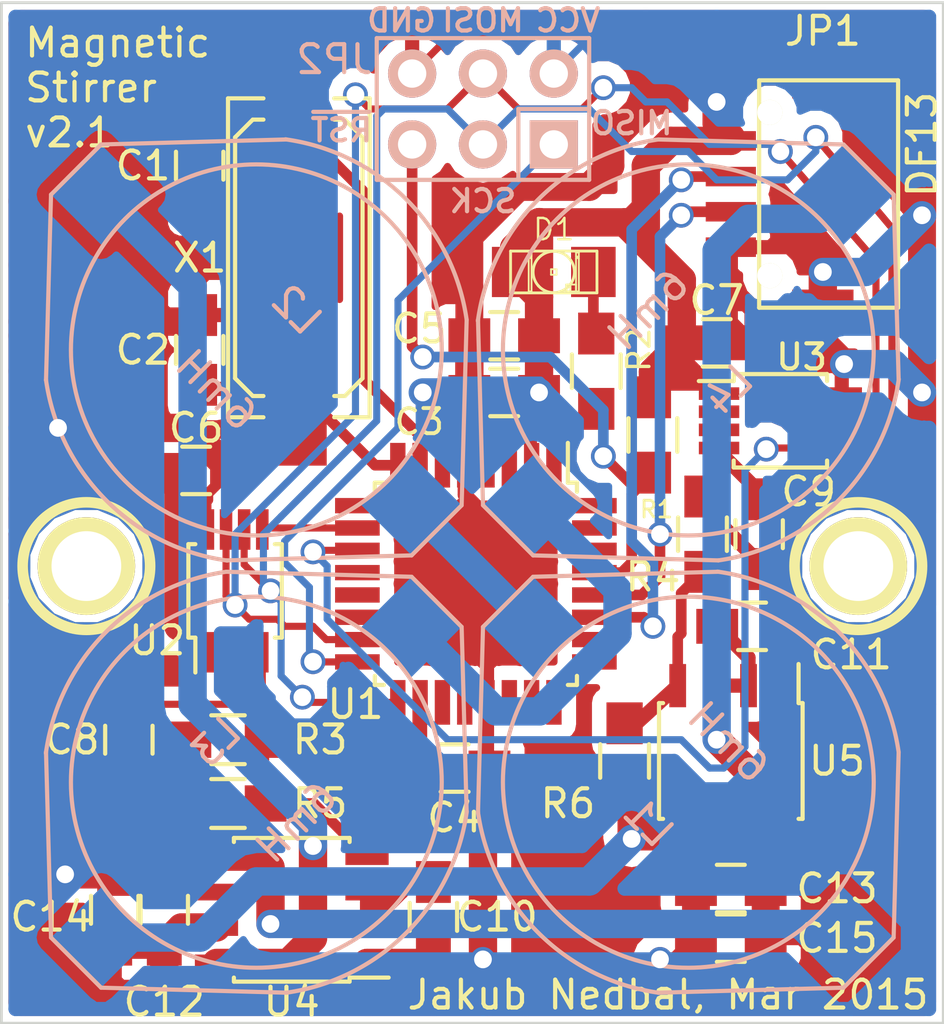
<source format=kicad_pcb>
(kicad_pcb (version 4) (host pcbnew "(2015-03-02 BZR 5466)-product")

  (general
    (links 83)
    (no_connects 0)
    (area 80.467999 62.941999 114.350001 99.618001)
    (thickness 1.6)
    (drawings 12)
    (tracks 496)
    (zones 0)
    (modules 36)
    (nets 50)
  )

  (page A4)
  (layers
    (0 F.Cu signal hide)
    (31 B.Cu signal)
    (32 B.Adhes user)
    (33 F.Adhes user)
    (34 B.Paste user)
    (35 F.Paste user)
    (36 B.SilkS user)
    (37 F.SilkS user)
    (38 B.Mask user)
    (39 F.Mask user)
    (40 Dwgs.User user)
    (41 Cmts.User user)
    (42 Eco1.User user)
    (43 Eco2.User user)
    (44 Edge.Cuts user)
  )

  (setup
    (last_trace_width 0.254)
    (user_trace_width 0.381)
    (user_trace_width 0.508)
    (user_trace_width 0.762)
    (user_trace_width 1)
    (user_trace_width 1.016)
    (trace_clearance 0.254)
    (zone_clearance 0.508)
    (zone_45_only no)
    (trace_min 0.254)
    (segment_width 0.2)
    (edge_width 0.1)
    (via_size 0.889)
    (via_drill 0.635)
    (via_min_size 0.889)
    (via_min_drill 0.508)
    (user_via 1 0.5)
    (user_via 1.4 0.8)
    (uvia_size 0.508)
    (uvia_drill 0.127)
    (uvias_allowed no)
    (uvia_min_size 0.508)
    (uvia_min_drill 0.127)
    (pcb_text_width 0.3)
    (pcb_text_size 1.5 1.5)
    (mod_edge_width 0.15)
    (mod_text_size 1 1)
    (mod_text_width 0.15)
    (pad_size 3.5 3.5)
    (pad_drill 2.5)
    (pad_to_mask_clearance 0)
    (aux_axis_origin 80.518 99.568)
    (visible_elements 7FFFFFFF)
    (pcbplotparams
      (layerselection 0x010f0_80000001)
      (usegerberextensions true)
      (excludeedgelayer true)
      (linewidth 0.100000)
      (plotframeref false)
      (viasonmask false)
      (mode 1)
      (useauxorigin false)
      (hpglpennumber 1)
      (hpglpenspeed 20)
      (hpglpendiameter 15)
      (hpglpenoverlay 2)
      (psnegative false)
      (psa4output false)
      (plotreference true)
      (plotvalue true)
      (plotinvisibletext false)
      (padsonsilk false)
      (subtractmaskfromsilk false)
      (outputformat 1)
      (mirror false)
      (drillshape 0)
      (scaleselection 1)
      (outputdirectory gerber/))
  )

  (net 0 "")
  (net 1 /MISO)
  (net 2 /RESET)
  (net 3 GND)
  (net 4 VCC)
  (net 5 "Net-(C1-Pad1)")
  (net 6 "Net-(C2-Pad1)")
  (net 7 "Net-(D1-Pad2)")
  (net 8 "Net-(JP1-Pad2)")
  (net 9 "Net-(JP1-Pad3)")
  (net 10 "Net-(L1-Pad2)")
  (net 11 "Net-(L3-Pad2)")
  (net 12 "Net-(P1-Pad1)")
  (net 13 "Net-(P2-Pad1)")
  (net 14 "Net-(R2-Pad2)")
  (net 15 "Net-(U1-Pad1)")
  (net 16 "Net-(U2-Pad2)")
  (net 17 "Net-(U2-Pad3)")
  (net 18 "Net-(U3-Pad3)")
  (net 19 "Net-(U3-Pad2)")
  (net 20 "Net-(U1-Pad9)")
  (net 21 "Net-(U1-Pad12)")
  (net 22 "Net-(U1-Pad13)")
  (net 23 "Net-(U1-Pad14)")
  (net 24 "Net-(U1-Pad19)")
  (net 25 "Net-(U1-Pad20)")
  (net 26 "Net-(U1-Pad22)")
  (net 27 "Net-(U1-Pad23)")
  (net 28 "Net-(U1-Pad24)")
  (net 29 "Net-(U1-Pad25)")
  (net 30 "Net-(U1-Pad26)")
  (net 31 "Net-(U1-Pad30)")
  (net 32 "Net-(U1-Pad31)")
  (net 33 "Net-(U1-Pad32)")
  (net 34 /powerModule_2_1/DACOUT1)
  (net 35 /powerModule_2_1/AIN1)
  (net 36 /powerModule_2_1/DACOUT2)
  (net 37 /powerModule_2_1/AIN2)
  (net 38 /powerModule_2_1/IN1+)
  (net 39 /powerModule_2_1/IN2+)
  (net 40 /powerModule_2_1/SCK)
  (net 41 /powerModule_2_1/MOSI)
  (net 42 /powerModule_2_1/L12_VO+)
  (net 43 /powerModule_2_1/L12_VO-)
  (net 44 /powerModule_2_1/L34_VO+)
  (net 45 /powerModule_2_1/L34_VO-)
  (net 46 /powerModule_2_1/IN1-)
  (net 47 /powerModule_2_1/IN2-)
  (net 48 /powerModule_2_1/~CS_DAC1)
  (net 49 /powerModule_2_1/~CS_DAC2)

  (net_class Default "This is the default net class."
    (clearance 0.254)
    (trace_width 0.254)
    (via_dia 0.889)
    (via_drill 0.635)
    (uvia_dia 0.508)
    (uvia_drill 0.127)
    (add_net /MISO)
    (add_net /RESET)
    (add_net /powerModule_2_1/AIN1)
    (add_net /powerModule_2_1/AIN2)
    (add_net /powerModule_2_1/DACOUT1)
    (add_net /powerModule_2_1/DACOUT2)
    (add_net /powerModule_2_1/IN1+)
    (add_net /powerModule_2_1/IN1-)
    (add_net /powerModule_2_1/IN2+)
    (add_net /powerModule_2_1/IN2-)
    (add_net /powerModule_2_1/L12_VO+)
    (add_net /powerModule_2_1/L12_VO-)
    (add_net /powerModule_2_1/L34_VO+)
    (add_net /powerModule_2_1/L34_VO-)
    (add_net /powerModule_2_1/MOSI)
    (add_net /powerModule_2_1/SCK)
    (add_net /powerModule_2_1/~CS_DAC1)
    (add_net /powerModule_2_1/~CS_DAC2)
    (add_net GND)
    (add_net "Net-(C1-Pad1)")
    (add_net "Net-(C2-Pad1)")
    (add_net "Net-(D1-Pad2)")
    (add_net "Net-(JP1-Pad2)")
    (add_net "Net-(JP1-Pad3)")
    (add_net "Net-(L1-Pad2)")
    (add_net "Net-(L3-Pad2)")
    (add_net "Net-(P1-Pad1)")
    (add_net "Net-(P2-Pad1)")
    (add_net "Net-(R2-Pad2)")
    (add_net "Net-(U1-Pad1)")
    (add_net "Net-(U1-Pad12)")
    (add_net "Net-(U1-Pad13)")
    (add_net "Net-(U1-Pad14)")
    (add_net "Net-(U1-Pad19)")
    (add_net "Net-(U1-Pad20)")
    (add_net "Net-(U1-Pad22)")
    (add_net "Net-(U1-Pad23)")
    (add_net "Net-(U1-Pad24)")
    (add_net "Net-(U1-Pad25)")
    (add_net "Net-(U1-Pad26)")
    (add_net "Net-(U1-Pad30)")
    (add_net "Net-(U1-Pad31)")
    (add_net "Net-(U1-Pad32)")
    (add_net "Net-(U1-Pad9)")
    (add_net "Net-(U2-Pad2)")
    (add_net "Net-(U2-Pad3)")
    (add_net "Net-(U3-Pad2)")
    (add_net "Net-(U3-Pad3)")
    (add_net VCC)
  )

  (net_class 508 ""
    (clearance 0.254)
    (trace_width 0.508)
    (via_dia 0.889)
    (via_drill 0.635)
    (uvia_dia 0.508)
    (uvia_drill 0.127)
  )

  (net_class VCC ""
    (clearance 0.254)
    (trace_width 0.508)
    (via_dia 1.5)
    (via_drill 1)
    (uvia_dia 0.508)
    (uvia_drill 0.127)
  )

  (module Connect:1pin (layer F.Cu) (tedit 54F8EAB2) (tstamp 531CD585)
    (at 83.566 83.185)
    (descr "module 1 pin (ou trou mecanique de percage)")
    (tags DEV)
    (path /531CD594)
    (fp_text reference P2 (at 0 -3.048) (layer F.SilkS) hide
      (effects (font (size 1 1) (thickness 0.15)))
    )
    (fp_text value CONN_1 (at 0 2.794) (layer F.SilkS) hide
      (effects (font (size 1.016 1.016) (thickness 0.254)))
    )
    (fp_circle (center 0 0) (end 0 -2.286) (layer F.SilkS) (width 0.381))
    (pad 1 thru_hole circle (at 0 0) (size 3.5 3.5) (drill 2.5) (layers *.Cu *.Mask F.SilkS)
      (net 13 "Net-(P2-Pad1)"))
  )

  (module Housings_QFP:TQFP-32_7x7mm_Pitch0.8mm (layer F.Cu) (tedit 546502ED) (tstamp 5452A964)
    (at 97.536 83.82 270)
    (descr "32-Lead Plastic Thin Quad Flatpack (PT) - 7x7x1.0 mm Body, 2.00 mm [TQFP] (see Microchip Packaging Specification 00000049BS.pdf)")
    (tags "QFP 0.8")
    (path /531C96C2)
    (attr smd)
    (fp_text reference U1 (at 4.318 4.318 360) (layer F.SilkS)
      (effects (font (size 1 1) (thickness 0.15)))
    )
    (fp_text value ATMEGA328P (at 0 6.05 270) (layer F.SilkS) hide
      (effects (font (size 1 1) (thickness 0.15)))
    )
    (fp_line (start -5.3 -5.3) (end -5.3 5.3) (layer F.CrtYd) (width 0.05))
    (fp_line (start 5.3 -5.3) (end 5.3 5.3) (layer F.CrtYd) (width 0.05))
    (fp_line (start -5.3 -5.3) (end 5.3 -5.3) (layer F.CrtYd) (width 0.05))
    (fp_line (start -5.3 5.3) (end 5.3 5.3) (layer F.CrtYd) (width 0.05))
    (fp_line (start -3.625 -3.625) (end -3.625 -3.3) (layer F.SilkS) (width 0.15))
    (fp_line (start 3.625 -3.625) (end 3.625 -3.3) (layer F.SilkS) (width 0.15))
    (fp_line (start 3.625 3.625) (end 3.625 3.3) (layer F.SilkS) (width 0.15))
    (fp_line (start -3.625 3.625) (end -3.625 3.3) (layer F.SilkS) (width 0.15))
    (fp_line (start -3.625 -3.625) (end -3.3 -3.625) (layer F.SilkS) (width 0.15))
    (fp_line (start -3.625 3.625) (end -3.3 3.625) (layer F.SilkS) (width 0.15))
    (fp_line (start 3.625 3.625) (end 3.3 3.625) (layer F.SilkS) (width 0.15))
    (fp_line (start 3.625 -3.625) (end 3.3 -3.625) (layer F.SilkS) (width 0.15))
    (fp_line (start -3.625 -3.3) (end -5.05 -3.3) (layer F.SilkS) (width 0.15))
    (pad 1 smd rect (at -4.25 -2.8 270) (size 1.6 0.55) (layers F.Cu F.Paste F.Mask)
      (net 15 "Net-(U1-Pad1)"))
    (pad 2 smd rect (at -4.25 -2 270) (size 1.6 0.55) (layers F.Cu F.Paste F.Mask)
      (net 14 "Net-(R2-Pad2)"))
    (pad 3 smd rect (at -4.25 -1.2 270) (size 1.6 0.55) (layers F.Cu F.Paste F.Mask)
      (net 3 GND))
    (pad 4 smd rect (at -4.25 -0.4 270) (size 1.6 0.55) (layers F.Cu F.Paste F.Mask)
      (net 4 VCC))
    (pad 5 smd rect (at -4.25 0.4 270) (size 1.6 0.55) (layers F.Cu F.Paste F.Mask)
      (net 3 GND))
    (pad 6 smd rect (at -4.25 1.2 270) (size 1.6 0.55) (layers F.Cu F.Paste F.Mask)
      (net 4 VCC))
    (pad 7 smd rect (at -4.25 2 270) (size 1.6 0.55) (layers F.Cu F.Paste F.Mask)
      (net 5 "Net-(C1-Pad1)"))
    (pad 8 smd rect (at -4.25 2.8 270) (size 1.6 0.55) (layers F.Cu F.Paste F.Mask)
      (net 6 "Net-(C2-Pad1)"))
    (pad 9 smd rect (at -2.8 4.25) (size 1.6 0.55) (layers F.Cu F.Paste F.Mask)
      (net 20 "Net-(U1-Pad9)"))
    (pad 10 smd rect (at -2 4.25) (size 1.6 0.55) (layers F.Cu F.Paste F.Mask)
      (net 48 /powerModule_2_1/~CS_DAC1))
    (pad 11 smd rect (at -1.2 4.25) (size 1.6 0.55) (layers F.Cu F.Paste F.Mask)
      (net 49 /powerModule_2_1/~CS_DAC2))
    (pad 12 smd rect (at -0.4 4.25) (size 1.6 0.55) (layers F.Cu F.Paste F.Mask)
      (net 21 "Net-(U1-Pad12)"))
    (pad 13 smd rect (at 0.4 4.25) (size 1.6 0.55) (layers F.Cu F.Paste F.Mask)
      (net 22 "Net-(U1-Pad13)"))
    (pad 14 smd rect (at 1.2 4.25) (size 1.6 0.55) (layers F.Cu F.Paste F.Mask)
      (net 23 "Net-(U1-Pad14)"))
    (pad 15 smd rect (at 2 4.25) (size 1.6 0.55) (layers F.Cu F.Paste F.Mask)
      (net 41 /powerModule_2_1/MOSI))
    (pad 16 smd rect (at 2.8 4.25) (size 1.6 0.55) (layers F.Cu F.Paste F.Mask)
      (net 1 /MISO))
    (pad 17 smd rect (at 4.25 2.8 270) (size 1.6 0.55) (layers F.Cu F.Paste F.Mask)
      (net 40 /powerModule_2_1/SCK))
    (pad 18 smd rect (at 4.25 2 270) (size 1.6 0.55) (layers F.Cu F.Paste F.Mask)
      (net 4 VCC))
    (pad 19 smd rect (at 4.25 1.2 270) (size 1.6 0.55) (layers F.Cu F.Paste F.Mask)
      (net 24 "Net-(U1-Pad19)"))
    (pad 20 smd rect (at 4.25 0.4 270) (size 1.6 0.55) (layers F.Cu F.Paste F.Mask)
      (net 25 "Net-(U1-Pad20)"))
    (pad 21 smd rect (at 4.25 -0.4 270) (size 1.6 0.55) (layers F.Cu F.Paste F.Mask)
      (net 3 GND))
    (pad 22 smd rect (at 4.25 -1.2 270) (size 1.6 0.55) (layers F.Cu F.Paste F.Mask)
      (net 26 "Net-(U1-Pad22)"))
    (pad 23 smd rect (at 4.25 -2 270) (size 1.6 0.55) (layers F.Cu F.Paste F.Mask)
      (net 27 "Net-(U1-Pad23)"))
    (pad 24 smd rect (at 4.25 -2.8 270) (size 1.6 0.55) (layers F.Cu F.Paste F.Mask)
      (net 28 "Net-(U1-Pad24)"))
    (pad 25 smd rect (at 2.8 -4.25) (size 1.6 0.55) (layers F.Cu F.Paste F.Mask)
      (net 29 "Net-(U1-Pad25)"))
    (pad 26 smd rect (at 2 -4.25) (size 1.6 0.55) (layers F.Cu F.Paste F.Mask)
      (net 30 "Net-(U1-Pad26)"))
    (pad 27 smd rect (at 1.2 -4.25) (size 1.6 0.55) (layers F.Cu F.Paste F.Mask)
      (net 8 "Net-(JP1-Pad2)"))
    (pad 28 smd rect (at 0.4 -4.25) (size 1.6 0.55) (layers F.Cu F.Paste F.Mask)
      (net 9 "Net-(JP1-Pad3)"))
    (pad 29 smd rect (at -0.4 -4.25) (size 1.6 0.55) (layers F.Cu F.Paste F.Mask)
      (net 2 /RESET))
    (pad 30 smd rect (at -1.2 -4.25) (size 1.6 0.55) (layers F.Cu F.Paste F.Mask)
      (net 31 "Net-(U1-Pad30)"))
    (pad 31 smd rect (at -2 -4.25) (size 1.6 0.55) (layers F.Cu F.Paste F.Mask)
      (net 32 "Net-(U1-Pad31)"))
    (pad 32 smd rect (at -2.8 -4.25) (size 1.6 0.55) (layers F.Cu F.Paste F.Mask)
      (net 33 "Net-(U1-Pad32)"))
    (model Housings_QFP/TQFP-32_7x7mm_Pitch0.8mm.wrl
      (at (xyz 0 0 0))
      (scale (xyz 1 1 1))
      (rotate (xyz 0 0 0))
    )
  )

  (module Housings_SSOP:MSOP-8_3x3mm_Pitch0.65mm (layer F.Cu) (tedit 54650182) (tstamp 5452AC4E)
    (at 88.9 84.074 90)
    (descr "8-Lead Plastic Micro Small Outline Package (MS) [MSOP] (see Microchip Packaging Specification 00000049BS.pdf)")
    (tags "SSOP 0.65")
    (path /531CA6C3/52703F3E)
    (attr smd)
    (fp_text reference U2 (at -1.778 -2.794 180) (layer F.SilkS)
      (effects (font (size 1 1) (thickness 0.15)))
    )
    (fp_text value DAC101S101 (at 0 2.6 90) (layer F.SilkS) hide
      (effects (font (size 1 1) (thickness 0.15)))
    )
    (fp_line (start -3.2 -1.85) (end -3.2 1.85) (layer F.CrtYd) (width 0.05))
    (fp_line (start 3.2 -1.85) (end 3.2 1.85) (layer F.CrtYd) (width 0.05))
    (fp_line (start -3.2 -1.85) (end 3.2 -1.85) (layer F.CrtYd) (width 0.05))
    (fp_line (start -3.2 1.85) (end 3.2 1.85) (layer F.CrtYd) (width 0.05))
    (fp_line (start -1.675 -1.675) (end -1.675 -1.425) (layer F.SilkS) (width 0.15))
    (fp_line (start 1.675 -1.675) (end 1.675 -1.425) (layer F.SilkS) (width 0.15))
    (fp_line (start 1.675 1.675) (end 1.675 1.425) (layer F.SilkS) (width 0.15))
    (fp_line (start -1.675 1.675) (end -1.675 1.425) (layer F.SilkS) (width 0.15))
    (fp_line (start -1.675 -1.675) (end 1.675 -1.675) (layer F.SilkS) (width 0.15))
    (fp_line (start -1.675 1.675) (end 1.675 1.675) (layer F.SilkS) (width 0.15))
    (fp_line (start -1.675 -1.425) (end -2.925 -1.425) (layer F.SilkS) (width 0.15))
    (pad 1 smd rect (at -2.2 -0.975 90) (size 1.45 0.45) (layers F.Cu F.Paste F.Mask)
      (net 4 VCC))
    (pad 2 smd rect (at -2.2 -0.325 90) (size 1.45 0.45) (layers F.Cu F.Paste F.Mask)
      (net 16 "Net-(U2-Pad2)"))
    (pad 3 smd rect (at -2.2 0.325 90) (size 1.45 0.45) (layers F.Cu F.Paste F.Mask)
      (net 17 "Net-(U2-Pad3)"))
    (pad 4 smd rect (at -2.2 0.975 90) (size 1.45 0.45) (layers F.Cu F.Paste F.Mask)
      (net 34 /powerModule_2_1/DACOUT1))
    (pad 5 smd rect (at 2.2 0.975 90) (size 1.45 0.45) (layers F.Cu F.Paste F.Mask)
      (net 48 /powerModule_2_1/~CS_DAC1))
    (pad 6 smd rect (at 2.2 0.325 90) (size 1.45 0.45) (layers F.Cu F.Paste F.Mask)
      (net 40 /powerModule_2_1/SCK))
    (pad 7 smd rect (at 2.2 -0.325 90) (size 1.45 0.45) (layers F.Cu F.Paste F.Mask)
      (net 41 /powerModule_2_1/MOSI))
    (pad 8 smd rect (at 2.2 -0.975 90) (size 1.45 0.45) (layers F.Cu F.Paste F.Mask)
      (net 3 GND))
    (model Housings_SSOP/MSOP-8_3x3mm_Pitch0.65mm.wrl
      (at (xyz 0 0 0))
      (scale (xyz 1 1 1))
      (rotate (xyz 0 0 0))
    )
  )

  (module Housings_SSOP:MSOP-8_3x3mm_Pitch0.65mm (layer F.Cu) (tedit 54650287) (tstamp 5452A97C)
    (at 108.458 77.978)
    (descr "8-Lead Plastic Micro Small Outline Package (MS) [MSOP] (see Microchip Packaging Specification 00000049BS.pdf)")
    (tags "SSOP 0.65")
    (path /531CA6C3/531A3CC3)
    (attr smd)
    (fp_text reference U3 (at 0.762 -2.286) (layer F.SilkS)
      (effects (font (size 0.9 0.9) (thickness 0.15)))
    )
    (fp_text value DAC101S101 (at 0 2.6) (layer F.SilkS) hide
      (effects (font (size 1 1) (thickness 0.15)))
    )
    (fp_line (start -3.2 -1.85) (end -3.2 1.85) (layer F.CrtYd) (width 0.05))
    (fp_line (start 3.2 -1.85) (end 3.2 1.85) (layer F.CrtYd) (width 0.05))
    (fp_line (start -3.2 -1.85) (end 3.2 -1.85) (layer F.CrtYd) (width 0.05))
    (fp_line (start -3.2 1.85) (end 3.2 1.85) (layer F.CrtYd) (width 0.05))
    (fp_line (start -1.675 -1.675) (end -1.675 -1.425) (layer F.SilkS) (width 0.15))
    (fp_line (start 1.675 -1.675) (end 1.675 -1.425) (layer F.SilkS) (width 0.15))
    (fp_line (start 1.675 1.675) (end 1.675 1.425) (layer F.SilkS) (width 0.15))
    (fp_line (start -1.675 1.675) (end -1.675 1.425) (layer F.SilkS) (width 0.15))
    (fp_line (start -1.675 -1.675) (end 1.675 -1.675) (layer F.SilkS) (width 0.15))
    (fp_line (start -1.675 1.675) (end 1.675 1.675) (layer F.SilkS) (width 0.15))
    (fp_line (start -1.675 -1.425) (end -2.925 -1.425) (layer F.SilkS) (width 0.15))
    (pad 1 smd rect (at -2.2 -0.975) (size 1.45 0.45) (layers F.Cu F.Paste F.Mask)
      (net 4 VCC))
    (pad 2 smd rect (at -2.2 -0.325) (size 1.45 0.45) (layers F.Cu F.Paste F.Mask)
      (net 19 "Net-(U3-Pad2)"))
    (pad 3 smd rect (at -2.2 0.325) (size 1.45 0.45) (layers F.Cu F.Paste F.Mask)
      (net 18 "Net-(U3-Pad3)"))
    (pad 4 smd rect (at -2.2 0.975) (size 1.45 0.45) (layers F.Cu F.Paste F.Mask)
      (net 36 /powerModule_2_1/DACOUT2))
    (pad 5 smd rect (at 2.2 0.975) (size 1.45 0.45) (layers F.Cu F.Paste F.Mask)
      (net 49 /powerModule_2_1/~CS_DAC2))
    (pad 6 smd rect (at 2.2 0.325) (size 1.45 0.45) (layers F.Cu F.Paste F.Mask)
      (net 40 /powerModule_2_1/SCK))
    (pad 7 smd rect (at 2.2 -0.325) (size 1.45 0.45) (layers F.Cu F.Paste F.Mask)
      (net 41 /powerModule_2_1/MOSI))
    (pad 8 smd rect (at 2.2 -0.975) (size 1.45 0.45) (layers F.Cu F.Paste F.Mask)
      (net 3 GND))
    (model Housings_SSOP/MSOP-8_3x3mm_Pitch0.65mm.wrl
      (at (xyz 0 0 0))
      (scale (xyz 1 1 1))
      (rotate (xyz 0 0 0))
    )
  )

  (module Housings_SOIC:SOIC-8_3.9x4.9mm_Pitch1.27mm (layer F.Cu) (tedit 546501BA) (tstamp 5452A988)
    (at 106.68 90.17 270)
    (descr "8-Lead Plastic Small Outline (SN) - Narrow, 3.90 mm Body [SOIC] (see Microchip Packaging Specification 00000049BS.pdf)")
    (tags "SOIC 1.27")
    (path /531CA6C3/531A3CC9)
    (attr smd)
    (fp_text reference U5 (at 0 -3.81 360) (layer F.SilkS)
      (effects (font (size 1 1) (thickness 0.15)))
    )
    (fp_text value TPA301 (at 0 3.5 270) (layer F.SilkS) hide
      (effects (font (size 1 1) (thickness 0.15)))
    )
    (fp_line (start -3.75 -2.75) (end -3.75 2.75) (layer F.CrtYd) (width 0.05))
    (fp_line (start 3.75 -2.75) (end 3.75 2.75) (layer F.CrtYd) (width 0.05))
    (fp_line (start -3.75 -2.75) (end 3.75 -2.75) (layer F.CrtYd) (width 0.05))
    (fp_line (start -3.75 2.75) (end 3.75 2.75) (layer F.CrtYd) (width 0.05))
    (fp_line (start -2.075 -2.575) (end -2.075 -2.43) (layer F.SilkS) (width 0.15))
    (fp_line (start 2.075 -2.575) (end 2.075 -2.43) (layer F.SilkS) (width 0.15))
    (fp_line (start 2.075 2.575) (end 2.075 2.43) (layer F.SilkS) (width 0.15))
    (fp_line (start -2.075 2.575) (end -2.075 2.43) (layer F.SilkS) (width 0.15))
    (fp_line (start -2.075 -2.575) (end 2.075 -2.575) (layer F.SilkS) (width 0.15))
    (fp_line (start -2.075 2.575) (end 2.075 2.575) (layer F.SilkS) (width 0.15))
    (fp_line (start -2.075 -2.43) (end -3.475 -2.43) (layer F.SilkS) (width 0.15))
    (pad 1 smd rect (at -2.7 -1.905 270) (size 1.55 0.6) (layers F.Cu F.Paste F.Mask)
      (net 3 GND))
    (pad 2 smd rect (at -2.7 -0.635 270) (size 1.55 0.6) (layers F.Cu F.Paste F.Mask)
      (net 39 /powerModule_2_1/IN2+))
    (pad 3 smd rect (at -2.7 0.635 270) (size 1.55 0.6) (layers F.Cu F.Paste F.Mask)
      (net 39 /powerModule_2_1/IN2+))
    (pad 4 smd rect (at -2.7 1.905 270) (size 1.55 0.6) (layers F.Cu F.Paste F.Mask)
      (net 47 /powerModule_2_1/IN2-))
    (pad 5 smd rect (at 2.7 1.905 270) (size 1.55 0.6) (layers F.Cu F.Paste F.Mask)
      (net 44 /powerModule_2_1/L34_VO+))
    (pad 6 smd rect (at 2.7 0.635 270) (size 1.55 0.6) (layers F.Cu F.Paste F.Mask)
      (net 4 VCC))
    (pad 7 smd rect (at 2.7 -0.635 270) (size 1.55 0.6) (layers F.Cu F.Paste F.Mask)
      (net 3 GND))
    (pad 8 smd rect (at 2.7 -1.905 270) (size 1.55 0.6) (layers F.Cu F.Paste F.Mask)
      (net 45 /powerModule_2_1/L34_VO-))
    (model Housings_SOIC/SOIC-8_3.9x4.9mm_Pitch1.27mm.wrl
      (at (xyz 0 0 0))
      (scale (xyz 1 1 1))
      (rotate (xyz 0 0 0))
    )
  )

  (module Capacitors_SMD:C_0805_HandSoldering (layer F.Cu) (tedit 548083E4) (tstamp 5452AA7C)
    (at 87.63 68.834 270)
    (descr "Capacitor SMD 0805, hand soldering")
    (tags "capacitor 0805")
    (path /531C9B90)
    (attr smd)
    (fp_text reference C1 (at 0 2.032 360) (layer F.SilkS)
      (effects (font (size 1 1) (thickness 0.15)))
    )
    (fp_text value 18p (at 0 2.1 270) (layer F.SilkS) hide
      (effects (font (size 1 1) (thickness 0.15)))
    )
    (fp_line (start -2.3 -1) (end 2.3 -1) (layer F.CrtYd) (width 0.05))
    (fp_line (start -2.3 1) (end 2.3 1) (layer F.CrtYd) (width 0.05))
    (fp_line (start -2.3 -1) (end -2.3 1) (layer F.CrtYd) (width 0.05))
    (fp_line (start 2.3 -1) (end 2.3 1) (layer F.CrtYd) (width 0.05))
    (fp_line (start 0.5 -0.85) (end -0.5 -0.85) (layer F.SilkS) (width 0.15))
    (fp_line (start -0.5 0.85) (end 0.5 0.85) (layer F.SilkS) (width 0.15))
    (pad 1 smd rect (at -1.25 0 270) (size 1.5 1.25) (layers F.Cu F.Paste F.Mask)
      (net 5 "Net-(C1-Pad1)"))
    (pad 2 smd rect (at 1.25 0 270) (size 1.5 1.25) (layers F.Cu F.Paste F.Mask)
      (net 3 GND))
    (model Capacitors_SMD/C_0805N.wrl
      (at (xyz 0 0 0))
      (scale (xyz 1 1 1))
      (rotate (xyz 0 0 0))
    )
  )

  (module Capacitors_SMD:C_0805_HandSoldering (layer F.Cu) (tedit 546501B1) (tstamp 5452AA82)
    (at 87.63 75.438 90)
    (descr "Capacitor SMD 0805, hand soldering")
    (tags "capacitor 0805")
    (path /531C9B8A)
    (attr smd)
    (fp_text reference C2 (at 0 -2.032 180) (layer F.SilkS)
      (effects (font (size 1 1) (thickness 0.15)))
    )
    (fp_text value 18p (at 0 2.1 90) (layer F.SilkS) hide
      (effects (font (size 1 1) (thickness 0.15)))
    )
    (fp_line (start -2.3 -1) (end 2.3 -1) (layer F.CrtYd) (width 0.05))
    (fp_line (start -2.3 1) (end 2.3 1) (layer F.CrtYd) (width 0.05))
    (fp_line (start -2.3 -1) (end -2.3 1) (layer F.CrtYd) (width 0.05))
    (fp_line (start 2.3 -1) (end 2.3 1) (layer F.CrtYd) (width 0.05))
    (fp_line (start 0.5 -0.85) (end -0.5 -0.85) (layer F.SilkS) (width 0.15))
    (fp_line (start -0.5 0.85) (end 0.5 0.85) (layer F.SilkS) (width 0.15))
    (pad 1 smd rect (at -1.25 0 90) (size 1.5 1.25) (layers F.Cu F.Paste F.Mask)
      (net 6 "Net-(C2-Pad1)"))
    (pad 2 smd rect (at 1.25 0 90) (size 1.5 1.25) (layers F.Cu F.Paste F.Mask)
      (net 3 GND))
    (model Capacitors_SMD/C_0805N.wrl
      (at (xyz 0 0 0))
      (scale (xyz 1 1 1))
      (rotate (xyz 0 0 0))
    )
  )

  (module Capacitors_SMD:C_0805_HandSoldering (layer F.Cu) (tedit 54AC3153) (tstamp 5452AA88)
    (at 98.552 76.962 180)
    (descr "Capacitor SMD 0805, hand soldering")
    (tags "capacitor 0805")
    (path /531CA711)
    (attr smd)
    (fp_text reference C3 (at 3.048 -1.05 180) (layer F.SilkS)
      (effects (font (size 0.9 0.9) (thickness 0.14)))
    )
    (fp_text value 100n (at 0 2.1 180) (layer F.SilkS) hide
      (effects (font (size 1 1) (thickness 0.15)))
    )
    (fp_line (start -2.3 -1) (end 2.3 -1) (layer F.CrtYd) (width 0.05))
    (fp_line (start -2.3 1) (end 2.3 1) (layer F.CrtYd) (width 0.05))
    (fp_line (start -2.3 -1) (end -2.3 1) (layer F.CrtYd) (width 0.05))
    (fp_line (start 2.3 -1) (end 2.3 1) (layer F.CrtYd) (width 0.05))
    (fp_line (start 0.5 -0.85) (end -0.5 -0.85) (layer F.SilkS) (width 0.15))
    (fp_line (start -0.5 0.85) (end 0.5 0.85) (layer F.SilkS) (width 0.15))
    (pad 1 smd rect (at -1.25 0 180) (size 1.5 1.25) (layers F.Cu F.Paste F.Mask)
      (net 4 VCC))
    (pad 2 smd rect (at 1.25 0 180) (size 1.5 1.25) (layers F.Cu F.Paste F.Mask)
      (net 3 GND))
    (model Capacitors_SMD/C_0805N.wrl
      (at (xyz 0 0 0))
      (scale (xyz 1 1 1))
      (rotate (xyz 0 0 0))
    )
  )

  (module Capacitors_SMD:C_0805_HandSoldering (layer F.Cu) (tedit 5465022A) (tstamp 5452AA8E)
    (at 96.774 90.424)
    (descr "Capacitor SMD 0805, hand soldering")
    (tags "capacitor 0805")
    (path /531CA717)
    (attr smd)
    (fp_text reference C4 (at 0 1.778) (layer F.SilkS)
      (effects (font (size 1 1) (thickness 0.15)))
    )
    (fp_text value 100n (at 0 2.1) (layer F.SilkS) hide
      (effects (font (size 1 1) (thickness 0.15)))
    )
    (fp_line (start -2.3 -1) (end 2.3 -1) (layer F.CrtYd) (width 0.05))
    (fp_line (start -2.3 1) (end 2.3 1) (layer F.CrtYd) (width 0.05))
    (fp_line (start -2.3 -1) (end -2.3 1) (layer F.CrtYd) (width 0.05))
    (fp_line (start 2.3 -1) (end 2.3 1) (layer F.CrtYd) (width 0.05))
    (fp_line (start 0.5 -0.85) (end -0.5 -0.85) (layer F.SilkS) (width 0.15))
    (fp_line (start -0.5 0.85) (end 0.5 0.85) (layer F.SilkS) (width 0.15))
    (pad 1 smd rect (at -1.25 0) (size 1.5 1.25) (layers F.Cu F.Paste F.Mask)
      (net 4 VCC))
    (pad 2 smd rect (at 1.25 0) (size 1.5 1.25) (layers F.Cu F.Paste F.Mask)
      (net 3 GND))
    (model Capacitors_SMD/C_0805N.wrl
      (at (xyz 0 0 0))
      (scale (xyz 1 1 1))
      (rotate (xyz 0 0 0))
    )
  )

  (module Capacitors_SMD:C_0805_HandSoldering (layer F.Cu) (tedit 5465018F) (tstamp 5452AA94)
    (at 98.552 74.93 180)
    (descr "Capacitor SMD 0805, hand soldering")
    (tags "capacitor 0805")
    (path /531CA753)
    (attr smd)
    (fp_text reference C5 (at 3.048 0.254 180) (layer F.SilkS)
      (effects (font (size 1 1) (thickness 0.15)))
    )
    (fp_text value 10u (at 0 2.1 180) (layer F.SilkS) hide
      (effects (font (size 1 1) (thickness 0.15)))
    )
    (fp_line (start -2.3 -1) (end 2.3 -1) (layer F.CrtYd) (width 0.05))
    (fp_line (start -2.3 1) (end 2.3 1) (layer F.CrtYd) (width 0.05))
    (fp_line (start -2.3 -1) (end -2.3 1) (layer F.CrtYd) (width 0.05))
    (fp_line (start 2.3 -1) (end 2.3 1) (layer F.CrtYd) (width 0.05))
    (fp_line (start 0.5 -0.85) (end -0.5 -0.85) (layer F.SilkS) (width 0.15))
    (fp_line (start -0.5 0.85) (end 0.5 0.85) (layer F.SilkS) (width 0.15))
    (pad 1 smd rect (at -1.25 0 180) (size 1.5 1.25) (layers F.Cu F.Paste F.Mask)
      (net 4 VCC))
    (pad 2 smd rect (at 1.25 0 180) (size 1.5 1.25) (layers F.Cu F.Paste F.Mask)
      (net 3 GND))
    (model Capacitors_SMD/C_0805N.wrl
      (at (xyz 0 0 0))
      (scale (xyz 1 1 1))
      (rotate (xyz 0 0 0))
    )
  )

  (module Capacitors_SMD:C_0805_HandSoldering (layer F.Cu) (tedit 54650179) (tstamp 5452AA9A)
    (at 87.503 79.756)
    (descr "Capacitor SMD 0805, hand soldering")
    (tags "capacitor 0805")
    (path /531CA6C3/52703F69)
    (attr smd)
    (fp_text reference C6 (at 0 -1.524) (layer F.SilkS)
      (effects (font (size 1 1) (thickness 0.15)))
    )
    (fp_text value 100n (at 0 2.1) (layer F.SilkS) hide
      (effects (font (size 1 1) (thickness 0.15)))
    )
    (fp_line (start -2.3 -1) (end 2.3 -1) (layer F.CrtYd) (width 0.05))
    (fp_line (start -2.3 1) (end 2.3 1) (layer F.CrtYd) (width 0.05))
    (fp_line (start -2.3 -1) (end -2.3 1) (layer F.CrtYd) (width 0.05))
    (fp_line (start 2.3 -1) (end 2.3 1) (layer F.CrtYd) (width 0.05))
    (fp_line (start 0.5 -0.85) (end -0.5 -0.85) (layer F.SilkS) (width 0.15))
    (fp_line (start -0.5 0.85) (end 0.5 0.85) (layer F.SilkS) (width 0.15))
    (pad 1 smd rect (at -1.25 0) (size 1.5 1.25) (layers F.Cu F.Paste F.Mask)
      (net 4 VCC))
    (pad 2 smd rect (at 1.25 0) (size 1.5 1.25) (layers F.Cu F.Paste F.Mask)
      (net 3 GND))
    (model Capacitors_SMD/C_0805N.wrl
      (at (xyz 0 0 0))
      (scale (xyz 1 1 1))
      (rotate (xyz 0 0 0))
    )
  )

  (module Capacitors_SMD:C_0805_HandSoldering (layer F.Cu) (tedit 546501CF) (tstamp 5452AAA0)
    (at 106.172 75.184)
    (descr "Capacitor SMD 0805, hand soldering")
    (tags "capacitor 0805")
    (path /531CA6C3/531A3CCF)
    (attr smd)
    (fp_text reference C7 (at 0 -1.524) (layer F.SilkS)
      (effects (font (size 1 1) (thickness 0.15)))
    )
    (fp_text value 100n (at 0 2.1) (layer F.SilkS) hide
      (effects (font (size 1 1) (thickness 0.15)))
    )
    (fp_line (start -2.3 -1) (end 2.3 -1) (layer F.CrtYd) (width 0.05))
    (fp_line (start -2.3 1) (end 2.3 1) (layer F.CrtYd) (width 0.05))
    (fp_line (start -2.3 -1) (end -2.3 1) (layer F.CrtYd) (width 0.05))
    (fp_line (start 2.3 -1) (end 2.3 1) (layer F.CrtYd) (width 0.05))
    (fp_line (start 0.5 -0.85) (end -0.5 -0.85) (layer F.SilkS) (width 0.15))
    (fp_line (start -0.5 0.85) (end 0.5 0.85) (layer F.SilkS) (width 0.15))
    (pad 1 smd rect (at -1.25 0) (size 1.5 1.25) (layers F.Cu F.Paste F.Mask)
      (net 4 VCC))
    (pad 2 smd rect (at 1.25 0) (size 1.5 1.25) (layers F.Cu F.Paste F.Mask)
      (net 3 GND))
    (model Capacitors_SMD/C_0805N.wrl
      (at (xyz 0 0 0))
      (scale (xyz 1 1 1))
      (rotate (xyz 0 0 0))
    )
  )

  (module Capacitors_SMD:C_0805_HandSoldering (layer F.Cu) (tedit 54650171) (tstamp 5452AAA6)
    (at 85.09 89.408 270)
    (descr "Capacitor SMD 0805, hand soldering")
    (tags "capacitor 0805")
    (path /531CA6C3/52703F75)
    (attr smd)
    (fp_text reference C8 (at 0 2.032 360) (layer F.SilkS)
      (effects (font (size 1 1) (thickness 0.15)))
    )
    (fp_text value 10u (at 0 2.1 270) (layer F.SilkS) hide
      (effects (font (size 1 1) (thickness 0.15)))
    )
    (fp_line (start -2.3 -1) (end 2.3 -1) (layer F.CrtYd) (width 0.05))
    (fp_line (start -2.3 1) (end 2.3 1) (layer F.CrtYd) (width 0.05))
    (fp_line (start -2.3 -1) (end -2.3 1) (layer F.CrtYd) (width 0.05))
    (fp_line (start 2.3 -1) (end 2.3 1) (layer F.CrtYd) (width 0.05))
    (fp_line (start 0.5 -0.85) (end -0.5 -0.85) (layer F.SilkS) (width 0.15))
    (fp_line (start -0.5 0.85) (end 0.5 0.85) (layer F.SilkS) (width 0.15))
    (pad 1 smd rect (at -1.25 0 270) (size 1.5 1.25) (layers F.Cu F.Paste F.Mask)
      (net 34 /powerModule_2_1/DACOUT1))
    (pad 2 smd rect (at 1.25 0 270) (size 1.5 1.25) (layers F.Cu F.Paste F.Mask)
      (net 35 /powerModule_2_1/AIN1))
    (model Capacitors_SMD/C_0805N.wrl
      (at (xyz 0 0 0))
      (scale (xyz 1 1 1))
      (rotate (xyz 0 0 0))
    )
  )

  (module Capacitors_SMD:C_0805_HandSoldering (layer F.Cu) (tedit 5465025A) (tstamp 5452AAAC)
    (at 107.696 82.042 270)
    (descr "Capacitor SMD 0805, hand soldering")
    (tags "capacitor 0805")
    (path /531CA6C3/531A3CDB)
    (attr smd)
    (fp_text reference C9 (at -1.524 -1.778 360) (layer F.SilkS)
      (effects (font (size 1 1) (thickness 0.15)))
    )
    (fp_text value 10u (at 0 2.1 270) (layer F.SilkS) hide
      (effects (font (size 1 1) (thickness 0.15)))
    )
    (fp_line (start -2.3 -1) (end 2.3 -1) (layer F.CrtYd) (width 0.05))
    (fp_line (start -2.3 1) (end 2.3 1) (layer F.CrtYd) (width 0.05))
    (fp_line (start -2.3 -1) (end -2.3 1) (layer F.CrtYd) (width 0.05))
    (fp_line (start 2.3 -1) (end 2.3 1) (layer F.CrtYd) (width 0.05))
    (fp_line (start 0.5 -0.85) (end -0.5 -0.85) (layer F.SilkS) (width 0.15))
    (fp_line (start -0.5 0.85) (end 0.5 0.85) (layer F.SilkS) (width 0.15))
    (pad 1 smd rect (at -1.25 0 270) (size 1.5 1.25) (layers F.Cu F.Paste F.Mask)
      (net 36 /powerModule_2_1/DACOUT2))
    (pad 2 smd rect (at 1.25 0 270) (size 1.5 1.25) (layers F.Cu F.Paste F.Mask)
      (net 37 /powerModule_2_1/AIN2))
    (model Capacitors_SMD/C_0805N.wrl
      (at (xyz 0 0 0))
      (scale (xyz 1 1 1))
      (rotate (xyz 0 0 0))
    )
  )

  (module Capacitors_SMD:C_0805_HandSoldering (layer F.Cu) (tedit 54650151) (tstamp 5452AAB2)
    (at 96.012 95.758 270)
    (descr "Capacitor SMD 0805, hand soldering")
    (tags "capacitor 0805")
    (path /531CA6C3/52703F6F)
    (attr smd)
    (fp_text reference C10 (at 0 -2.286 360) (layer F.SilkS)
      (effects (font (size 1 1) (thickness 0.15)))
    )
    (fp_text value 470n (at 0 2.1 270) (layer F.SilkS) hide
      (effects (font (size 1 1) (thickness 0.15)))
    )
    (fp_line (start -2.3 -1) (end 2.3 -1) (layer F.CrtYd) (width 0.05))
    (fp_line (start -2.3 1) (end 2.3 1) (layer F.CrtYd) (width 0.05))
    (fp_line (start -2.3 -1) (end -2.3 1) (layer F.CrtYd) (width 0.05))
    (fp_line (start 2.3 -1) (end 2.3 1) (layer F.CrtYd) (width 0.05))
    (fp_line (start 0.5 -0.85) (end -0.5 -0.85) (layer F.SilkS) (width 0.15))
    (fp_line (start -0.5 0.85) (end 0.5 0.85) (layer F.SilkS) (width 0.15))
    (pad 1 smd rect (at -1.25 0 270) (size 1.5 1.25) (layers F.Cu F.Paste F.Mask)
      (net 38 /powerModule_2_1/IN1+))
    (pad 2 smd rect (at 1.25 0 270) (size 1.5 1.25) (layers F.Cu F.Paste F.Mask)
      (net 3 GND))
    (model Capacitors_SMD/C_0805N.wrl
      (at (xyz 0 0 0))
      (scale (xyz 1 1 1))
      (rotate (xyz 0 0 0))
    )
  )

  (module Capacitors_SMD:C_0805_HandSoldering (layer F.Cu) (tedit 5466502F) (tstamp 5452AAB8)
    (at 107.442 85.344)
    (descr "Capacitor SMD 0805, hand soldering")
    (tags "capacitor 0805")
    (path /531CA6C3/531A3CD5)
    (attr smd)
    (fp_text reference C11 (at 3.556 1.016) (layer F.SilkS)
      (effects (font (size 1 1) (thickness 0.15)))
    )
    (fp_text value 470n (at 0 2.1) (layer F.SilkS) hide
      (effects (font (size 1 1) (thickness 0.15)))
    )
    (fp_line (start -2.3 -1) (end 2.3 -1) (layer F.CrtYd) (width 0.05))
    (fp_line (start -2.3 1) (end 2.3 1) (layer F.CrtYd) (width 0.05))
    (fp_line (start -2.3 -1) (end -2.3 1) (layer F.CrtYd) (width 0.05))
    (fp_line (start 2.3 -1) (end 2.3 1) (layer F.CrtYd) (width 0.05))
    (fp_line (start 0.5 -0.85) (end -0.5 -0.85) (layer F.SilkS) (width 0.15))
    (fp_line (start -0.5 0.85) (end 0.5 0.85) (layer F.SilkS) (width 0.15))
    (pad 1 smd rect (at -1.25 0) (size 1.5 1.25) (layers F.Cu F.Paste F.Mask)
      (net 39 /powerModule_2_1/IN2+))
    (pad 2 smd rect (at 1.25 0) (size 1.5 1.25) (layers F.Cu F.Paste F.Mask)
      (net 3 GND))
    (model Capacitors_SMD/C_0805N.wrl
      (at (xyz 0 0 0))
      (scale (xyz 1 1 1))
      (rotate (xyz 0 0 0))
    )
  )

  (module Capacitors_SMD:C_0805_HandSoldering (layer F.Cu) (tedit 54650306) (tstamp 5452AABE)
    (at 86.36 95.504 270)
    (descr "Capacitor SMD 0805, hand soldering")
    (tags "capacitor 0805")
    (path /531CA6C3/52704578)
    (attr smd)
    (fp_text reference C12 (at 3.302 0 360) (layer F.SilkS)
      (effects (font (size 1 1) (thickness 0.15)))
    )
    (fp_text value 100n (at 0 2.1 270) (layer F.SilkS) hide
      (effects (font (size 1 1) (thickness 0.15)))
    )
    (fp_line (start -2.3 -1) (end 2.3 -1) (layer F.CrtYd) (width 0.05))
    (fp_line (start -2.3 1) (end 2.3 1) (layer F.CrtYd) (width 0.05))
    (fp_line (start -2.3 -1) (end -2.3 1) (layer F.CrtYd) (width 0.05))
    (fp_line (start 2.3 -1) (end 2.3 1) (layer F.CrtYd) (width 0.05))
    (fp_line (start 0.5 -0.85) (end -0.5 -0.85) (layer F.SilkS) (width 0.15))
    (fp_line (start -0.5 0.85) (end 0.5 0.85) (layer F.SilkS) (width 0.15))
    (pad 1 smd rect (at -1.25 0 270) (size 1.5 1.25) (layers F.Cu F.Paste F.Mask)
      (net 4 VCC))
    (pad 2 smd rect (at 1.25 0 270) (size 1.5 1.25) (layers F.Cu F.Paste F.Mask)
      (net 3 GND))
    (model Capacitors_SMD/C_0805N.wrl
      (at (xyz 0 0 0))
      (scale (xyz 1 1 1))
      (rotate (xyz 0 0 0))
    )
  )

  (module Capacitors_SMD:C_0805_HandSoldering (layer F.Cu) (tedit 54650149) (tstamp 5452AAC4)
    (at 106.68 94.742)
    (descr "Capacitor SMD 0805, hand soldering")
    (tags "capacitor 0805")
    (path /531CA6C3/531A3D0B)
    (attr smd)
    (fp_text reference C13 (at 3.81 0) (layer F.SilkS)
      (effects (font (size 1 1) (thickness 0.15)))
    )
    (fp_text value 100n (at 0 2.1) (layer F.SilkS) hide
      (effects (font (size 1 1) (thickness 0.15)))
    )
    (fp_line (start -2.3 -1) (end 2.3 -1) (layer F.CrtYd) (width 0.05))
    (fp_line (start -2.3 1) (end 2.3 1) (layer F.CrtYd) (width 0.05))
    (fp_line (start -2.3 -1) (end -2.3 1) (layer F.CrtYd) (width 0.05))
    (fp_line (start 2.3 -1) (end 2.3 1) (layer F.CrtYd) (width 0.05))
    (fp_line (start 0.5 -0.85) (end -0.5 -0.85) (layer F.SilkS) (width 0.15))
    (fp_line (start -0.5 0.85) (end 0.5 0.85) (layer F.SilkS) (width 0.15))
    (pad 1 smd rect (at -1.25 0) (size 1.5 1.25) (layers F.Cu F.Paste F.Mask)
      (net 4 VCC))
    (pad 2 smd rect (at 1.25 0) (size 1.5 1.25) (layers F.Cu F.Paste F.Mask)
      (net 3 GND))
    (model Capacitors_SMD/C_0805N.wrl
      (at (xyz 0 0 0))
      (scale (xyz 1 1 1))
      (rotate (xyz 0 0 0))
    )
  )

  (module Capacitors_SMD:C_0805_HandSoldering (layer F.Cu) (tedit 5465016E) (tstamp 5452AACA)
    (at 84.582 95.504 270)
    (descr "Capacitor SMD 0805, hand soldering")
    (tags "capacitor 0805")
    (path /531CA6C3/5270459E)
    (attr smd)
    (fp_text reference C14 (at 0.254 2.286 360) (layer F.SilkS)
      (effects (font (size 1 1) (thickness 0.15)))
    )
    (fp_text value 10u (at 0 2.1 270) (layer F.SilkS) hide
      (effects (font (size 1 1) (thickness 0.15)))
    )
    (fp_line (start -2.3 -1) (end 2.3 -1) (layer F.CrtYd) (width 0.05))
    (fp_line (start -2.3 1) (end 2.3 1) (layer F.CrtYd) (width 0.05))
    (fp_line (start -2.3 -1) (end -2.3 1) (layer F.CrtYd) (width 0.05))
    (fp_line (start 2.3 -1) (end 2.3 1) (layer F.CrtYd) (width 0.05))
    (fp_line (start 0.5 -0.85) (end -0.5 -0.85) (layer F.SilkS) (width 0.15))
    (fp_line (start -0.5 0.85) (end 0.5 0.85) (layer F.SilkS) (width 0.15))
    (pad 1 smd rect (at -1.25 0 270) (size 1.5 1.25) (layers F.Cu F.Paste F.Mask)
      (net 4 VCC))
    (pad 2 smd rect (at 1.25 0 270) (size 1.5 1.25) (layers F.Cu F.Paste F.Mask)
      (net 3 GND))
    (model Capacitors_SMD/C_0805N.wrl
      (at (xyz 0 0 0))
      (scale (xyz 1 1 1))
      (rotate (xyz 0 0 0))
    )
  )

  (module Capacitors_SMD:C_0805_HandSoldering (layer F.Cu) (tedit 5465014C) (tstamp 5452AAD0)
    (at 106.68 96.52)
    (descr "Capacitor SMD 0805, hand soldering")
    (tags "capacitor 0805")
    (path /531CA6C3/531A3D11)
    (attr smd)
    (fp_text reference C15 (at 3.81 0) (layer F.SilkS)
      (effects (font (size 1 1) (thickness 0.15)))
    )
    (fp_text value 10u (at 0 2.1) (layer F.SilkS) hide
      (effects (font (size 1 1) (thickness 0.15)))
    )
    (fp_line (start -2.3 -1) (end 2.3 -1) (layer F.CrtYd) (width 0.05))
    (fp_line (start -2.3 1) (end 2.3 1) (layer F.CrtYd) (width 0.05))
    (fp_line (start -2.3 -1) (end -2.3 1) (layer F.CrtYd) (width 0.05))
    (fp_line (start 2.3 -1) (end 2.3 1) (layer F.CrtYd) (width 0.05))
    (fp_line (start 0.5 -0.85) (end -0.5 -0.85) (layer F.SilkS) (width 0.15))
    (fp_line (start -0.5 0.85) (end 0.5 0.85) (layer F.SilkS) (width 0.15))
    (pad 1 smd rect (at -1.25 0) (size 1.5 1.25) (layers F.Cu F.Paste F.Mask)
      (net 4 VCC))
    (pad 2 smd rect (at 1.25 0) (size 1.5 1.25) (layers F.Cu F.Paste F.Mask)
      (net 3 GND))
    (model Capacitors_SMD/C_0805N.wrl
      (at (xyz 0 0 0))
      (scale (xyz 1 1 1))
      (rotate (xyz 0 0 0))
    )
  )

  (module LEDs:LED-1206 (layer F.Cu) (tedit 546501B5) (tstamp 5452AAD6)
    (at 100.33 72.644)
    (descr "LED 1206 smd package")
    (tags "LED1206 SMD")
    (path /531CBADF)
    (attr smd)
    (fp_text reference D1 (at 0 -1.524) (layer F.SilkS)
      (effects (font (size 0.762 0.762) (thickness 0.0889)))
    )
    (fp_text value "LED 1206 yel" (at 0 1.524) (layer F.SilkS) hide
      (effects (font (size 0.762 0.762) (thickness 0.0889)))
    )
    (fp_line (start -0.09906 0.09906) (end 0.09906 0.09906) (layer F.SilkS) (width 0.06604))
    (fp_line (start 0.09906 0.09906) (end 0.09906 -0.09906) (layer F.SilkS) (width 0.06604))
    (fp_line (start -0.09906 -0.09906) (end 0.09906 -0.09906) (layer F.SilkS) (width 0.06604))
    (fp_line (start -0.09906 0.09906) (end -0.09906 -0.09906) (layer F.SilkS) (width 0.06604))
    (fp_line (start 0.44958 0.6985) (end 0.79756 0.6985) (layer F.SilkS) (width 0.06604))
    (fp_line (start 0.79756 0.6985) (end 0.79756 0.44958) (layer F.SilkS) (width 0.06604))
    (fp_line (start 0.44958 0.44958) (end 0.79756 0.44958) (layer F.SilkS) (width 0.06604))
    (fp_line (start 0.44958 0.6985) (end 0.44958 0.44958) (layer F.SilkS) (width 0.06604))
    (fp_line (start 0.79756 0.6985) (end 0.89916 0.6985) (layer F.SilkS) (width 0.06604))
    (fp_line (start 0.89916 0.6985) (end 0.89916 -0.49784) (layer F.SilkS) (width 0.06604))
    (fp_line (start 0.79756 -0.49784) (end 0.89916 -0.49784) (layer F.SilkS) (width 0.06604))
    (fp_line (start 0.79756 0.6985) (end 0.79756 -0.49784) (layer F.SilkS) (width 0.06604))
    (fp_line (start 0.79756 -0.54864) (end 0.89916 -0.54864) (layer F.SilkS) (width 0.06604))
    (fp_line (start 0.89916 -0.54864) (end 0.89916 -0.6985) (layer F.SilkS) (width 0.06604))
    (fp_line (start 0.79756 -0.6985) (end 0.89916 -0.6985) (layer F.SilkS) (width 0.06604))
    (fp_line (start 0.79756 -0.54864) (end 0.79756 -0.6985) (layer F.SilkS) (width 0.06604))
    (fp_line (start -0.89916 0.6985) (end -0.79756 0.6985) (layer F.SilkS) (width 0.06604))
    (fp_line (start -0.79756 0.6985) (end -0.79756 -0.49784) (layer F.SilkS) (width 0.06604))
    (fp_line (start -0.89916 -0.49784) (end -0.79756 -0.49784) (layer F.SilkS) (width 0.06604))
    (fp_line (start -0.89916 0.6985) (end -0.89916 -0.49784) (layer F.SilkS) (width 0.06604))
    (fp_line (start -0.89916 -0.54864) (end -0.79756 -0.54864) (layer F.SilkS) (width 0.06604))
    (fp_line (start -0.79756 -0.54864) (end -0.79756 -0.6985) (layer F.SilkS) (width 0.06604))
    (fp_line (start -0.89916 -0.6985) (end -0.79756 -0.6985) (layer F.SilkS) (width 0.06604))
    (fp_line (start -0.89916 -0.54864) (end -0.89916 -0.6985) (layer F.SilkS) (width 0.06604))
    (fp_line (start 0.44958 0.6985) (end 0.59944 0.6985) (layer F.SilkS) (width 0.06604))
    (fp_line (start 0.59944 0.6985) (end 0.59944 0.44958) (layer F.SilkS) (width 0.06604))
    (fp_line (start 0.44958 0.44958) (end 0.59944 0.44958) (layer F.SilkS) (width 0.06604))
    (fp_line (start 0.44958 0.6985) (end 0.44958 0.44958) (layer F.SilkS) (width 0.06604))
    (fp_line (start 1.5494 0.7493) (end -1.5494 0.7493) (layer F.SilkS) (width 0.1016))
    (fp_line (start -1.5494 0.7493) (end -1.5494 -0.7493) (layer F.SilkS) (width 0.1016))
    (fp_line (start -1.5494 -0.7493) (end 1.5494 -0.7493) (layer F.SilkS) (width 0.1016))
    (fp_line (start 1.5494 -0.7493) (end 1.5494 0.7493) (layer F.SilkS) (width 0.1016))
    (fp_arc (start 0 0) (end 0.54864 0.49784) (angle 95.4) (layer F.SilkS) (width 0.1016))
    (fp_arc (start 0 0) (end -0.54864 0.49784) (angle 84.5) (layer F.SilkS) (width 0.1016))
    (fp_arc (start 0 0) (end -0.54864 -0.49784) (angle 95.4) (layer F.SilkS) (width 0.1016))
    (fp_arc (start 0 0) (end 0.54864 -0.49784) (angle 84.5) (layer F.SilkS) (width 0.1016))
    (pad 1 smd rect (at -1.41986 0) (size 1.59766 1.80086) (layers F.Cu F.Paste F.Mask)
      (net 4 VCC))
    (pad 2 smd rect (at 1.41986 0) (size 1.59766 1.80086) (layers F.Cu F.Paste F.Mask)
      (net 7 "Net-(D1-Pad2)"))
    (model projects/stirrer_2_0/LED1206.wrl
      (at (xyz 0 0 0))
      (scale (xyz 1 1 1))
      (rotate (xyz 0 0 0))
    )
  )

  (module Resistors_SMD:R_0805_HandSoldering (layer F.Cu) (tedit 5465025D) (tstamp 5452AADC)
    (at 103.886 78.486 270)
    (descr "Resistor SMD 0805, hand soldering")
    (tags "resistor 0805")
    (path /531CA30B)
    (attr smd)
    (fp_text reference R1 (at 2.667 -0.127 360) (layer F.SilkS)
      (effects (font (size 0.6 0.6) (thickness 0.1)))
    )
    (fp_text value 10k (at 0 2.1 270) (layer F.SilkS) hide
      (effects (font (size 1 1) (thickness 0.15)))
    )
    (fp_line (start -2.4 -1) (end 2.4 -1) (layer F.CrtYd) (width 0.05))
    (fp_line (start -2.4 1) (end 2.4 1) (layer F.CrtYd) (width 0.05))
    (fp_line (start -2.4 -1) (end -2.4 1) (layer F.CrtYd) (width 0.05))
    (fp_line (start 2.4 -1) (end 2.4 1) (layer F.CrtYd) (width 0.05))
    (fp_line (start 0.6 0.875) (end -0.6 0.875) (layer F.SilkS) (width 0.15))
    (fp_line (start -0.6 -0.875) (end 0.6 -0.875) (layer F.SilkS) (width 0.15))
    (pad 1 smd rect (at -1.35 0 270) (size 1.5 1.3) (layers F.Cu F.Paste F.Mask)
      (net 4 VCC))
    (pad 2 smd rect (at 1.35 0 270) (size 1.5 1.3) (layers F.Cu F.Paste F.Mask)
      (net 2 /RESET))
    (model Resistors_SMD/R_0805.wrl
      (at (xyz 0 0 0))
      (scale (xyz 1 1 1))
      (rotate (xyz 0 0 0))
    )
  )

  (module Resistors_SMD:R_0805_HandSoldering (layer F.Cu) (tedit 546502A5) (tstamp 5452AAE2)
    (at 101.854 76.2 270)
    (descr "Resistor SMD 0805, hand soldering")
    (tags "resistor 0805")
    (path /531CBA68)
    (attr smd)
    (fp_text reference R2 (at -0.762 -1.524 450) (layer F.SilkS)
      (effects (font (size 0.8 0.8) (thickness 0.12)))
    )
    (fp_text value 470R (at 0 2.1 270) (layer F.SilkS) hide
      (effects (font (size 1 1) (thickness 0.15)))
    )
    (fp_line (start -2.4 -1) (end 2.4 -1) (layer F.CrtYd) (width 0.05))
    (fp_line (start -2.4 1) (end 2.4 1) (layer F.CrtYd) (width 0.05))
    (fp_line (start -2.4 -1) (end -2.4 1) (layer F.CrtYd) (width 0.05))
    (fp_line (start 2.4 -1) (end 2.4 1) (layer F.CrtYd) (width 0.05))
    (fp_line (start 0.6 0.875) (end -0.6 0.875) (layer F.SilkS) (width 0.15))
    (fp_line (start -0.6 -0.875) (end 0.6 -0.875) (layer F.SilkS) (width 0.15))
    (pad 1 smd rect (at -1.35 0 270) (size 1.5 1.3) (layers F.Cu F.Paste F.Mask)
      (net 7 "Net-(D1-Pad2)"))
    (pad 2 smd rect (at 1.35 0 270) (size 1.5 1.3) (layers F.Cu F.Paste F.Mask)
      (net 14 "Net-(R2-Pad2)"))
    (model Resistors_SMD/R_0805.wrl
      (at (xyz 0 0 0))
      (scale (xyz 1 1 1))
      (rotate (xyz 0 0 0))
    )
  )

  (module Resistors_SMD:R_0805_HandSoldering (layer F.Cu) (tedit 546502F6) (tstamp 5452AAE8)
    (at 88.646 89.408)
    (descr "Resistor SMD 0805, hand soldering")
    (tags "resistor 0805")
    (path /531CA6C3/527041BD)
    (attr smd)
    (fp_text reference R3 (at 3.302 0) (layer F.SilkS)
      (effects (font (size 1 1) (thickness 0.15)))
    )
    (fp_text value 33k (at 0 2.1) (layer F.SilkS) hide
      (effects (font (size 1 1) (thickness 0.15)))
    )
    (fp_line (start -2.4 -1) (end 2.4 -1) (layer F.CrtYd) (width 0.05))
    (fp_line (start -2.4 1) (end 2.4 1) (layer F.CrtYd) (width 0.05))
    (fp_line (start -2.4 -1) (end -2.4 1) (layer F.CrtYd) (width 0.05))
    (fp_line (start 2.4 -1) (end 2.4 1) (layer F.CrtYd) (width 0.05))
    (fp_line (start 0.6 0.875) (end -0.6 0.875) (layer F.SilkS) (width 0.15))
    (fp_line (start -0.6 -0.875) (end 0.6 -0.875) (layer F.SilkS) (width 0.15))
    (pad 1 smd rect (at -1.35 0) (size 1.5 1.3) (layers F.Cu F.Paste F.Mask)
      (net 35 /powerModule_2_1/AIN1))
    (pad 2 smd rect (at 1.35 0) (size 1.5 1.3) (layers F.Cu F.Paste F.Mask)
      (net 46 /powerModule_2_1/IN1-))
    (model Resistors_SMD/R_0805.wrl
      (at (xyz 0 0 0))
      (scale (xyz 1 1 1))
      (rotate (xyz 0 0 0))
    )
  )

  (module Resistors_SMD:R_0805_HandSoldering (layer F.Cu) (tedit 546501DC) (tstamp 5452AAEE)
    (at 105.664 82.042 270)
    (descr "Resistor SMD 0805, hand soldering")
    (tags "resistor 0805")
    (path /531CA6C3/531A3CE1)
    (attr smd)
    (fp_text reference R4 (at 1.524 1.778 360) (layer F.SilkS)
      (effects (font (size 1 1) (thickness 0.15)))
    )
    (fp_text value 33k (at 0 2.1 270) (layer F.SilkS) hide
      (effects (font (size 1 1) (thickness 0.15)))
    )
    (fp_line (start -2.4 -1) (end 2.4 -1) (layer F.CrtYd) (width 0.05))
    (fp_line (start -2.4 1) (end 2.4 1) (layer F.CrtYd) (width 0.05))
    (fp_line (start -2.4 -1) (end -2.4 1) (layer F.CrtYd) (width 0.05))
    (fp_line (start 2.4 -1) (end 2.4 1) (layer F.CrtYd) (width 0.05))
    (fp_line (start 0.6 0.875) (end -0.6 0.875) (layer F.SilkS) (width 0.15))
    (fp_line (start -0.6 -0.875) (end 0.6 -0.875) (layer F.SilkS) (width 0.15))
    (pad 1 smd rect (at -1.35 0 270) (size 1.5 1.3) (layers F.Cu F.Paste F.Mask)
      (net 37 /powerModule_2_1/AIN2))
    (pad 2 smd rect (at 1.35 0 270) (size 1.5 1.3) (layers F.Cu F.Paste F.Mask)
      (net 47 /powerModule_2_1/IN2-))
    (model Resistors_SMD/R_0805.wrl
      (at (xyz 0 0 0))
      (scale (xyz 1 1 1))
      (rotate (xyz 0 0 0))
    )
  )

  (module Resistors_SMD:R_0805_HandSoldering (layer F.Cu) (tedit 54650165) (tstamp 5452AAF4)
    (at 88.646 91.694 180)
    (descr "Resistor SMD 0805, hand soldering")
    (tags "resistor 0805")
    (path /531CA6C3/52704250)
    (attr smd)
    (fp_text reference R5 (at -3.302 0 180) (layer F.SilkS)
      (effects (font (size 1 1) (thickness 0.15)))
    )
    (fp_text value 22k (at 0 2.1 180) (layer F.SilkS) hide
      (effects (font (size 1 1) (thickness 0.15)))
    )
    (fp_line (start -2.4 -1) (end 2.4 -1) (layer F.CrtYd) (width 0.05))
    (fp_line (start -2.4 1) (end 2.4 1) (layer F.CrtYd) (width 0.05))
    (fp_line (start -2.4 -1) (end -2.4 1) (layer F.CrtYd) (width 0.05))
    (fp_line (start 2.4 -1) (end 2.4 1) (layer F.CrtYd) (width 0.05))
    (fp_line (start 0.6 0.875) (end -0.6 0.875) (layer F.SilkS) (width 0.15))
    (fp_line (start -0.6 -0.875) (end 0.6 -0.875) (layer F.SilkS) (width 0.15))
    (pad 1 smd rect (at -1.35 0 180) (size 1.5 1.3) (layers F.Cu F.Paste F.Mask)
      (net 46 /powerModule_2_1/IN1-))
    (pad 2 smd rect (at 1.35 0 180) (size 1.5 1.3) (layers F.Cu F.Paste F.Mask)
      (net 42 /powerModule_2_1/L12_VO+))
    (model Resistors_SMD/R_0805.wrl
      (at (xyz 0 0 0))
      (scale (xyz 1 1 1))
      (rotate (xyz 0 0 180))
    )
  )

  (module Resistors_SMD:R_0805_HandSoldering (layer F.Cu) (tedit 54650142) (tstamp 5452AAFA)
    (at 102.87 90.17 270)
    (descr "Resistor SMD 0805, hand soldering")
    (tags "resistor 0805")
    (path /531CA6C3/531A3CE7)
    (attr smd)
    (fp_text reference R6 (at 1.524 2.032 360) (layer F.SilkS)
      (effects (font (size 1 1) (thickness 0.15)))
    )
    (fp_text value 22k (at 0 2.1 270) (layer F.SilkS) hide
      (effects (font (size 1 1) (thickness 0.15)))
    )
    (fp_line (start -2.4 -1) (end 2.4 -1) (layer F.CrtYd) (width 0.05))
    (fp_line (start -2.4 1) (end 2.4 1) (layer F.CrtYd) (width 0.05))
    (fp_line (start -2.4 -1) (end -2.4 1) (layer F.CrtYd) (width 0.05))
    (fp_line (start 2.4 -1) (end 2.4 1) (layer F.CrtYd) (width 0.05))
    (fp_line (start 0.6 0.875) (end -0.6 0.875) (layer F.SilkS) (width 0.15))
    (fp_line (start -0.6 -0.875) (end 0.6 -0.875) (layer F.SilkS) (width 0.15))
    (pad 1 smd rect (at -1.35 0 270) (size 1.5 1.3) (layers F.Cu F.Paste F.Mask)
      (net 47 /powerModule_2_1/IN2-))
    (pad 2 smd rect (at 1.35 0 270) (size 1.5 1.3) (layers F.Cu F.Paste F.Mask)
      (net 44 /powerModule_2_1/L34_VO+))
    (model Resistors_SMD/R_0805.wrl
      (at (xyz 0 0 0))
      (scale (xyz 1 1 1))
      (rotate (xyz 0 0 0))
    )
  )

  (module Housings_SOIC:SOIC-8_3.9x4.9mm_Pitch1.27mm (layer F.Cu) (tedit 54664F24) (tstamp 5452AB06)
    (at 90.932 95.504 180)
    (descr "8-Lead Plastic Small Outline (SN) - Narrow, 3.90 mm Body [SOIC] (see Microchip Packaging Specification 00000049BS.pdf)")
    (tags "SOIC 1.27")
    (path /531CA6C3/52703F4D)
    (attr smd)
    (fp_text reference U4 (at 0 -3.302 180) (layer F.SilkS)
      (effects (font (size 1 1) (thickness 0.15)))
    )
    (fp_text value TPA301 (at 0 3.5 180) (layer F.SilkS) hide
      (effects (font (size 1 1) (thickness 0.15)))
    )
    (fp_line (start -3.75 -2.75) (end -3.75 2.75) (layer F.CrtYd) (width 0.05))
    (fp_line (start 3.75 -2.75) (end 3.75 2.75) (layer F.CrtYd) (width 0.05))
    (fp_line (start -3.75 -2.75) (end 3.75 -2.75) (layer F.CrtYd) (width 0.05))
    (fp_line (start -3.75 2.75) (end 3.75 2.75) (layer F.CrtYd) (width 0.05))
    (fp_line (start -2.075 -2.575) (end -2.075 -2.43) (layer F.SilkS) (width 0.15))
    (fp_line (start 2.075 -2.575) (end 2.075 -2.43) (layer F.SilkS) (width 0.15))
    (fp_line (start 2.075 2.575) (end 2.075 2.43) (layer F.SilkS) (width 0.15))
    (fp_line (start -2.075 2.575) (end -2.075 2.43) (layer F.SilkS) (width 0.15))
    (fp_line (start -2.075 -2.575) (end 2.075 -2.575) (layer F.SilkS) (width 0.15))
    (fp_line (start -2.075 2.575) (end 2.075 2.575) (layer F.SilkS) (width 0.15))
    (fp_line (start -2.075 -2.43) (end -3.475 -2.43) (layer F.SilkS) (width 0.15))
    (pad 1 smd rect (at -2.7 -1.905 180) (size 1.55 0.6) (layers F.Cu F.Paste F.Mask)
      (net 3 GND))
    (pad 2 smd rect (at -2.7 -0.635 180) (size 1.55 0.6) (layers F.Cu F.Paste F.Mask)
      (net 38 /powerModule_2_1/IN1+))
    (pad 3 smd rect (at -2.7 0.635 180) (size 1.55 0.6) (layers F.Cu F.Paste F.Mask)
      (net 38 /powerModule_2_1/IN1+))
    (pad 4 smd rect (at -2.7 1.905 180) (size 1.55 0.6) (layers F.Cu F.Paste F.Mask)
      (net 46 /powerModule_2_1/IN1-))
    (pad 5 smd rect (at 2.7 1.905 180) (size 1.55 0.6) (layers F.Cu F.Paste F.Mask)
      (net 42 /powerModule_2_1/L12_VO+))
    (pad 6 smd rect (at 2.7 0.635 180) (size 1.55 0.6) (layers F.Cu F.Paste F.Mask)
      (net 4 VCC))
    (pad 7 smd rect (at 2.7 -0.635 180) (size 1.55 0.6) (layers F.Cu F.Paste F.Mask)
      (net 3 GND))
    (pad 8 smd rect (at 2.7 -1.905 180) (size 1.55 0.6) (layers F.Cu F.Paste F.Mask)
      (net 43 /powerModule_2_1/L12_VO-))
    (model Housings_SOIC/SOIC-8_3.9x4.9mm_Pitch1.27mm.wrl
      (at (xyz 0 0 0))
      (scale (xyz 1 1 1))
      (rotate (xyz 0 0 0))
    )
  )

  (module Crystals_Oscillators_SMD:Q_49U3HMS (layer F.Cu) (tedit 546501AD) (tstamp 54F8E0E7)
    (at 91.186 72.136 270)
    (path /531C9949)
    (fp_text reference X1 (at 0 3.556 360) (layer F.SilkS)
      (effects (font (size 1 1) (thickness 0.15)))
    )
    (fp_text value 8.000MHz (at 0 1.7 270) (layer F.SilkS) hide
      (effects (font (size 0.8 0.8) (thickness 0.15)))
    )
    (fp_line (start -4.953 -1.651) (end -4.953 -1.27) (layer F.SilkS) (width 0.15))
    (fp_line (start -4.953 1.651) (end -4.953 1.27) (layer F.SilkS) (width 0.15))
    (fp_line (start 4.953 1.651) (end 4.953 1.27) (layer F.SilkS) (width 0.15))
    (fp_line (start 4.953 -1.651) (end 4.953 -1.27) (layer F.SilkS) (width 0.15))
    (fp_line (start 5.715 -2.54) (end 5.715 -1.27) (layer F.SilkS) (width 0.15))
    (fp_line (start 5.715 2.54) (end 5.715 1.27) (layer F.SilkS) (width 0.15))
    (fp_line (start -5.715 2.54) (end -5.715 1.27) (layer F.SilkS) (width 0.15))
    (fp_line (start -5.715 -2.54) (end -5.715 -1.27) (layer F.SilkS) (width 0.15))
    (fp_line (start -4.953 1.651) (end -4.318 2.286) (layer F.SilkS) (width 0.15))
    (fp_line (start -4.318 2.286) (end 4.318 2.286) (layer F.SilkS) (width 0.15))
    (fp_line (start 4.318 2.286) (end 4.953 1.651) (layer F.SilkS) (width 0.15))
    (fp_line (start 4.953 -1.651) (end 4.318 -2.286) (layer F.SilkS) (width 0.15))
    (fp_line (start 4.318 -2.286) (end -4.318 -2.286) (layer F.SilkS) (width 0.15))
    (fp_line (start -4.318 -2.286) (end -4.953 -1.651) (layer F.SilkS) (width 0.15))
    (fp_line (start 5.715 2.54) (end -5.715 2.54) (layer F.SilkS) (width 0.15))
    (fp_line (start -5.715 -2.54) (end 5.715 -2.54) (layer F.SilkS) (width 0.15))
    (pad 1 smd rect (at -4.699 0 270) (size 5.4991 1.99898) (layers F.Cu F.Paste F.Mask)
      (net 5 "Net-(C1-Pad1)"))
    (pad 2 smd rect (at 4.699 0 270) (size 5.4991 1.99898) (layers F.Cu F.Paste F.Mask)
      (net 6 "Net-(C2-Pad1)"))
    (model smd/smd_crystal&oscillator/crystal_hc-49-smd.wrl
      (at (xyz 0 0 0))
      (scale (xyz 1 1 1))
      (rotate (xyz 0 0 0))
    )
  )

  (module Connect:1pin (layer F.Cu) (tedit 54F8E86C) (tstamp 54F8E8D4)
    (at 111.252 83.185)
    (descr "module 1 pin (ou trou mecanique de percage)")
    (tags DEV)
    (path /531CD563)
    (fp_text reference P1 (at 0 -3.048) (layer F.SilkS) hide
      (effects (font (size 1 1) (thickness 0.15)))
    )
    (fp_text value CONN_1 (at 0 2.794) (layer F.SilkS) hide
      (effects (font (size 1.016 1.016) (thickness 0.254)))
    )
    (fp_circle (center 0 0) (end 0 -2.286) (layer F.SilkS) (width 0.381))
    (pad 1 thru_hole circle (at 0 0) (size 3.5 3.5) (drill 2.5) (layers *.Cu *.Mask F.SilkS)
      (net 12 "Net-(P1-Pad1)"))
  )

  (module Pin_Headers:Pin_Header_Straight_2x03 (layer B.Cu) (tedit 54AC316D) (tstamp 5464EE52)
    (at 97.79 66.802 180)
    (descr "Through hole pin header")
    (tags "pin header")
    (path /531C9E9E)
    (fp_text reference JP2 (at 5.334 1.778 180) (layer B.SilkS)
      (effects (font (size 1 1) (thickness 0.15)) (justify mirror))
    )
    (fp_text value CONN_3X2 (at 0 0 180) (layer B.SilkS) hide
      (effects (font (size 1 1) (thickness 0.15)) (justify mirror))
    )
    (fp_line (start -3.81 0) (end -1.27 0) (layer B.SilkS) (width 0.15))
    (fp_line (start -1.27 0) (end -1.27 -2.54) (layer B.SilkS) (width 0.15))
    (fp_line (start -3.81 -2.54) (end 3.81 -2.54) (layer B.SilkS) (width 0.15))
    (fp_line (start 3.81 -2.54) (end 3.81 2.54) (layer B.SilkS) (width 0.15))
    (fp_line (start 3.81 2.54) (end -1.27 2.54) (layer B.SilkS) (width 0.15))
    (fp_line (start -3.81 -2.54) (end -3.81 0) (layer B.SilkS) (width 0.15))
    (fp_line (start -3.81 2.54) (end -3.81 0) (layer B.SilkS) (width 0.15))
    (fp_line (start -1.27 2.54) (end -3.81 2.54) (layer B.SilkS) (width 0.15))
    (pad 1 thru_hole rect (at -2.54 -1.27 180) (size 1.7272 1.7272) (drill 1.016) (layers *.Cu *.Mask B.SilkS)
      (net 1 /MISO))
    (pad 2 thru_hole oval (at -2.54 1.27 180) (size 1.7272 1.7272) (drill 1.016) (layers *.Cu *.Mask B.SilkS)
      (net 4 VCC))
    (pad 3 thru_hole oval (at 0 -1.27 180) (size 1.7272 1.7272) (drill 1.016) (layers *.Cu *.Mask B.SilkS)
      (net 40 /powerModule_2_1/SCK))
    (pad 4 thru_hole oval (at 0 1.27 180) (size 1.7272 1.7272) (drill 1.016) (layers *.Cu *.Mask B.SilkS)
      (net 41 /powerModule_2_1/MOSI))
    (pad 5 thru_hole oval (at 2.54 -1.27 180) (size 1.7272 1.7272) (drill 1.016) (layers *.Cu *.Mask B.SilkS)
      (net 2 /RESET))
    (pad 6 thru_hole oval (at 2.54 1.27 180) (size 1.7272 1.7272) (drill 1.016) (layers *.Cu *.Mask B.SilkS)
      (net 3 GND))
    (model jakub/connectors/3x2bend.wrl
      (at (xyz 0.15 -0.1 -0.11))
      (scale (xyz 0.3937 0.3937 0.3937))
      (rotate (xyz 270 0 180))
    )
  )

  (module jakub:6mH_coil (layer B.Cu) (tedit 544A8588) (tstamp 54664E16)
    (at 89.662 90.932 45)
    (tags "6 mH SMD coil, 5.2 Ohm, 0.4 A")
    (path /531CA6C3/531A3D90)
    (fp_text reference L3 (at 0 -2.032 45) (layer B.SilkS)
      (effects (font (size 1 1) (thickness 0.15)) (justify mirror))
    )
    (fp_text value 6mH (at 0 2.032 45) (layer B.SilkS)
      (effects (font (size 1 1) (thickness 0.15)) (justify mirror))
    )
    (fp_circle (center 0 0) (end 6.65 0) (layer B.SilkS) (width 0.15))
    (fp_arc (start 0 0) (end 4.572 -6.096) (angle -74) (layer B.SilkS) (width 0.15))
    (fp_arc (start 0 0) (end -4.572 6.096) (angle -74) (layer B.SilkS) (width 0.15))
    (fp_line (start 4.572 -6.096) (end 9.144 -1.27) (layer B.SilkS) (width 0.15))
    (fp_line (start -4.572 -6.096) (end -9.144 -1.27) (layer B.SilkS) (width 0.15))
    (fp_line (start -9.144 1.27) (end -4.572 6.096) (layer B.SilkS) (width 0.15))
    (fp_line (start 4.572 6.096) (end 9.144 1.27) (layer B.SilkS) (width 0.15))
    (fp_line (start 9.144 1.27) (end 9.144 -1.27) (layer B.SilkS) (width 0.15))
    (fp_line (start -9.144 1.27) (end -9.144 -1.27) (layer B.SilkS) (width 0.15))
    (pad 1 smd rect (at -7.874 0 45) (size 2.54 2.54) (layers B.Cu B.Paste B.Mask)
      (net 44 /powerModule_2_1/L34_VO+))
    (pad 2 smd rect (at 7.874 0 45) (size 2.54 2.54) (layers B.Cu B.Paste B.Mask)
      (net 11 "Net-(L3-Pad2)"))
    (model jakub/coils/WE6mH.wrl
      (at (xyz -0.358 -0.275 0))
      (scale (xyz 0.3937 0.3937 0.3937))
      (rotate (xyz 0 0 0))
    )
  )

  (module jakub:6mH_coil (layer B.Cu) (tedit 544A8588) (tstamp 54F8F4AC)
    (at 105.156 90.932 135)
    (tags "6 mH SMD coil, 5.2 Ohm, 0.4 A")
    (path /531CA6C3/531A3D6F)
    (fp_text reference L1 (at 0 -2.032 135) (layer B.SilkS)
      (effects (font (size 1 1) (thickness 0.15)) (justify mirror))
    )
    (fp_text value 6mH (at 0 2.032 135) (layer B.SilkS)
      (effects (font (size 1 1) (thickness 0.15)) (justify mirror))
    )
    (fp_circle (center 0 0) (end 6.65 0) (layer B.SilkS) (width 0.15))
    (fp_arc (start 0 0) (end 4.572 -6.096) (angle -74) (layer B.SilkS) (width 0.15))
    (fp_arc (start 0 0) (end -4.572 6.096) (angle -74) (layer B.SilkS) (width 0.15))
    (fp_line (start 4.572 -6.096) (end 9.144 -1.27) (layer B.SilkS) (width 0.15))
    (fp_line (start -4.572 -6.096) (end -9.144 -1.27) (layer B.SilkS) (width 0.15))
    (fp_line (start -9.144 1.27) (end -4.572 6.096) (layer B.SilkS) (width 0.15))
    (fp_line (start 4.572 6.096) (end 9.144 1.27) (layer B.SilkS) (width 0.15))
    (fp_line (start 9.144 1.27) (end 9.144 -1.27) (layer B.SilkS) (width 0.15))
    (fp_line (start -9.144 1.27) (end -9.144 -1.27) (layer B.SilkS) (width 0.15))
    (pad 1 smd rect (at -7.874 0 135) (size 2.54 2.54) (layers B.Cu B.Paste B.Mask)
      (net 42 /powerModule_2_1/L12_VO+))
    (pad 2 smd rect (at 7.874 0 135) (size 2.54 2.54) (layers B.Cu B.Paste B.Mask)
      (net 10 "Net-(L1-Pad2)"))
    (model jakub/coils/WE6mH.wrl
      (at (xyz -0.358 -0.275 0))
      (scale (xyz 0.3937 0.3937 0.3937))
      (rotate (xyz 0 0 0))
    )
  )

  (module jakub:6mH_coil (layer B.Cu) (tedit 544A8588) (tstamp 5451560F)
    (at 105.156 75.438 225)
    (tags "6 mH SMD coil, 5.2 Ohm, 0.4 A")
    (path /531CA6C3/531A3DA6)
    (fp_text reference L4 (at 0 -2.032 225) (layer B.SilkS)
      (effects (font (size 1 1) (thickness 0.15)) (justify mirror))
    )
    (fp_text value 6mH (at 0 2.032 225) (layer B.SilkS)
      (effects (font (size 1 1) (thickness 0.15)) (justify mirror))
    )
    (fp_circle (center 0 0) (end 6.65 0) (layer B.SilkS) (width 0.15))
    (fp_arc (start 0 0) (end 4.572 -6.096) (angle -74) (layer B.SilkS) (width 0.15))
    (fp_arc (start 0 0) (end -4.572 6.096) (angle -74) (layer B.SilkS) (width 0.15))
    (fp_line (start 4.572 -6.096) (end 9.144 -1.27) (layer B.SilkS) (width 0.15))
    (fp_line (start -4.572 -6.096) (end -9.144 -1.27) (layer B.SilkS) (width 0.15))
    (fp_line (start -9.144 1.27) (end -4.572 6.096) (layer B.SilkS) (width 0.15))
    (fp_line (start 4.572 6.096) (end 9.144 1.27) (layer B.SilkS) (width 0.15))
    (fp_line (start 9.144 1.27) (end 9.144 -1.27) (layer B.SilkS) (width 0.15))
    (fp_line (start -9.144 1.27) (end -9.144 -1.27) (layer B.SilkS) (width 0.15))
    (pad 1 smd rect (at -7.874 0 225) (size 2.54 2.54) (layers B.Cu B.Paste B.Mask)
      (net 45 /powerModule_2_1/L34_VO-))
    (pad 2 smd rect (at 7.874 0 225) (size 2.54 2.54) (layers B.Cu B.Paste B.Mask)
      (net 11 "Net-(L3-Pad2)"))
    (model jakub/coils/WE6mH.wrl
      (at (xyz -0.358 -0.275 0))
      (scale (xyz 0.3937 0.3937 0.3937))
      (rotate (xyz 0 0 0))
    )
  )

  (module jakub:6mH_coil (layer B.Cu) (tedit 544A8588) (tstamp 54F8F3D0)
    (at 89.662 75.438 315)
    (tags "6 mH SMD coil, 5.2 Ohm, 0.4 A")
    (path /531CA6C3/531A3DA0)
    (fp_text reference L2 (at 0 -2.032 315) (layer B.SilkS)
      (effects (font (size 1 1) (thickness 0.15)) (justify mirror))
    )
    (fp_text value 6mH (at 0 2.032 315) (layer B.SilkS)
      (effects (font (size 1 1) (thickness 0.15)) (justify mirror))
    )
    (fp_circle (center 0 0) (end 6.65 0) (layer B.SilkS) (width 0.15))
    (fp_arc (start 0 0) (end 4.572 -6.096) (angle -74) (layer B.SilkS) (width 0.15))
    (fp_arc (start 0 0) (end -4.572 6.096) (angle -74) (layer B.SilkS) (width 0.15))
    (fp_line (start 4.572 -6.096) (end 9.144 -1.27) (layer B.SilkS) (width 0.15))
    (fp_line (start -4.572 -6.096) (end -9.144 -1.27) (layer B.SilkS) (width 0.15))
    (fp_line (start -9.144 1.27) (end -4.572 6.096) (layer B.SilkS) (width 0.15))
    (fp_line (start 4.572 6.096) (end 9.144 1.27) (layer B.SilkS) (width 0.15))
    (fp_line (start 9.144 1.27) (end 9.144 -1.27) (layer B.SilkS) (width 0.15))
    (fp_line (start -9.144 1.27) (end -9.144 -1.27) (layer B.SilkS) (width 0.15))
    (pad 1 smd rect (at -7.874 0 315) (size 2.54 2.54) (layers B.Cu B.Paste B.Mask)
      (net 43 /powerModule_2_1/L12_VO-))
    (pad 2 smd rect (at 7.874 0 315) (size 2.54 2.54) (layers B.Cu B.Paste B.Mask)
      (net 10 "Net-(L1-Pad2)"))
    (model jakub/coils/WE6mH.wrl
      (at (xyz -0.358 -0.275 0))
      (scale (xyz 0.3937 0.3937 0.3937))
      (rotate (xyz 0 0 0))
    )
  )

  (module jakub:DF13-4P-1.25H (layer F.Cu) (tedit 54FCCE2C) (tstamp 531A57A7)
    (at 106.68 69.85 270)
    (path /531CD2BB)
    (fp_text reference JP1 (at -5.842 -3.302 360) (layer F.SilkS)
      (effects (font (size 1 1) (thickness 0.15)))
    )
    (fp_text value DF13 (at -1.778 -6.858 270) (layer F.SilkS)
      (effects (font (size 1 1) (thickness 0.15)))
    )
    (fp_line (start 4.075 -6) (end -4.075 -6) (layer F.SilkS) (width 0.15))
    (fp_line (start -4.075 -1.016) (end 4.075 -1.016) (layer F.SilkS) (width 0.15))
    (fp_line (start -4.075 -6) (end -4.075 -1.016) (layer F.SilkS) (width 0.15))
    (fp_line (start 4.075 -1.016) (end 4.075 -6) (layer F.SilkS) (width 0.15))
    (pad 5 smd rect (at -4.225 -3.3 270) (size 1.6 2.2) (layers F.Cu F.Paste F.Mask)
      (net 3 GND))
    (pad 6 smd rect (at 4.225 -3.3 270) (size 1.6 2.2) (layers F.Cu F.Paste F.Mask)
      (net 3 GND))
    (pad 2 smd rect (at -0.625 0 270) (size 0.7 1.8) (layers F.Cu F.Paste F.Mask)
      (net 8 "Net-(JP1-Pad2)"))
    (pad 1 smd rect (at -1.905 0 270) (size 0.7 1.8) (layers F.Cu F.Paste F.Mask)
      (net 4 VCC))
    (pad 3 smd rect (at 0.635 0 270) (size 0.7 1.8) (layers F.Cu F.Paste F.Mask)
      (net 9 "Net-(JP1-Pad3)"))
    (pad 4 smd rect (at 1.905 0 270) (size 0.7 1.8) (layers F.Cu F.Paste F.Mask)
      (net 3 GND))
    (pad "" np_thru_hole circle (at 2.925 -1.4 270) (size 0.9 0.9) (drill 0.9) (layers *.Cu *.Mask F.SilkS))
    (pad "" np_thru_hole circle (at -2.925 -1.4 270) (size 0.9 0.9) (drill 0.9) (layers *.Cu *.Mask F.SilkS))
    (model jakub/connectors/hirose/DF13-4P-1.25H-20.wrl
      (at (xyz 0 0.108 0.056))
      (scale (xyz 0.3937 0.3937 0.3937))
      (rotate (xyz 0 90 0))
    )
  )

  (gr_text ~RST (at 92.71 67.564) (layer B.SilkS)
    (effects (font (size 0.8 0.8) (thickness 0.15)) (justify mirror))
  )
  (gr_text SCK (at 97.79 70.104) (layer B.SilkS)
    (effects (font (size 0.8 0.8) (thickness 0.15)) (justify mirror))
  )
  (gr_text MISO (at 103.124 67.31) (layer B.SilkS)
    (effects (font (size 0.8 0.8) (thickness 0.15)) (justify mirror))
  )
  (gr_text GND (at 94.869 63.627) (layer B.SilkS)
    (effects (font (size 0.8 0.8) (thickness 0.15)) (justify mirror))
  )
  (gr_text MOSI (at 97.79 63.627) (layer B.SilkS)
    (effects (font (size 0.8 0.8) (thickness 0.15)) (justify mirror))
  )
  (gr_text VCC (at 100.838 63.627) (layer B.SilkS)
    (effects (font (size 0.8 0.8) (thickness 0.15)) (justify mirror))
  )
  (gr_text "Jakub Nedbal, Mar 2015" (at 94.996 98.552) (layer F.SilkS)
    (effects (font (size 1 1) (thickness 0.15)) (justify left))
  )
  (gr_line (start 80.518 99.568) (end 80.518 62.992) (angle 90) (layer Edge.Cuts) (width 0.1))
  (gr_line (start 114.3 99.568) (end 80.518 99.568) (angle 90) (layer Edge.Cuts) (width 0.1))
  (gr_line (start 114.3 62.992) (end 114.3 99.568) (angle 90) (layer Edge.Cuts) (width 0.1))
  (gr_line (start 80.518 62.992) (end 114.3 62.992) (angle 90) (layer Edge.Cuts) (width 0.1))
  (gr_text "Magnetic\nStirrer\nv2.1" (at 81.28 66.04) (layer F.SilkS)
    (effects (font (size 1 1) (thickness 0.15)) (justify left))
  )

  (segment (start 94.742 78.232) (end 94.742 73.66) (width 0.254) (layer B.Cu) (net 1))
  (segment (start 94.742 78.232) (end 91.313 81.661) (width 0.254) (layer B.Cu) (net 1) (tstamp 5458D6FD))
  (segment (start 91.313 81.661) (end 90.678 82.296) (width 0.254) (layer B.Cu) (net 1))
  (segment (start 90.678 82.296) (end 90.678 83.058) (width 0.254) (layer B.Cu) (net 1) (tstamp 5458CE39))
  (segment (start 90.678 83.058) (end 91.567 83.947) (width 0.254) (layer B.Cu) (net 1))
  (segment (start 91.567 86.487) (end 91.567 83.947) (width 0.254) (layer B.Cu) (net 1) (tstamp 5458CF5C))
  (segment (start 94.742 73.66) (end 100.33 68.072) (width 0.254) (layer B.Cu) (net 1) (tstamp 5464EF98))
  (segment (start 91.567 86.487) (end 91.694 86.614) (width 0.254) (layer B.Cu) (net 1) (tstamp 5458CF5F))
  (segment (start 91.567 86.487) (end 91.694 86.614) (width 0.254) (layer B.Cu) (net 1) (tstamp 545380EA))
  (via (at 91.694 86.614) (size 0.889) (layers F.Cu B.Cu) (net 1))
  (segment (start 91.694 86.614) (end 91.7 86.62) (width 0.254) (layer F.Cu) (net 1) (tstamp 5453802B))
  (segment (start 91.7 86.62) (end 93.286 86.62) (width 0.254) (layer F.Cu) (net 1) (tstamp 5453802C))
  (segment (start 92.704 86.62) (end 93.286 86.62) (width 0.254) (layer F.Cu) (net 1) (tstamp 54537F9A))
  (segment (start 95.25 75.311) (end 95.25 68.072) (width 0.381) (layer F.Cu) (net 2) (tstamp 5464F017))
  (segment (start 95.631 75.692) (end 95.25 75.311) (width 0.381) (layer F.Cu) (net 2) (tstamp 5464F016))
  (via (at 95.631 75.692) (size 0.889) (layers F.Cu B.Cu) (net 2))
  (segment (start 103.164 80.558) (end 103.164 80.304) (width 0.381) (layer F.Cu) (net 2))
  (segment (start 103.164 80.304) (end 102.108 79.248) (width 0.381) (layer F.Cu) (net 2) (tstamp 5458D105))
  (segment (start 101.786 83.42) (end 102.762 83.42) (width 0.381) (layer F.Cu) (net 2))
  (segment (start 103.124 80.598) (end 103.164 80.558) (width 0.381) (layer F.Cu) (net 2) (tstamp 5458D0FD))
  (segment (start 103.164 80.558) (end 103.886 79.836) (width 0.381) (layer F.Cu) (net 2) (tstamp 5458D103))
  (segment (start 103.124 83.058) (end 103.124 80.598) (width 0.381) (layer F.Cu) (net 2) (tstamp 5458D0F5))
  (segment (start 102.762 83.42) (end 103.124 83.058) (width 0.381) (layer F.Cu) (net 2) (tstamp 5458D0F4))
  (via (at 102.108 79.248) (size 0.889) (layers F.Cu B.Cu) (net 2))
  (segment (start 102.108 79.248) (end 102.108 77.597) (width 0.381) (layer B.Cu) (net 2))
  (segment (start 100.203 75.692) (end 95.631 75.692) (width 0.381) (layer B.Cu) (net 2) (tstamp 5464F010))
  (segment (start 102.108 77.597) (end 100.203 75.692) (width 0.381) (layer B.Cu) (net 2) (tstamp 5464F00A))
  (segment (start 97.536 71.12) (end 99.06 69.596) (width 1) (layer F.Cu) (net 3) (tstamp 5458D95E))
  (segment (start 97.302 71.354) (end 97.536 71.12) (width 1) (layer F.Cu) (net 3) (tstamp 5458D959))
  (segment (start 97.302 74.93) (end 97.302 71.354) (width 1) (layer F.Cu) (net 3))
  (segment (start 101.607998 69.596) (end 99.06 69.596) (width 1) (layer F.Cu) (net 3) (tstamp 5464F117))
  (segment (start 102.362 67.818) (end 102.362 68.841998) (width 1) (layer F.Cu) (net 3))
  (segment (start 103.632 66.548) (end 102.362 67.818) (width 1) (layer F.Cu) (net 3) (tstamp 5464F06F))
  (segment (start 103.632 66.548) (end 103.632 63.754) (width 1) (layer F.Cu) (net 3))
  (segment (start 102.362 68.841998) (end 101.607998 69.596) (width 1) (layer F.Cu) (net 3) (tstamp 5464F10F))
  (segment (start 95.25 65.532) (end 97.028 63.754) (width 0.254) (layer F.Cu) (net 3))
  (segment (start 81.28 63.754) (end 95.25 63.754) (width 1.016) (layer F.Cu) (net 3))
  (segment (start 95.25 63.754) (end 97.028 63.754) (width 1.016) (layer F.Cu) (net 3) (tstamp 5464EF15))
  (segment (start 97.028 63.754) (end 98.552 63.754) (width 1.016) (layer F.Cu) (net 3) (tstamp 5464F0C6))
  (segment (start 102.362 63.754) (end 103.632 63.754) (width 1.016) (layer F.Cu) (net 3) (tstamp 5458DAB1))
  (segment (start 98.552 63.754) (end 102.362 63.754) (width 1.016) (layer F.Cu) (net 3) (tstamp 5458D683))
  (segment (start 103.632 63.754) (end 109.982 63.754) (width 1.016) (layer F.Cu) (net 3) (tstamp 5464F06D))
  (segment (start 109.982 64.008) (end 109.982 63.754) (width 1.016) (layer F.Cu) (net 3) (tstamp 5458DAAB))
  (segment (start 109.982 63.756) (end 109.982 64.008) (width 1.016) (layer F.Cu) (net 3) (tstamp 5458DAAA))
  (segment (start 109.98 63.754) (end 109.982 63.756) (width 1.016) (layer F.Cu) (net 3) (tstamp 5458DAA9))
  (segment (start 81.28 63.754) (end 81.28 70.104) (width 1.016) (layer F.Cu) (net 3))
  (segment (start 113.538 63.754) (end 113.538 70.612) (width 1.016) (layer F.Cu) (net 3))
  (segment (start 109.982 63.754) (end 113.538 63.754) (width 1.016) (layer F.Cu) (net 3) (tstamp 5458DAAC))
  (via (at 113.538 70.612) (size 0.889) (layers F.Cu B.Cu) (net 3))
  (segment (start 113.538 70.612) (end 113.538 65.532) (width 1.016) (layer F.Cu) (net 3) (tstamp 5458D548))
  (segment (start 113.538 70.612) (end 113.538 76.962) (width 1) (layer F.Cu) (net 3))
  (segment (start 81.28 70.104) (end 81.28 72.39) (width 1.016) (layer F.Cu) (net 3) (tstamp 5458DD9D))
  (segment (start 97.936 88.07) (end 97.936 81.388) (width 0.508) (layer F.Cu) (net 3))
  (segment (start 97.936 81.388) (end 98.298 81.026) (width 0.508) (layer F.Cu) (net 3) (tstamp 5458DE5F))
  (segment (start 88.753 79.756) (end 87.229 78.232) (width 1.016) (layer F.Cu) (net 3))
  (segment (start 84.582 78.232) (end 81.28 74.93) (width 1.016) (layer F.Cu) (net 3) (tstamp 5458DDA5))
  (segment (start 87.229 78.232) (end 84.582 78.232) (width 1.016) (layer F.Cu) (net 3) (tstamp 5458DDA4))
  (segment (start 87.63 74.188) (end 87.396 74.422) (width 1.016) (layer F.Cu) (net 3))
  (segment (start 87.396 74.422) (end 81.28 74.422) (width 1.016) (layer F.Cu) (net 3) (tstamp 5458DD9F))
  (segment (start 87.63 70.084) (end 87.61 70.104) (width 1.016) (layer F.Cu) (net 3))
  (segment (start 87.61 70.104) (end 81.28 70.104) (width 1.016) (layer F.Cu) (net 3) (tstamp 5458DD99))
  (segment (start 108.692 85.344) (end 111.486 88.138) (width 1.016) (layer F.Cu) (net 3))
  (segment (start 111.486 88.138) (end 113.538 88.138) (width 1.016) (layer F.Cu) (net 3) (tstamp 5458DC21))
  (segment (start 98.024 90.424) (end 99.314 91.714) (width 1.016) (layer F.Cu) (net 3))
  (segment (start 99.314 91.714) (end 99.314 98.806) (width 1.016) (layer F.Cu) (net 3) (tstamp 5458DB68))
  (segment (start 109.98 65.625) (end 109.98 63.754) (width 1.016) (layer F.Cu) (net 3))
  (segment (start 87.925 80.813) (end 87.925 80.584) (width 0.381) (layer F.Cu) (net 3))
  (segment (start 87.925 80.584) (end 88.753 79.756) (width 0.381) (layer F.Cu) (net 3) (tstamp 5458DA6E))
  (segment (start 87.925 81.874) (end 87.925 80.813) (width 0.254) (layer F.Cu) (net 3))
  (segment (start 93.632 97.409) (end 93.632 98.806) (width 1.016) (layer F.Cu) (net 3))
  (segment (start 93.726 98.552) (end 93.726 98.806) (width 1.016) (layer F.Cu) (net 3) (tstamp 5458DA4E))
  (segment (start 93.726 98.712) (end 93.726 98.552) (width 1.016) (layer F.Cu) (net 3) (tstamp 5458DA4D))
  (segment (start 93.632 98.806) (end 93.726 98.712) (width 1.016) (layer F.Cu) (net 3) (tstamp 5458DA4C))
  (segment (start 88.232 96.139) (end 86.975 96.139) (width 1.016) (layer F.Cu) (net 3))
  (segment (start 86.975 96.139) (end 86.36 96.754) (width 1.016) (layer F.Cu) (net 3) (tstamp 5458DA48))
  (segment (start 86.36 96.754) (end 86.36 98.806) (width 1.016) (layer F.Cu) (net 3))
  (segment (start 86.36 98.806) (end 86.36 98.552) (width 1.016) (layer F.Cu) (net 3) (tstamp 5458DA43))
  (segment (start 86.36 98.552) (end 86.36 98.806) (width 1.016) (layer F.Cu) (net 3) (tstamp 5458DA45))
  (segment (start 96.012 97.008) (end 96.012 98.806) (width 1.016) (layer F.Cu) (net 3))
  (segment (start 93.632 97.409) (end 95.611 97.409) (width 1.016) (layer F.Cu) (net 3))
  (segment (start 95.611 97.409) (end 96.012 97.008) (width 1.016) (layer F.Cu) (net 3) (tstamp 5458DA3D))
  (segment (start 107.93 96.52) (end 107.95 96.54) (width 1) (layer F.Cu) (net 3))
  (segment (start 107.95 96.54) (end 107.95 98.806) (width 1) (layer F.Cu) (net 3) (tstamp 5458D9E6))
  (segment (start 108.585 87.47) (end 108.585 85.451) (width 1.016) (layer F.Cu) (net 3))
  (segment (start 108.585 85.451) (end 108.692 85.344) (width 1.016) (layer F.Cu) (net 3) (tstamp 5458D9AD))
  (segment (start 97.136 79.57) (end 97.136 77.128) (width 0.508) (layer F.Cu) (net 3))
  (segment (start 97.136 77.128) (end 97.302 76.962) (width 0.381) (layer F.Cu) (net 3) (tstamp 5458D93C))
  (segment (start 98.736 79.57) (end 98.736 80.588) (width 0.508) (layer F.Cu) (net 3))
  (segment (start 98.736 80.588) (end 98.298 81.026) (width 0.508) (layer F.Cu) (net 3) (tstamp 5458D8A1))
  (segment (start 97.536 81.026) (end 97.136 80.626) (width 0.508) (layer F.Cu) (net 3) (tstamp 5458D884))
  (segment (start 98.298 81.026) (end 97.536 81.026) (width 0.381) (layer F.Cu) (net 3) (tstamp 5458D8A3))
  (segment (start 97.136 80.626) (end 97.136 79.57) (width 0.508) (layer F.Cu) (net 3) (tstamp 5458D88C))
  (segment (start 81.28 72.39) (end 81.28 74.422) (width 1.016) (layer F.Cu) (net 3) (tstamp 5458DD43))
  (segment (start 81.28 74.422) (end 81.28 74.93) (width 1.016) (layer F.Cu) (net 3) (tstamp 5458DDA2))
  (segment (start 81.28 74.93) (end 81.28 76.2) (width 1.016) (layer F.Cu) (net 3) (tstamp 5458DD60))
  (segment (start 81.28 76.2) (end 81.28 78.232) (width 1.016) (layer F.Cu) (net 3) (tstamp 5458DC65))
  (segment (start 81.28 80.772) (end 81.28 81.788) (width 1.016) (layer F.Cu) (net 3) (tstamp 54F8EAE6))
  (segment (start 81.28 78.232) (end 81.28 80.772) (width 1.016) (layer F.Cu) (net 3) (tstamp 5458DA5D))
  (segment (start 86.36 98.806) (end 81.28 98.806) (width 1.016) (layer F.Cu) (net 3) (tstamp 5458DA46))
  (segment (start 96.012 98.806) (end 93.726 98.806) (width 1.016) (layer F.Cu) (net 3) (tstamp 5458DA2A))
  (segment (start 93.726 98.806) (end 86.36 98.806) (width 1.016) (layer F.Cu) (net 3) (tstamp 5458DA4F))
  (segment (start 98.044 98.806) (end 96.012 98.806) (width 1.016) (layer F.Cu) (net 3) (tstamp 5458DA23))
  (segment (start 113.538 88.138) (end 113.538 98.806) (width 1.016) (layer F.Cu) (net 3) (tstamp 5458DC26))
  (segment (start 113.538 98.806) (end 107.95 98.806) (width 1.016) (layer F.Cu) (net 3))
  (segment (start 107.95 98.806) (end 99.314 98.806) (width 1.016) (layer F.Cu) (net 3) (tstamp 5458D9E9))
  (segment (start 99.314 98.806) (end 98.044 98.806) (width 1.016) (layer F.Cu) (net 3) (tstamp 5458DB6E))
  (via (at 110.744 75.946) (size 0.889) (layers F.Cu B.Cu) (net 3))
  (segment (start 112.522 75.946) (end 113.538 76.962) (width 1.016) (layer B.Cu) (net 3) (tstamp 5458D555))
  (via (at 113.538 76.962) (size 0.889) (layers F.Cu B.Cu) (net 3))
  (segment (start 110.744 75.946) (end 112.522 75.946) (width 1.016) (layer B.Cu) (net 3) (tstamp 5458D554))
  (segment (start 109.728 76.962) (end 109.2 76.962) (width 0.254) (layer F.Cu) (net 3))
  (segment (start 110.617 76.962) (end 109.728 76.962) (width 0.254) (layer F.Cu) (net 3) (tstamp 5458D59F))
  (segment (start 109.2 76.962) (end 107.422 75.184) (width 0.254) (layer F.Cu) (net 3) (tstamp 5458D5D7))
  (segment (start 106.68 71.755) (end 106.68 74.442) (width 0.508) (layer F.Cu) (net 3))
  (segment (start 106.68 74.442) (end 107.422 75.184) (width 0.508) (layer F.Cu) (net 3) (tstamp 5458D5BA))
  (segment (start 106.68 71.755) (end 109.093 71.755) (width 0.508) (layer F.Cu) (net 3))
  (segment (start 109.093 71.755) (end 109.982 72.644) (width 0.508) (layer F.Cu) (net 3) (tstamp 5458D5B3))
  (segment (start 110.658 77.003) (end 110.617 76.962) (width 0.254) (layer F.Cu) (net 3))
  (segment (start 110.658 77.003) (end 110.744 76.917) (width 0.254) (layer F.Cu) (net 3))
  (segment (start 110.744 76.917) (end 110.744 75.946) (width 0.254) (layer F.Cu) (net 3) (tstamp 5458D59C))
  (segment (start 109.98 74.075) (end 109.98 75.182) (width 1.016) (layer F.Cu) (net 3))
  (segment (start 109.98 75.182) (end 110.744 75.946) (width 1.016) (layer F.Cu) (net 3) (tstamp 5458D54A))
  (segment (start 109.98 74.075) (end 109.98 72.646) (width 1.016) (layer F.Cu) (net 3))
  (via (at 109.982 72.644) (size 0.889) (layers F.Cu B.Cu) (net 3))
  (segment (start 109.98 72.646) (end 109.982 72.644) (width 1.016) (layer F.Cu) (net 3) (tstamp 5458D53B))
  (segment (start 110.073 65.532) (end 113.538 65.532) (width 1.016) (layer F.Cu) (net 3) (tstamp 5458D47C))
  (segment (start 109.98 65.625) (end 110.073 65.532) (width 1.016) (layer F.Cu) (net 3))
  (segment (start 109.887 65.532) (end 109.98 65.625) (width 1.016) (layer F.Cu) (net 3) (tstamp 5458D37E))
  (segment (start 107.93 96.52) (end 107.93 94.742) (width 1) (layer F.Cu) (net 3) (status 10))
  (segment (start 107.315 92.87) (end 107.315 94.127) (width 0.508) (layer F.Cu) (net 3) (status 20))
  (segment (start 107.315 94.127) (end 107.93 94.742) (width 0.508) (layer F.Cu) (net 3) (tstamp 54537ECA) (status 30))
  (segment (start 97.936 88.07) (end 97.936 90.336) (width 0.508) (layer F.Cu) (net 3))
  (segment (start 97.936 90.336) (end 98.024 90.424) (width 0.508) (layer F.Cu) (net 3) (tstamp 545377B3))
  (segment (start 84.582 96.754) (end 86.36 96.754) (width 1.016) (layer F.Cu) (net 3) (status 10))
  (segment (start 86.36 96.754) (end 86.975 96.139) (width 0.508) (layer F.Cu) (net 3) (tstamp 54537794) (status 30))
  (segment (start 97.302 74.93) (end 97.302 76.962) (width 1.016) (layer F.Cu) (net 3) (status 10))
  (segment (start 111.506 72.644) (end 113.538 70.612) (width 1.016) (layer B.Cu) (net 3) (tstamp 5458D540))
  (segment (start 109.982 72.644) (end 111.506 72.644) (width 1.016) (layer B.Cu) (net 3) (tstamp 5458D53F))
  (segment (start 113.538 81.28) (end 113.792 81.534) (width 0.508) (layer F.Cu) (net 3))
  (segment (start 113.538 80.264) (end 113.538 76.962) (width 1.016) (layer F.Cu) (net 3) (tstamp 54F8E9D4))
  (segment (start 113.538 81.28) (end 113.538 80.264) (width 1.016) (layer F.Cu) (net 3))
  (segment (start 113.792 84.582) (end 113.538 84.836) (width 0.508) (layer F.Cu) (net 3) (tstamp 54F8E995))
  (segment (start 113.792 81.534) (end 113.792 84.582) (width 0.508) (layer F.Cu) (net 3) (tstamp 54F8E989))
  (segment (start 113.538 88.138) (end 113.538 84.836) (width 1.016) (layer F.Cu) (net 3))
  (segment (start 108.966 81.788) (end 110.49 80.264) (width 0.508) (layer F.Cu) (net 3) (tstamp 54F8E9CD))
  (segment (start 110.49 80.264) (end 113.538 80.264) (width 0.508) (layer F.Cu) (net 3) (tstamp 54F8E9CF))
  (segment (start 108.966 85.07) (end 108.966 81.788) (width 0.508) (layer F.Cu) (net 3) (tstamp 54F8E9C7))
  (segment (start 108.692 85.344) (end 108.966 85.07) (width 0.508) (layer F.Cu) (net 3))
  (segment (start 81.026 84.328) (end 81.28 84.582) (width 0.508) (layer F.Cu) (net 3) (tstamp 54F8EA84))
  (segment (start 81.026 82.042) (end 81.026 84.328) (width 0.508) (layer F.Cu) (net 3) (tstamp 54F8EA83))
  (segment (start 81.28 84.582) (end 81.28 98.806) (width 1.016) (layer F.Cu) (net 3) (tstamp 54F8EA87))
  (segment (start 81.28 81.788) (end 81.026 82.042) (width 0.508) (layer F.Cu) (net 3))
  (segment (start 84.582 80.772) (end 85.852 82.042) (width 0.381) (layer F.Cu) (net 3) (tstamp 54F8EAE8))
  (segment (start 85.852 82.042) (end 85.852 84.328) (width 0.381) (layer F.Cu) (net 3) (tstamp 54F8EAEC))
  (segment (start 85.852 84.328) (end 84.328 85.852) (width 0.381) (layer F.Cu) (net 3) (tstamp 54F8EAEF))
  (segment (start 81.28 80.772) (end 84.582 80.772) (width 0.381) (layer F.Cu) (net 3))
  (via (at 82.550002 78.232) (size 0.889) (layers F.Cu B.Cu) (net 4))
  (via (at 82.804 94.234) (size 0.889) (layers F.Cu B.Cu) (net 4))
  (via (at 97.79 97.282) (size 0.889) (layers F.Cu B.Cu) (net 4))
  (via (at 104.14 97.282) (size 0.889) (layers F.Cu B.Cu) (net 4))
  (segment (start 84.074002 79.756) (end 82.550002 78.232) (width 1.016) (layer F.Cu) (net 4) (tstamp 5458DC68))
  (segment (start 97.79 92.69) (end 97.79 97.282) (width 1.016) (layer F.Cu) (net 4) (tstamp 5458DB71))
  (segment (start 104.14 97.282) (end 104.668 97.282) (width 0.508) (layer F.Cu) (net 4) (tstamp 5458DB4D))
  (via (at 106.172 66.548) (size 0.889) (layers F.Cu B.Cu) (net 4))
  (segment (start 84.074002 79.756) (end 86.253 79.756) (width 1.016) (layer F.Cu) (net 4))
  (segment (start 87.63 86.106) (end 86.868 85.344) (width 0.508) (layer F.Cu) (net 4))
  (segment (start 86.868 80.371) (end 86.868 85.344) (width 1.016) (layer F.Cu) (net 4) (tstamp 5458DC41))
  (segment (start 87.63 86.106) (end 87.757 86.106) (width 0.254) (layer F.Cu) (net 4) (tstamp 5458DC48))
  (segment (start 87.925 86.274) (end 87.757 86.106) (width 0.254) (layer F.Cu) (net 4))
  (segment (start 86.253 79.756) (end 86.868 80.371) (width 1.016) (layer F.Cu) (net 4))
  (segment (start 82.804 94.234) (end 84.562 94.234) (width 1.016) (layer F.Cu) (net 4) (tstamp 5458DBA0))
  (segment (start 84.582 94.254) (end 84.562 94.234) (width 1.016) (layer F.Cu) (net 4))
  (segment (start 95.524 90.424) (end 97.79 92.69) (width 1.016) (layer F.Cu) (net 4))
  (segment (start 104.668 97.282) (end 105.43 96.52) (width 0.508) (layer F.Cu) (net 4) (tstamp 5458DB4E))
  (segment (start 106.172 67.31) (end 106.172 66.548) (width 1.016) (layer F.Cu) (net 4) (tstamp 5458DABD))
  (segment (start 106.172 67.31) (end 106.68 67.818) (width 1.016) (layer F.Cu) (net 4) (tstamp 5458DAB7))
  (segment (start 106.68 67.945) (end 106.68 67.818) (width 1.016) (layer F.Cu) (net 4))
  (segment (start 99.802 73.53586) (end 99.802 70.858002) (width 1.016) (layer F.Cu) (net 4))
  (segment (start 99.822 70.858002) (end 99.822 70.866) (width 1.016) (layer F.Cu) (net 4) (tstamp 5458D97B))
  (segment (start 99.802 70.858002) (end 99.822 70.858002) (width 1.016) (layer F.Cu) (net 4) (tstamp 5458D973))
  (segment (start 98.91014 72.644) (end 99.802 73.53586) (width 1.016) (layer F.Cu) (net 4))
  (segment (start 99.802 73.53586) (end 99.802 74.93) (width 1.016) (layer F.Cu) (net 4) (tstamp 5458D960))
  (segment (start 97.936 79.57) (end 97.936 78.594) (width 0.508) (layer F.Cu) (net 4))
  (segment (start 97.936 78.594) (end 99.568 76.962) (width 0.381) (layer F.Cu) (net 4) (tstamp 5458D925))
  (segment (start 99.568 76.962) (end 99.802 76.962) (width 0.381) (layer F.Cu) (net 4) (tstamp 5458D929))
  (segment (start 96.336 79.57) (end 96.336 78.302) (width 0.508) (layer F.Cu) (net 4))
  (via (at 95.631002 76.962) (size 0.889) (layers F.Cu B.Cu) (net 4))
  (via (at 99.802 76.962) (size 0.889) (layers F.Cu B.Cu) (net 4))
  (segment (start 95.631002 77.597002) (end 95.631002 76.962) (width 0.508) (layer F.Cu) (net 4) (tstamp 5458D921))
  (segment (start 96.336 78.302) (end 95.631002 77.597002) (width 0.508) (layer F.Cu) (net 4) (tstamp 5458D920))
  (segment (start 102.87 70.866) (end 103.124 70.866) (width 1.016) (layer F.Cu) (net 4))
  (segment (start 103.124 70.866) (end 103.632 70.358) (width 1.016) (layer F.Cu) (net 4) (tstamp 5458D618))
  (segment (start 98.91014 72.644) (end 98.91014 71.77786) (width 1.016) (layer F.Cu) (net 4))
  (segment (start 98.91014 71.77786) (end 99.822 70.866) (width 1.016) (layer F.Cu) (net 4) (tstamp 5458D60E))
  (segment (start 99.822 70.866) (end 99.822 70.866) (width 1.016) (layer F.Cu) (net 4) (tstamp 5458D97C))
  (segment (start 102.87 70.866) (end 103.632 71.628) (width 1.016) (layer F.Cu) (net 4) (tstamp 5458D613))
  (segment (start 99.822 70.866) (end 102.87 70.866) (width 1.016) (layer F.Cu) (net 4) (tstamp 5458D610))
  (segment (start 104.14 75.966) (end 104.922 75.184) (width 1.016) (layer F.Cu) (net 4) (tstamp 54F8E14C))
  (segment (start 103.886 77.136) (end 103.886 76.22) (width 1.016) (layer F.Cu) (net 4))
  (segment (start 103.886 76.22) (end 104.14 75.966) (width 1.016) (layer F.Cu) (net 4) (tstamp 5458D5F9))
  (segment (start 106.68 67.945) (end 104.521 67.945) (width 1.016) (layer F.Cu) (net 4))
  (segment (start 103.632 68.834) (end 103.632 70.358) (width 1.016) (layer F.Cu) (net 4) (tstamp 5458D5F0))
  (segment (start 104.521 67.945) (end 103.632 68.834) (width 1.016) (layer F.Cu) (net 4) (tstamp 5458D5EB))
  (segment (start 103.632 70.358) (end 103.632 71.628) (width 1.016) (layer F.Cu) (net 4) (tstamp 5458D61E))
  (segment (start 103.632 71.628) (end 104.922 72.918) (width 1.016) (layer F.Cu) (net 4) (tstamp 5458D5F2))
  (segment (start 104.922 72.918) (end 104.922 75.184) (width 1.016) (layer F.Cu) (net 4) (tstamp 5458D5F5))
  (segment (start 106.045 92.87) (end 106.045 94.127) (width 0.508) (layer F.Cu) (net 4) (status 20))
  (segment (start 106.045 94.127) (end 105.43 94.742) (width 0.508) (layer F.Cu) (net 4) (tstamp 54537EC7) (status 30))
  (segment (start 105.43 96.52) (end 105.43 94.742) (width 1) (layer F.Cu) (net 4) (status 10))
  (segment (start 105.8545 76.6445) (end 104.3775 76.6445) (width 0.508) (layer F.Cu) (net 4))
  (segment (start 104.3775 76.6445) (end 103.886 77.136) (width 0.508) (layer F.Cu) (net 4) (tstamp 54537934))
  (segment (start 104.922 75.184) (end 104.922 75.712) (width 0.508) (layer F.Cu) (net 4))
  (segment (start 105.41 76.2) (end 105.8545 76.6445) (width 0.508) (layer F.Cu) (net 4) (tstamp 54F8E147))
  (segment (start 104.922 75.712) (end 105.41 76.2) (width 0.508) (layer F.Cu) (net 4) (tstamp 5453792E))
  (segment (start 105.8545 76.6445) (end 105.918 76.708) (width 0.508) (layer F.Cu) (net 4) (tstamp 54537932))
  (segment (start 106.213 77.003) (end 105.918 76.708) (width 0.254) (layer F.Cu) (net 4) (tstamp 54537927))
  (segment (start 106.258 77.003) (end 106.213 77.003) (width 0.254) (layer F.Cu) (net 4))
  (segment (start 95.536 88.07) (end 95.536 90.412) (width 0.508) (layer F.Cu) (net 4))
  (segment (start 95.536 90.412) (end 95.524 90.424) (width 0.508) (layer F.Cu) (net 4) (tstamp 545377B7))
  (segment (start 84.582 94.254) (end 86.36 94.254) (width 1.016) (layer F.Cu) (net 4) (status 10))
  (segment (start 86.36 94.254) (end 86.975 94.869) (width 0.508) (layer F.Cu) (net 4) (tstamp 5453778D) (status 30))
  (segment (start 86.975 94.869) (end 88.232 94.869) (width 0.508) (layer F.Cu) (net 4) (tstamp 5453778F) (status 10))
  (segment (start 98.786 72.76814) (end 98.91014 72.644) (width 0.381) (layer F.Cu) (net 4) (tstamp 5452ABA2))
  (segment (start 99.802 76.962) (end 99.802 74.93) (width 1.016) (layer F.Cu) (net 4) (status 20))
  (segment (start 100.33 65.532) (end 102.362 63.5) (width 0.254) (layer B.Cu) (net 4))
  (segment (start 97.282 63.5) (end 81.026 63.5) (width 0.508) (layer B.Cu) (net 4))
  (segment (start 81.026 63.5) (end 81.026 78.232) (width 0.508) (layer B.Cu) (net 4) (tstamp 5458DAFF))
  (segment (start 81.026 78.232) (end 81.026 84.582) (width 0.508) (layer B.Cu) (net 4) (tstamp 5458DC7D))
  (segment (start 81.026 84.582) (end 81.026 94.234) (width 0.508) (layer B.Cu) (net 4) (tstamp 5458DBEC))
  (segment (start 81.026 94.234) (end 81.026 99.06) (width 0.508) (layer B.Cu) (net 4) (tstamp 5458DBA9))
  (segment (start 81.026 99.06) (end 97.79 99.06) (width 0.508) (layer B.Cu) (net 4) (tstamp 5458DB01))
  (segment (start 97.79 99.06) (end 104.14 99.06) (width 0.508) (layer B.Cu) (net 4) (tstamp 5458DB79))
  (segment (start 97.282 63.5) (end 102.362 63.5) (width 0.508) (layer B.Cu) (net 4) (tstamp 5458DAE0))
  (segment (start 102.362 63.5) (end 106.172 63.5) (width 0.508) (layer B.Cu) (net 4) (tstamp 5464F0B3))
  (segment (start 81.026 78.232) (end 82.550002 78.232) (width 0.508) (layer B.Cu) (net 4))
  (segment (start 81.026 94.234) (end 82.804 94.234) (width 0.508) (layer B.Cu) (net 4))
  (segment (start 97.79 97.282) (end 97.79 99.06) (width 0.508) (layer B.Cu) (net 4))
  (segment (start 104.14 99.06) (end 104.14 97.282) (width 0.508) (layer B.Cu) (net 4))
  (segment (start 113.792 69.342) (end 113.792 63.5) (width 0.508) (layer B.Cu) (net 4))
  (segment (start 113.792 63.5) (end 106.172 63.5) (width 0.508) (layer B.Cu) (net 4))
  (segment (start 106.172 63.5) (end 106.172 66.548) (width 0.508) (layer B.Cu) (net 4) (tstamp 5458DAE4))
  (segment (start 95.631002 76.962) (end 99.802 76.962) (width 1.016) (layer B.Cu) (net 4) (tstamp 5458D919))
  (segment (start 103.906 76.2) (end 104.14 76.2) (width 0.508) (layer F.Cu) (net 4) (tstamp 54F8E149))
  (segment (start 104.14 76.2) (end 104.14 75.966) (width 0.508) (layer F.Cu) (net 4) (tstamp 54F8E14B))
  (segment (start 105.41 76.2) (end 103.906 76.2) (width 0.508) (layer F.Cu) (net 4))
  (segment (start 113.03 96.012) (end 113.03 97.028) (width 0.508) (layer B.Cu) (net 4) (tstamp 54F8E622))
  (segment (start 113.03 97.028) (end 110.998 99.06) (width 0.508) (layer B.Cu) (net 4) (tstamp 54F8E629))
  (segment (start 102.87 94.742) (end 109.728 94.742) (width 0.508) (layer B.Cu) (net 4))
  (segment (start 101.346 93.218) (end 102.87 91.694) (width 0.508) (layer B.Cu) (net 4) (tstamp 54F8E5FB))
  (segment (start 102.87 91.694) (end 103.378 91.694) (width 0.508) (layer B.Cu) (net 4) (tstamp 54F8E5FF))
  (segment (start 103.378 91.694) (end 104.394 92.71) (width 0.508) (layer B.Cu) (net 4) (tstamp 54F8E602))
  (segment (start 104.394 92.71) (end 104.394 93.218) (width 0.508) (layer B.Cu) (net 4) (tstamp 54F8E605))
  (segment (start 104.394 93.218) (end 102.87 94.742) (width 0.508) (layer B.Cu) (net 4) (tstamp 54F8E609))
  (segment (start 107.442 77.978) (end 107.696 77.724) (width 0.508) (layer B.Cu) (net 4))
  (segment (start 113.03 78.232) (end 112.014 77.216) (width 0.508) (layer B.Cu) (net 4) (tstamp 54F8E4FC))
  (segment (start 112.014 77.216) (end 110.236 77.216) (width 0.508) (layer B.Cu) (net 4) (tstamp 54F8E4FE))
  (segment (start 110.236 77.216) (end 109.474 76.454) (width 0.508) (layer B.Cu) (net 4) (tstamp 54F8E500))
  (segment (start 109.474 76.454) (end 109.474 75.692) (width 0.508) (layer B.Cu) (net 4) (tstamp 54F8E502))
  (segment (start 109.474 75.692) (end 110.49 74.676) (width 0.508) (layer B.Cu) (net 4) (tstamp 54F8E508))
  (segment (start 110.49 74.676) (end 112.776 74.676) (width 0.508) (layer B.Cu) (net 4) (tstamp 54F8E50A))
  (segment (start 112.776 74.676) (end 113.792 75.692) (width 0.508) (layer B.Cu) (net 4) (tstamp 54F8E50E))
  (segment (start 113.792 75.692) (end 113.792 71.882) (width 0.508) (layer B.Cu) (net 4) (tstamp 54F8E511))
  (segment (start 113.792 71.882) (end 111.76 73.914) (width 0.508) (layer B.Cu) (net 4) (tstamp 54F8E513))
  (segment (start 111.76 73.914) (end 109.728 73.914) (width 0.508) (layer B.Cu) (net 4) (tstamp 54F8E515))
  (segment (start 109.728 73.914) (end 109.474 73.66) (width 0.508) (layer B.Cu) (net 4) (tstamp 54F8E519))
  (segment (start 109.474 73.66) (end 108.712 73.66) (width 0.508) (layer B.Cu) (net 4) (tstamp 54F8E51E))
  (segment (start 108.712 73.66) (end 108.458 73.914) (width 0.508) (layer B.Cu) (net 4) (tstamp 54F8E531))
  (segment (start 108.458 73.914) (end 107.442 73.914) (width 0.508) (layer B.Cu) (net 4) (tstamp 54F8E533))
  (segment (start 107.442 73.914) (end 107.442 77.978) (width 0.508) (layer B.Cu) (net 4) (tstamp 54F8E537))
  (segment (start 104.14 99.06) (end 110.998 99.06) (width 0.508) (layer B.Cu) (net 4) (tstamp 5458DB47))
  (segment (start 110.998 99.06) (end 113.792 99.06) (width 0.508) (layer B.Cu) (net 4) (tstamp 54F8E630))
  (segment (start 113.792 99.06) (end 113.792 78.232) (width 0.508) (layer B.Cu) (net 4) (tstamp 5458DB05))
  (segment (start 113.792 78.232) (end 113.03 78.232) (width 0.508) (layer B.Cu) (net 4))
  (segment (start 92.964 92.202) (end 92.964 93.218) (width 0.508) (layer B.Cu) (net 4) (tstamp 54F8E5E0))
  (segment (start 88.392002 87.630002) (end 92.964 92.202) (width 0.508) (layer B.Cu) (net 4) (tstamp 54F8E5D8))
  (segment (start 88.392002 85.598) (end 88.392002 87.630002) (width 0.508) (layer B.Cu) (net 4) (tstamp 54F8E5D6))
  (segment (start 89.408 85.598) (end 88.392002 85.598) (width 0.508) (layer B.Cu) (net 4) (tstamp 54F8E5D4))
  (segment (start 89.662 85.344) (end 89.408 85.598) (width 0.508) (layer B.Cu) (net 4) (tstamp 54F8E5D1))
  (segment (start 89.662 87.63) (end 89.662 85.344) (width 0.508) (layer B.Cu) (net 4) (tstamp 54F8E5C9))
  (segment (start 90.932 88.9) (end 89.662 87.63) (width 0.508) (layer B.Cu) (net 4) (tstamp 54F8E5C7))
  (segment (start 91.694 88.9) (end 90.932 88.9) (width 0.508) (layer B.Cu) (net 4) (tstamp 54F8E5C6))
  (segment (start 92.456 88.138) (end 91.694 88.9) (width 0.508) (layer B.Cu) (net 4) (tstamp 54F8E5C3))
  (segment (start 92.456 87.376) (end 92.456 88.138) (width 0.508) (layer B.Cu) (net 4) (tstamp 54F8E5A8))
  (segment (start 92.964 86.868) (end 92.456 87.376) (width 0.508) (layer B.Cu) (net 4) (tstamp 54F8E5A7))
  (segment (start 96.266 90.17) (end 92.964 86.868) (width 0.508) (layer B.Cu) (net 4) (tstamp 54F8E5A0))
  (segment (start 104.648 90.17) (end 96.266 90.17) (width 0.508) (layer B.Cu) (net 4) (tstamp 54F8E59C))
  (segment (start 105.664 91.186) (end 104.648 90.17) (width 0.508) (layer B.Cu) (net 4) (tstamp 54F8E59A))
  (segment (start 106.68 91.186) (end 105.664 91.186) (width 0.508) (layer B.Cu) (net 4) (tstamp 54F8E599))
  (segment (start 107.95 89.916) (end 106.68 91.186) (width 0.508) (layer B.Cu) (net 4) (tstamp 54F8E597))
  (segment (start 107.95 80.518) (end 107.95 89.916) (width 0.508) (layer B.Cu) (net 4) (tstamp 54F8E58E))
  (segment (start 108.966 79.502) (end 107.95 80.518) (width 0.508) (layer B.Cu) (net 4) (tstamp 54F8E58B))
  (segment (start 108.966 78.232) (end 108.966 79.502) (width 0.508) (layer B.Cu) (net 4) (tstamp 54F8E587))
  (segment (start 108.458 77.724) (end 108.966 78.232) (width 0.508) (layer B.Cu) (net 4) (tstamp 54F8E582))
  (segment (start 107.696 77.724) (end 108.458 77.724) (width 0.508) (layer B.Cu) (net 4) (tstamp 54F8E581))
  (segment (start 92.964 93.218) (end 101.346 93.218) (width 0.508) (layer B.Cu) (net 4))
  (segment (start 110.49 93.98) (end 110.998 93.98) (width 0.508) (layer B.Cu) (net 4) (tstamp 54F8E615))
  (segment (start 109.728 94.742) (end 110.49 93.98) (width 0.508) (layer B.Cu) (net 4) (tstamp 54F8E612))
  (segment (start 110.998 93.98) (end 113.03 96.012) (width 0.508) (layer B.Cu) (net 4))
  (segment (start 95.536 78.518) (end 93.472 76.454) (width 0.381) (layer F.Cu) (net 5) (tstamp 5452ABC4))
  (segment (start 93.472 76.454) (end 93.472 69.723) (width 0.381) (layer F.Cu) (net 5) (tstamp 5452ABC5))
  (segment (start 93.472 69.723) (end 91.186 67.437) (width 0.381) (layer F.Cu) (net 5) (tstamp 5452ABC7))
  (segment (start 95.536 79.57) (end 95.536 78.518) (width 0.381) (layer F.Cu) (net 5))
  (segment (start 87.777 67.437) (end 87.63 67.584) (width 0.381) (layer F.Cu) (net 5) (tstamp 5452ABD2))
  (segment (start 87.777 67.437) (end 87.63 67.584) (width 0.508) (layer F.Cu) (net 5) (tstamp 5452ABD7))
  (segment (start 91.186 67.437) (end 87.777 67.437) (width 0.508) (layer F.Cu) (net 5))
  (segment (start 93.921 79.57) (end 91.186 76.835) (width 0.381) (layer F.Cu) (net 6) (tstamp 5452ABC1))
  (segment (start 94.736 79.57) (end 93.921 79.57) (width 0.381) (layer F.Cu) (net 6))
  (segment (start 87.777 76.835) (end 87.63 76.688) (width 0.508) (layer F.Cu) (net 6) (tstamp 5452ABE5))
  (segment (start 91.186 76.835) (end 87.777 76.835) (width 0.508) (layer F.Cu) (net 6))
  (segment (start 101.74986 74.74586) (end 101.854 74.85) (width 0.381) (layer F.Cu) (net 7) (tstamp 5452ABA5))
  (segment (start 101.74986 72.644) (end 101.74986 74.74586) (width 0.381) (layer F.Cu) (net 7))
  (segment (start 101.786 85.02) (end 103.562 85.02) (width 0.381) (layer F.Cu) (net 8))
  (segment (start 105.019 69.225) (end 106.68 69.225) (width 0.381) (layer F.Cu) (net 8) (tstamp 5458CD7B))
  (segment (start 104.902 69.342) (end 105.019 69.225) (width 0.381) (layer F.Cu) (net 8) (tstamp 5458CD7A))
  (via (at 104.902 69.342) (size 0.889) (layers F.Cu B.Cu) (net 8))
  (via (at 103.886 85.344) (size 0.889) (layers F.Cu B.Cu) (net 8))
  (segment (start 103.562 85.02) (end 103.886 85.344) (width 0.381) (layer F.Cu) (net 8) (tstamp 5458CD5B))
  (segment (start 103.124 71.12) (end 104.902 69.342) (width 0.381) (layer B.Cu) (net 8) (tstamp 5458CD6A))
  (segment (start 103.124 81.660998) (end 103.124 71.12) (width 0.381) (layer B.Cu) (net 8) (tstamp 5458CD66))
  (segment (start 103.124 82.296) (end 103.124 81.660998) (width 0.381) (layer B.Cu) (net 8) (tstamp 5458CD62))
  (segment (start 103.886 83.058) (end 103.124 82.296) (width 0.381) (layer B.Cu) (net 8) (tstamp 5458CD60))
  (segment (start 103.886 85.344) (end 103.886 83.058) (width 0.381) (layer B.Cu) (net 8) (tstamp 5458CD5F))
  (segment (start 101.786 84.22) (end 103.486 84.22) (width 0.381) (layer F.Cu) (net 9))
  (segment (start 105.029 70.485) (end 106.68 70.485) (width 0.381) (layer F.Cu) (net 9) (tstamp 5458CD2A))
  (segment (start 104.902 70.612) (end 105.029 70.485) (width 0.381) (layer F.Cu) (net 9) (tstamp 5458CD29))
  (via (at 104.902 70.612) (size 0.889) (layers F.Cu B.Cu) (net 9))
  (via (at 104.14 82.042) (size 0.889) (layers F.Cu B.Cu) (net 9))
  (segment (start 104.14 83.566) (end 104.14 82.042) (width 0.381) (layer F.Cu) (net 9) (tstamp 5458CD22))
  (segment (start 103.486 84.22) (end 104.14 83.566) (width 0.381) (layer F.Cu) (net 9) (tstamp 5458CD21))
  (segment (start 104.14 71.374) (end 104.902 70.612) (width 0.381) (layer B.Cu) (net 9) (tstamp 5458CD26))
  (segment (start 104.14 82.042) (end 104.14 71.374) (width 0.381) (layer B.Cu) (net 9) (tstamp 5458CD25))
  (segment (start 95.229759 81.005759) (end 99.588241 85.364241) (width 1.016) (layer B.Cu) (net 10))
  (segment (start 99.822 88.392) (end 102.616 85.598) (width 1.016) (layer B.Cu) (net 11) (tstamp 54579404))
  (segment (start 102.616 85.598) (end 102.616 84.033518) (width 1.016) (layer B.Cu) (net 11) (tstamp 54579405))
  (segment (start 102.616 84.033518) (end 99.588241 81.005759) (width 1.016) (layer B.Cu) (net 11) (tstamp 54579406))
  (segment (start 98.257518 88.392) (end 99.822 88.392) (width 1.016) (layer B.Cu) (net 11) (tstamp 54579403))
  (segment (start 95.229759 85.364241) (end 98.257518 88.392) (width 1.016) (layer B.Cu) (net 11))
  (segment (start 99.822 78.232) (end 101.172 78.232) (width 0.381) (layer F.Cu) (net 14))
  (segment (start 101.172 78.232) (end 101.854 77.55) (width 0.381) (layer F.Cu) (net 14) (tstamp 5458D8C4))
  (segment (start 99.822 78.232) (end 99.536 78.518) (width 0.381) (layer F.Cu) (net 14) (tstamp 5458D8C2))
  (segment (start 99.536 78.518) (end 99.536 79.57) (width 0.381) (layer F.Cu) (net 14) (tstamp 5452ABA9))
  (segment (start 85.11 88.138) (end 85.09 88.158) (width 0.254) (layer F.Cu) (net 34) (tstamp 5452ADBB))
  (segment (start 89.875 87.417) (end 89.154 88.138) (width 0.254) (layer F.Cu) (net 34) (tstamp 5452ADB9))
  (segment (start 89.154 88.138) (end 85.11 88.138) (width 0.254) (layer F.Cu) (net 34) (tstamp 5452ADBA))
  (segment (start 89.875 86.274) (end 89.875 87.417) (width 0.254) (layer F.Cu) (net 34))
  (segment (start 86.34 89.408) (end 85.09 90.658) (width 0.254) (layer F.Cu) (net 35) (tstamp 5452ADB6))
  (segment (start 87.296 89.408) (end 86.34 89.408) (width 0.254) (layer F.Cu) (net 35))
  (segment (start 107.696 80.518) (end 106.426 79.248) (width 0.508) (layer F.Cu) (net 36))
  (segment (start 106.426 79.248) (end 106.258 79.08) (width 0.254) (layer F.Cu) (net 36) (tstamp 5458DFF6))
  (segment (start 107.696 80.518) (end 107.696 80.792) (width 0.508) (layer F.Cu) (net 36) (tstamp 5458DFFC))
  (segment (start 106.258 78.953) (end 106.258 79.08) (width 0.254) (layer F.Cu) (net 36))
  (segment (start 106.258 78.953) (end 106.299 78.994) (width 0.254) (layer F.Cu) (net 36))
  (segment (start 105.664 80.692) (end 105.664 81.026) (width 0.508) (layer F.Cu) (net 37))
  (segment (start 105.664 81.026) (end 107.696 83.058) (width 0.508) (layer F.Cu) (net 37) (tstamp 5458DFD6))
  (segment (start 107.696 83.058) (end 107.696 83.292) (width 0.508) (layer F.Cu) (net 37) (tstamp 5458DFDA))
  (segment (start 105.664 80.692) (end 105.731 80.625) (width 0.508) (layer F.Cu) (net 37) (status 30))
  (segment (start 93.632 96.139) (end 93.632 96.106) (width 0.508) (layer F.Cu) (net 38))
  (segment (start 94.234 95.504) (end 94.869 94.869) (width 0.508) (layer F.Cu) (net 38) (tstamp 5464FF0B))
  (segment (start 93.632 96.106) (end 94.234 95.504) (width 0.508) (layer F.Cu) (net 38) (tstamp 545377AC))
  (segment (start 96.012 94.508) (end 95.23 94.508) (width 0.508) (layer F.Cu) (net 38))
  (segment (start 94.869 94.869) (end 93.632 94.869) (width 0.508) (layer F.Cu) (net 38) (tstamp 545377A9))
  (segment (start 95.23 94.508) (end 94.869 94.869) (width 0.508) (layer F.Cu) (net 38) (tstamp 545377A6))
  (segment (start 93.632 96.139) (end 93.632 94.869) (width 0.508) (layer F.Cu) (net 38))
  (segment (start 93.632 94.902) (end 94.234 95.504) (width 0.508) (layer F.Cu) (net 38) (tstamp 5464FF08))
  (segment (start 93.632 94.869) (end 93.632 94.902) (width 0.508) (layer F.Cu) (net 38))
  (segment (start 107.315 87.47) (end 106.045 87.47) (width 0.508) (layer F.Cu) (net 39))
  (segment (start 106.045 87.47) (end 106.045 85.491) (width 0.508) (layer F.Cu) (net 39))
  (segment (start 106.045 85.491) (end 106.192 85.344) (width 0.508) (layer F.Cu) (net 39) (tstamp 5458D9B6))
  (segment (start 107.315 87.47) (end 107.315 86.467) (width 0.508) (layer F.Cu) (net 39))
  (segment (start 107.315 86.467) (end 106.192 85.344) (width 0.508) (layer F.Cu) (net 39) (tstamp 5458D9B3))
  (segment (start 106.045 87.47) (end 106.045 87.015) (width 0.508) (layer F.Cu) (net 39) (status 30))
  (segment (start 105.156 68.326) (end 103.124 68.326) (width 0.254) (layer B.Cu) (net 40))
  (segment (start 106.172 69.342) (end 105.156 68.326) (width 0.254) (layer B.Cu) (net 40) (tstamp 5458D7A3))
  (segment (start 108.712 69.342) (end 106.172 69.342) (width 0.254) (layer B.Cu) (net 40))
  (segment (start 109.728 68.326) (end 108.712 69.342) (width 0.254) (layer B.Cu) (net 40) (tstamp 5458D779))
  (segment (start 109.728 67.818) (end 109.728 68.326) (width 0.254) (layer B.Cu) (net 40))
  (via (at 109.728 67.818) (size 0.889) (layers F.Cu B.Cu) (net 40))
  (segment (start 109.728 67.818) (end 112.395 70.993) (width 0.254) (layer F.Cu) (net 40))
  (segment (start 112.4585 77.5335) (end 112.4585 71.0565) (width 0.254) (layer F.Cu) (net 40))
  (segment (start 110.658 78.303) (end 111.689 78.303) (width 0.254) (layer F.Cu) (net 40))
  (segment (start 111.689 78.303) (end 112.4585 77.5335) (width 0.254) (layer F.Cu) (net 40) (tstamp 5458D099))
  (segment (start 89.225 81.874) (end 89.225 83.129) (width 0.254) (layer F.Cu) (net 40))
  (segment (start 89.225 83.129) (end 90.17 84.074) (width 0.254) (layer F.Cu) (net 40) (tstamp 5458CFCD))
  (via (at 91.313 87.884) (size 0.889) (layers F.Cu B.Cu) (net 40))
  (segment (start 91.499 88.07) (end 91.313 87.884) (width 0.254) (layer F.Cu) (net 40) (tstamp 545380FF))
  (segment (start 94.736 88.07) (end 91.499 88.07) (width 0.254) (layer F.Cu) (net 40))
  (via (at 90.17 84.074) (size 0.889) (layers F.Cu B.Cu) (net 40))
  (segment (start 103.124 68.326) (end 101.6 66.802) (width 0.254) (layer B.Cu) (net 40) (tstamp 5464EF3E))
  (segment (start 97.79 68.072) (end 99.06 66.802) (width 0.254) (layer B.Cu) (net 40))
  (segment (start 99.06 66.802) (end 101.6 66.802) (width 0.254) (layer B.Cu) (net 40) (tstamp 5458D7D0))
  (segment (start 97.79 68.072) (end 96.52 66.802) (width 0.254) (layer B.Cu) (net 40) (tstamp 5464EF07))
  (segment (start 90.17 84.074) (end 89.916 83.82) (width 0.254) (layer B.Cu) (net 40))
  (segment (start 89.916 83.82) (end 89.916 82.042) (width 0.254) (layer B.Cu) (net 40) (tstamp 5458CEED))
  (segment (start 90.17 84.074) (end 90.551 84.455) (width 0.254) (layer B.Cu) (net 40))
  (segment (start 90.551 87.122) (end 91.313 87.884) (width 0.254) (layer B.Cu) (net 40) (tstamp 545380BA))
  (segment (start 90.551 84.455) (end 90.551 87.122) (width 0.254) (layer B.Cu) (net 40) (tstamp 5458CEE6))
  (segment (start 89.916 82.042) (end 90.17 81.788) (width 0.254) (layer B.Cu) (net 40) (tstamp 5458CEEF))
  (segment (start 90.551 81.407) (end 93.98 77.978) (width 0.254) (layer B.Cu) (net 40) (tstamp 54537F37))
  (segment (start 93.98 67.056) (end 93.98 77.978) (width 0.254) (layer B.Cu) (net 40) (tstamp 54536554))
  (segment (start 90.551 81.407) (end 90.17 81.788) (width 0.254) (layer B.Cu) (net 40))
  (segment (start 96.52 66.802) (end 94.234 66.802) (width 0.254) (layer B.Cu) (net 40) (tstamp 54536546))
  (segment (start 94.234 66.802) (end 93.98 67.056) (width 0.254) (layer B.Cu) (net 40) (tstamp 54536550))
  (segment (start 88.9 82.042) (end 88.9 84.582) (width 0.254) (layer B.Cu) (net 41) (tstamp 5458CFFF))
  (segment (start 88.9 82.042) (end 93.218 77.724) (width 0.254) (layer B.Cu) (net 41) (tstamp 5458D000))
  (segment (start 93.218 77.724) (end 93.218 66.294) (width 0.254) (layer B.Cu) (net 41) (tstamp 5458D002))
  (segment (start 102.108 66.04) (end 103.124 66.04) (width 0.254) (layer B.Cu) (net 41) (tstamp 5464F090))
  (segment (start 104.394 66.548) (end 103.632 66.548) (width 0.254) (layer B.Cu) (net 41) (tstamp 5458D79B))
  (segment (start 108.458 68.326) (end 108.204 68.072) (width 0.254) (layer B.Cu) (net 41))
  (segment (start 108.204 68.072) (end 105.918 68.072) (width 0.254) (layer B.Cu) (net 41) (tstamp 5458D792))
  (segment (start 103.632 66.548) (end 103.124 66.04) (width 0.254) (layer B.Cu) (net 41) (tstamp 5458D79E))
  (segment (start 105.918 68.072) (end 104.394 66.548) (width 0.254) (layer B.Cu) (net 41) (tstamp 5458D797))
  (segment (start 97.79 65.532) (end 99.06 66.802) (width 0.254) (layer F.Cu) (net 41))
  (via (at 102.108 66.04) (size 0.889) (layers F.Cu B.Cu) (net 41))
  (segment (start 101.346 66.802) (end 102.108 66.04) (width 0.254) (layer F.Cu) (net 41) (tstamp 5464F086))
  (segment (start 99.06 66.802) (end 101.346 66.802) (width 0.254) (layer F.Cu) (net 41) (tstamp 5464F07F))
  (segment (start 97.79 65.532) (end 96.52 66.802) (width 0.254) (layer F.Cu) (net 41))
  (via (at 93.218 66.294) (size 0.889) (layers F.Cu B.Cu) (net 41))
  (segment (start 93.218 66.294) (end 93.726 66.802) (width 0.254) (layer F.Cu) (net 41) (tstamp 5458D014))
  (segment (start 93.726 66.802) (end 96.52 66.802) (width 0.254) (layer F.Cu) (net 41) (tstamp 5458D015))
  (via (at 88.9 84.582) (size 0.889) (layers F.Cu B.Cu) (net 41))
  (segment (start 108.458 68.326) (end 111.887 72.263) (width 0.254) (layer F.Cu) (net 41))
  (via (at 108.458 68.326) (size 0.889) (layers F.Cu B.Cu) (net 41))
  (segment (start 110.658 77.653) (end 111.577 77.653) (width 0.254) (layer F.Cu) (net 41))
  (segment (start 111.887 77.343) (end 111.577 77.653) (width 0.254) (layer F.Cu) (net 41) (tstamp 5458D402))
  (segment (start 111.887 77.343) (end 111.887 72.263) (width 0.254) (layer F.Cu) (net 41))
  (segment (start 93.286 85.82) (end 92.17 85.82) (width 0.254) (layer F.Cu) (net 41))
  (segment (start 91.694 85.344) (end 90.678 85.344) (width 0.254) (layer F.Cu) (net 41) (tstamp 5458CEB5))
  (segment (start 92.17 85.82) (end 91.694 85.344) (width 0.254) (layer F.Cu) (net 41) (tstamp 5458CEB1))
  (segment (start 90.678 85.344) (end 90.424 85.09) (width 0.254) (layer F.Cu) (net 41) (tstamp 5458CEB8))
  (segment (start 88.575 84.257) (end 88.575 81.874) (width 0.254) (layer F.Cu) (net 41) (tstamp 5458CEC0))
  (segment (start 89.408 85.09) (end 88.9 84.582) (width 0.254) (layer F.Cu) (net 41) (tstamp 5458CEBC))
  (segment (start 88.9 84.582) (end 88.575 84.257) (width 0.254) (layer F.Cu) (net 41) (tstamp 5458CFFC))
  (segment (start 90.424 85.09) (end 89.408 85.09) (width 0.254) (layer F.Cu) (net 41) (tstamp 5458CEB9))
  (segment (start 90.17 96.012) (end 90.17 93.98) (width 1.016) (layer F.Cu) (net 42))
  (segment (start 90.17 93.98) (end 89.789 93.599) (width 1.016) (layer F.Cu) (net 42) (tstamp 5458D168))
  (segment (start 88.232 92.63) (end 87.296 91.694) (width 0.254) (layer F.Cu) (net 42) (tstamp 5452ADBF))
  (segment (start 88.232 93.599) (end 88.232 92.63) (width 0.254) (layer F.Cu) (net 42))
  (via (at 90.17 96.012) (size 0.889) (layers F.Cu B.Cu) (net 42))
  (segment (start 88.232 93.599) (end 89.789 93.599) (width 1.016) (layer F.Cu) (net 42))
  (segment (start 110.723759 96.499759) (end 110.236 96.012) (width 1.016) (layer B.Cu) (net 42))
  (segment (start 110.236 96.012) (end 90.17 96.012) (width 1.016) (layer B.Cu) (net 42) (tstamp 5458D1A6))
  (segment (start 90.805 97.409) (end 91.694 96.52) (width 1.016) (layer F.Cu) (net 43) (tstamp 5458D1EF))
  (segment (start 91.694 96.52) (end 91.694 93.218) (width 1.016) (layer F.Cu) (net 43) (tstamp 5458D1F2))
  (via (at 91.694 93.218) (size 0.889) (layers F.Cu B.Cu) (net 43))
  (segment (start 90.805 97.409) (end 88.232 97.409) (width 1.016) (layer F.Cu) (net 43))
  (segment (start 84.094241 69.870241) (end 87.376 73.152) (width 1.016) (layer B.Cu) (net 43))
  (segment (start 87.376 73.152) (end 87.376 88.138) (width 1.016) (layer B.Cu) (net 43) (tstamp 5458DC84))
  (segment (start 91.694 93.218) (end 91.694 92.456) (width 1.016) (layer B.Cu) (net 43))
  (segment (start 91.694 92.456) (end 87.376 88.138) (width 1.016) (layer B.Cu) (net 43) (tstamp 5458D219))
  (segment (start 104.775 92.87) (end 103.425 91.52) (width 1.016) (layer F.Cu) (net 44))
  (segment (start 103.425 91.52) (end 102.87 91.52) (width 1.016) (layer F.Cu) (net 44) (tstamp 5458D258))
  (segment (start 102.87 91.52) (end 103.124 91.774) (width 1.016) (layer F.Cu) (net 44))
  (segment (start 103.124 91.774) (end 103.124 92.964) (width 1.016) (layer F.Cu) (net 44) (tstamp 5458D254))
  (segment (start 104.775 92.87) (end 103.218 92.87) (width 1.016) (layer F.Cu) (net 44))
  (via (at 103.124 92.964) (size 0.889) (layers F.Cu B.Cu) (net 44))
  (segment (start 103.218 92.87) (end 103.124 92.964) (width 1.016) (layer F.Cu) (net 44) (tstamp 5458D251))
  (segment (start 89.662 94.488) (end 101.6 94.488) (width 1.016) (layer B.Cu) (net 44) (tstamp 54579491))
  (segment (start 101.6 94.488) (end 103.124 92.964) (width 1.016) (layer B.Cu) (net 44) (tstamp 54579495))
  (segment (start 87.650241 96.499759) (end 84.094241 96.499759) (width 1.016) (layer B.Cu) (net 44))
  (segment (start 87.650241 96.499759) (end 89.662 94.488) (width 1.016) (layer B.Cu) (net 44) (tstamp 5457948E))
  (segment (start 108.585 91.821) (end 108.585 92.87) (width 1) (layer F.Cu) (net 45) (tstamp 5458D9C2))
  (segment (start 106.172 89.408) (end 108.585 91.821) (width 1) (layer F.Cu) (net 45))
  (via (at 106.172 89.408) (size 0.889) (layers F.Cu B.Cu) (net 45))
  (segment (start 107.315 70.739) (end 109.855 70.739) (width 1.016) (layer B.Cu) (net 45))
  (segment (start 109.855 70.739) (end 110.723759 69.870241) (width 1.016) (layer B.Cu) (net 45) (tstamp 5458D339))
  (segment (start 107.315 70.739) (end 106.172 71.882) (width 1.016) (layer B.Cu) (net 45) (tstamp 5458D337))
  (segment (start 106.172 71.882) (end 106.172 89.408) (width 1.016) (layer B.Cu) (net 45) (tstamp 5457942F))
  (segment (start 93.632 93.599) (end 91.727 91.694) (width 0.381) (layer F.Cu) (net 46))
  (segment (start 91.727 91.694) (end 89.996 91.694) (width 0.381) (layer F.Cu) (net 46) (tstamp 5453812A))
  (segment (start 89.996 89.408) (end 89.996 91.694) (width 0.254) (layer F.Cu) (net 46))
  (segment (start 104.775 87.47) (end 104.775 85.725) (width 0.381) (layer F.Cu) (net 47))
  (segment (start 104.902 84.154) (end 105.664 83.392) (width 0.381) (layer F.Cu) (net 47) (tstamp 5458CD1E))
  (segment (start 104.902 85.598) (end 104.902 84.154) (width 0.381) (layer F.Cu) (net 47) (tstamp 5458CD1D))
  (segment (start 104.775 85.725) (end 104.902 85.598) (width 0.381) (layer F.Cu) (net 47) (tstamp 5458CD1C))
  (segment (start 105.664 83.392) (end 105.33 83.392) (width 0.254) (layer F.Cu) (net 47))
  (segment (start 102.87 88.82) (end 103.298 88.82) (width 0.508) (layer F.Cu) (net 47) (status 30))
  (segment (start 103.298 88.82) (end 104.775 87.47) (width 0.508) (layer F.Cu) (net 47) (tstamp 54537E9D) (status 10))
  (segment (start 93.286 81.82) (end 89.929 81.82) (width 0.254) (layer F.Cu) (net 48))
  (segment (start 89.929 81.82) (end 89.875 81.874) (width 0.254) (layer F.Cu) (net 48) (tstamp 54536759))
  (segment (start 93.286 82.62) (end 91.764 82.62) (width 0.254) (layer F.Cu) (net 49))
  (segment (start 107.991 78.953) (end 107.95 78.994) (width 0.254) (layer F.Cu) (net 49) (tstamp 5458CDF3))
  (via (at 107.95 78.994) (size 0.889) (layers F.Cu B.Cu) (net 49))
  (segment (start 107.991 78.953) (end 110.658 78.953) (width 0.254) (layer F.Cu) (net 49))
  (via (at 91.694 82.677) (size 0.889) (layers F.Cu B.Cu) (net 49))
  (segment (start 91.707 82.677) (end 91.694 82.677) (width 0.254) (layer F.Cu) (net 49) (tstamp 5458CF2E))
  (segment (start 91.764 82.62) (end 91.707 82.677) (width 0.254) (layer F.Cu) (net 49) (tstamp 5458CF1F))
  (segment (start 107.95 78.994) (end 107.188 79.756) (width 0.254) (layer B.Cu) (net 49) (tstamp 5458CDFA))
  (segment (start 107.188 79.756) (end 107.188 89.662) (width 0.254) (layer B.Cu) (net 49) (tstamp 5458CDFB))
  (segment (start 107.188 89.662) (end 106.426 90.424) (width 0.254) (layer B.Cu) (net 49) (tstamp 5458CDFE))
  (segment (start 106.426 90.424) (end 105.918 90.424) (width 0.254) (layer B.Cu) (net 49) (tstamp 5458CE02))
  (segment (start 105.918 90.424) (end 104.902 89.408) (width 0.254) (layer B.Cu) (net 49) (tstamp 5458CE05))
  (segment (start 104.902 89.408) (end 96.52 89.408) (width 0.254) (layer B.Cu) (net 49) (tstamp 5458CE07))
  (segment (start 96.52 89.408) (end 92.456 85.344) (width 0.254) (layer B.Cu) (net 49) (tstamp 5458CE10))
  (segment (start 92.202 85.09) (end 92.456 85.344) (width 0.254) (layer B.Cu) (net 49) (tstamp 5458CF39))
  (segment (start 92.202 83.185) (end 92.202 85.09) (width 0.254) (layer B.Cu) (net 49) (tstamp 5458CF33))
  (segment (start 91.694 82.677) (end 92.202 83.185) (width 0.254) (layer B.Cu) (net 49) (tstamp 5458CF32))

  (zone (net 3) (net_name GND) (layer F.Cu) (tstamp 5458DDB1) (hatch edge 0.508)
    (connect_pads (clearance 0.508))
    (min_thickness 0.254)
    (fill yes (arc_segments 16) (thermal_gap 0.508) (thermal_bridge_width 0.508))
    (polygon
      (pts
        (xy 80.772 63.246) (xy 114.046 63.246) (xy 114.046 99.314) (xy 80.772 99.314)
      )
    )
    (filled_polygon
      (pts
        (xy 88.379 96.266) (xy 88.359 96.266) (xy 88.232 96.266) (xy 88.131449 96.286) (xy 88.105 96.286)
        (xy 88.105 96.266) (xy 88.085 96.266) (xy 88.085 96.012) (xy 88.105 96.012) (xy 88.105 95.992)
        (xy 88.359 95.992) (xy 88.359 96.012) (xy 88.379 96.012) (xy 88.379 96.266)
      )
    )
    (filled_polygon
      (pts
        (xy 100.363213 86.222065) (xy 100.33856 86.345) (xy 100.33856 86.62256) (xy 100.061 86.62256) (xy 99.933934 86.647213)
        (xy 99.811 86.62256) (xy 99.261 86.62256) (xy 99.133934 86.647213) (xy 99.011 86.62256) (xy 98.461 86.62256)
        (xy 98.356313 86.642871) (xy 98.33731 86.635) (xy 98.22175 86.635) (xy 98.12659 86.730159) (xy 98.006073 86.809327)
        (xy 97.936045 86.913068) (xy 97.871673 86.815073) (xy 97.744437 86.729187) (xy 97.65025 86.635) (xy 97.53469 86.635)
        (xy 97.514576 86.643331) (xy 97.411 86.62256) (xy 96.861 86.62256) (xy 96.733934 86.647213) (xy 96.611 86.62256)
        (xy 96.061 86.62256) (xy 95.933934 86.647213) (xy 95.811 86.62256) (xy 95.261 86.62256) (xy 95.133934 86.647213)
        (xy 95.011 86.62256) (xy 94.73344 86.62256) (xy 94.73344 86.345) (xy 94.708786 86.217934) (xy 94.73344 86.095)
        (xy 94.73344 85.545) (xy 94.708786 85.417934) (xy 94.73344 85.295) (xy 94.73344 84.745) (xy 94.708786 84.617934)
        (xy 94.73344 84.495) (xy 94.73344 83.945) (xy 94.708786 83.817934) (xy 94.73344 83.695) (xy 94.73344 83.145)
        (xy 94.708786 83.017934) (xy 94.73344 82.895) (xy 94.73344 82.345) (xy 94.708786 82.217934) (xy 94.73344 82.095)
        (xy 94.73344 81.545) (xy 94.708786 81.417934) (xy 94.73344 81.295) (xy 94.73344 81.01744) (xy 95.011 81.01744)
        (xy 95.138065 80.992786) (xy 95.261 81.01744) (xy 95.811 81.01744) (xy 95.938065 80.992786) (xy 96.061 81.01744)
        (xy 96.611 81.01744) (xy 96.715686 80.997128) (xy 96.73469 81.005) (xy 96.85025 81.005) (xy 96.945409 80.90984)
        (xy 97.065927 80.830673) (xy 97.135954 80.726931) (xy 97.200327 80.824927) (xy 97.327562 80.910812) (xy 97.42175 81.005)
        (xy 97.53731 81.005) (xy 97.557423 80.996668) (xy 97.661 81.01744) (xy 98.211 81.01744) (xy 98.315686 80.997128)
        (xy 98.33469 81.005) (xy 98.45025 81.005) (xy 98.545409 80.90984) (xy 98.665927 80.830673) (xy 98.735954 80.726931)
        (xy 98.800327 80.824927) (xy 98.927562 80.910812) (xy 99.02175 81.005) (xy 99.13731 81.005) (xy 99.157423 80.996668)
        (xy 99.261 81.01744) (xy 99.811 81.01744) (xy 99.938065 80.992786) (xy 100.061 81.01744) (xy 100.33856 81.01744)
        (xy 100.33856 81.295) (xy 100.363213 81.422065) (xy 100.33856 81.545) (xy 100.33856 82.095) (xy 100.363213 82.222065)
        (xy 100.33856 82.345) (xy 100.33856 82.895) (xy 100.363213 83.022065) (xy 100.33856 83.145) (xy 100.33856 83.695)
        (xy 100.363213 83.822065) (xy 100.33856 83.945) (xy 100.33856 84.495) (xy 100.363213 84.622065) (xy 100.33856 84.745)
        (xy 100.33856 85.295) (xy 100.363213 85.422065) (xy 100.33856 85.545) (xy 100.33856 86.095) (xy 100.363213 86.222065)
      )
    )
    (filled_polygon
      (pts
        (xy 107.462 92.997) (xy 107.442 92.997) (xy 107.442 93.017) (xy 107.188 93.017) (xy 107.188 92.997)
        (xy 107.168 92.997) (xy 107.168 92.743) (xy 107.188 92.743) (xy 107.188 92.723) (xy 107.442 92.723)
        (xy 107.442 92.743) (xy 107.45 92.743) (xy 107.45 92.87) (xy 107.462 92.93033) (xy 107.462 92.997)
      )
    )
    (filled_polygon
      (pts
        (xy 108.403748 73.947998) (xy 108.356245 73.947998) (xy 108.298309 73.924) (xy 107.70775 73.924) (xy 107.549 74.08275)
        (xy 107.549 75.057) (xy 107.569 75.057) (xy 107.569 75.311) (xy 107.549 75.311) (xy 107.549 75.331)
        (xy 107.295 75.331) (xy 107.295 75.311) (xy 107.275 75.311) (xy 107.275 75.057) (xy 107.295 75.057)
        (xy 107.295 74.08275) (xy 107.13625 73.924) (xy 106.545691 73.924) (xy 106.312302 74.020673) (xy 106.170823 74.16215)
        (xy 106.132673 74.104073) (xy 106.065 74.058392) (xy 106.065 72.918) (xy 106.029593 72.74) (xy 106.39425 72.74)
        (xy 106.553 72.58125) (xy 106.553 71.882) (xy 106.533 71.882) (xy 106.533 71.628) (xy 106.553 71.628)
        (xy 106.553 71.608) (xy 106.807 71.608) (xy 106.807 71.628) (xy 106.827 71.628) (xy 106.827 71.882)
        (xy 106.807 71.882) (xy 106.807 72.58125) (xy 106.96575 72.74) (xy 106.99503 72.74) (xy 106.994812 72.989873)
        (xy 107.159646 73.3888) (xy 107.464595 73.694282) (xy 107.863233 73.859811) (xy 108.294873 73.860188) (xy 108.309778 73.854028)
        (xy 108.403748 73.947998)
      )
    )
    (filled_polygon
      (pts
        (xy 111.125 76.143) (xy 110.94375 76.143) (xy 110.785 76.30175) (xy 110.785 76.78056) (xy 110.531 76.78056)
        (xy 110.531 76.30175) (xy 110.37225 76.143) (xy 109.853 76.143) (xy 109.806691 76.143) (xy 109.573302 76.239673)
        (xy 109.394673 76.418301) (xy 109.298 76.65169) (xy 109.298 76.73175) (xy 109.45675 76.8905) (xy 109.595027 76.8905)
        (xy 109.478073 76.967327) (xy 109.335623 77.17836) (xy 109.321006 77.251243) (xy 109.298 77.27425) (xy 109.298 77.35431)
        (xy 109.299575 77.358112) (xy 109.28556 77.428) (xy 109.28556 77.878) (xy 109.305282 77.979652) (xy 109.28556 78.078)
        (xy 109.28556 78.191) (xy 108.673713 78.191) (xy 108.562286 78.079378) (xy 108.165668 77.914687) (xy 107.736216 77.914313)
        (xy 107.612943 77.965248) (xy 107.63044 77.878) (xy 107.63044 77.428) (xy 107.610717 77.326347) (xy 107.63044 77.228)
        (xy 107.63044 76.778) (xy 107.583463 76.535877) (xy 107.523109 76.444) (xy 107.549002 76.444) (xy 107.549002 76.285252)
        (xy 107.70775 76.444) (xy 108.298309 76.444) (xy 108.531698 76.347327) (xy 108.710327 76.168699) (xy 108.807 75.93531)
        (xy 108.807 75.682691) (xy 108.807 75.51) (xy 109.006309 75.51) (xy 109.69425 75.51) (xy 109.853 75.35125)
        (xy 109.853 74.202) (xy 109.833 74.202) (xy 109.833 73.948) (xy 109.853 73.948) (xy 109.853 72.79875)
        (xy 109.69425 72.64) (xy 109.165118 72.64) (xy 109.165188 72.560127) (xy 109.000354 72.1612) (xy 108.695405 71.855718)
        (xy 108.296767 71.690189) (xy 108.215 71.690117) (xy 108.215 71.627998) (xy 108.056252 71.627998) (xy 108.215 71.46925)
        (xy 108.215 71.278691) (xy 108.15088 71.123893) (xy 108.177377 71.08464) (xy 108.22744 70.835) (xy 108.22744 70.135)
        (xy 108.180463 69.892877) (xy 108.156223 69.855977) (xy 108.177377 69.82464) (xy 108.22744 69.575) (xy 108.22744 69.399129)
        (xy 108.242332 69.405313) (xy 108.387656 69.405439) (xy 111.125 72.548315) (xy 111.125 72.64) (xy 110.953691 72.64)
        (xy 110.26575 72.64) (xy 110.107 72.79875) (xy 110.107 73.948) (xy 110.127 73.948) (xy 110.127 74.202)
        (xy 110.107 74.202) (xy 110.107 75.35125) (xy 110.26575 75.51) (xy 110.953691 75.51) (xy 111.125 75.51)
        (xy 111.125 76.143)
      )
    )
    (filled_polygon
      (pts
        (xy 113.615 82.658431) (xy 113.275084 81.835771) (xy 112.604758 81.164274) (xy 111.728487 80.800415) (xy 110.779675 80.799587)
        (xy 109.902771 81.161916) (xy 109.231274 81.832242) (xy 108.958286 82.489669) (xy 108.921463 82.299877) (xy 108.781673 82.087073)
        (xy 108.715471 82.042386) (xy 108.775927 82.002673) (xy 108.918377 81.79164) (xy 108.96844 81.542) (xy 108.96844 80.042)
        (xy 108.921463 79.799877) (xy 108.865707 79.715) (xy 109.593914 79.715) (xy 109.68336 79.775377) (xy 109.933 79.82544)
        (xy 111.383 79.82544) (xy 111.625123 79.778463) (xy 111.837927 79.638673) (xy 111.980377 79.42764) (xy 112.03044 79.178)
        (xy 112.03044 78.973697) (xy 112.03044 78.973696) (xy 112.227815 78.841815) (xy 112.997315 78.072316) (xy 112.997315 78.072315)
        (xy 113.162496 77.825105) (xy 113.220499 77.5335) (xy 113.2205 77.5335) (xy 113.2205 71.0565) (xy 113.162496 70.764895)
        (xy 112.997315 70.517685) (xy 112.980379 70.506369) (xy 112.978467 70.502887) (xy 110.807413 67.9183) (xy 110.807687 67.604216)
        (xy 110.643689 67.207311) (xy 110.496634 67.06) (xy 110.953691 67.06) (xy 111.20631 67.06) (xy 111.439699 66.963327)
        (xy 111.618327 66.784698) (xy 111.715 66.551309) (xy 111.715 65.91075) (xy 111.715 65.33925) (xy 111.715 64.698691)
        (xy 111.618327 64.465302) (xy 111.439699 64.286673) (xy 111.20631 64.19) (xy 110.953691 64.19) (xy 110.26575 64.19)
        (xy 110.107 64.34875) (xy 110.107 65.498) (xy 111.55625 65.498) (xy 111.715 65.33925) (xy 111.715 65.91075)
        (xy 111.55625 65.752) (xy 110.107 65.752) (xy 110.107 65.772) (xy 109.853 65.772) (xy 109.853 65.752)
        (xy 109.853 65.498) (xy 109.853 64.34875) (xy 109.69425 64.19) (xy 109.006309 64.19) (xy 108.75369 64.19)
        (xy 108.520301 64.286673) (xy 108.341673 64.465302) (xy 108.245 64.698691) (xy 108.245 65.33925) (xy 108.40375 65.498)
        (xy 109.853 65.498) (xy 109.853 65.752) (xy 108.40375 65.752) (xy 108.310046 65.845703) (xy 108.296767 65.840189)
        (xy 107.865127 65.839812) (xy 107.4662 66.004646) (xy 107.249874 66.220593) (xy 107.227994 66.110593) (xy 106.980223 65.739777)
        (xy 106.609407 65.492006) (xy 106.172 65.405) (xy 105.734593 65.492006) (xy 105.363777 65.739777) (xy 105.116006 66.110593)
        (xy 105.029 66.548) (xy 105.029 66.802) (xy 104.521 66.802) (xy 104.083593 66.889006) (xy 103.712777 67.136777)
        (xy 102.823777 68.025777) (xy 102.576006 68.396593) (xy 102.489 68.834) (xy 102.489 69.723) (xy 99.862208 69.723)
        (xy 99.822 69.715002) (xy 99.802 69.715002) (xy 99.364593 69.802008) (xy 98.993777 70.049779) (xy 98.937398 70.134155)
        (xy 98.101917 70.969637) (xy 98.003408 71.117065) (xy 97.869187 71.143107) (xy 97.656383 71.282897) (xy 97.513933 71.49393)
        (xy 97.46387 71.74357) (xy 97.46387 73.54443) (xy 97.504404 73.753345) (xy 97.429 73.82875) (xy 97.429 74.803)
        (xy 97.449 74.803) (xy 97.449 75.057) (xy 97.429 75.057) (xy 97.429 75.86075) (xy 97.429 76.03125)
        (xy 97.429 76.835) (xy 97.449 76.835) (xy 97.449 77.089) (xy 97.429 77.089) (xy 97.429 77.109)
        (xy 97.175 77.109) (xy 97.175 77.089) (xy 97.155 77.089) (xy 97.155 76.835) (xy 97.175 76.835)
        (xy 97.175 76.03125) (xy 97.175 75.86075) (xy 97.175 75.057) (xy 97.155 75.057) (xy 97.155 74.803)
        (xy 97.175 74.803) (xy 97.175 73.82875) (xy 97.01625 73.67) (xy 96.425691 73.67) (xy 96.192302 73.766673)
        (xy 96.0755 73.883474) (xy 96.0755 69.307754) (xy 96.339029 69.13167) (xy 96.52 68.860827) (xy 96.700971 69.13167)
        (xy 97.187152 69.456526) (xy 97.760641 69.5706) (xy 97.819359 69.5706) (xy 98.392848 69.456526) (xy 98.859529 69.144699)
        (xy 98.865937 69.177723) (xy 99.005727 69.390527) (xy 99.21676 69.532977) (xy 99.4664 69.58304) (xy 101.1936 69.58304)
        (xy 101.435723 69.536063) (xy 101.648527 69.396273) (xy 101.790977 69.18524) (xy 101.84104 68.9356) (xy 101.84104 67.370064)
        (xy 101.884815 67.340815) (xy 102.106131 67.119499) (xy 102.321784 67.119687) (xy 102.718689 66.955689) (xy 103.022622 66.652286)
        (xy 103.187313 66.255668) (xy 103.187687 65.826216) (xy 103.023689 65.429311) (xy 102.720286 65.125378) (xy 102.323668 64.960687)
        (xy 101.894216 64.960313) (xy 101.755633 65.017574) (xy 101.743885 64.958511) (xy 101.419029 64.47233) (xy 100.932848 64.147474)
        (xy 100.359359 64.0334) (xy 100.300641 64.0334) (xy 99.727152 64.147474) (xy 99.240971 64.47233) (xy 99.06 64.743172)
        (xy 98.879029 64.47233) (xy 98.392848 64.147474) (xy 97.819359 64.0334) (xy 97.760641 64.0334) (xy 97.187152 64.147474)
        (xy 96.700971 64.47233) (xy 96.520007 64.74316) (xy 96.13849 64.325179) (xy 95.609027 64.077032) (xy 95.377 64.197531)
        (xy 95.377 65.405) (xy 95.397 65.405) (xy 95.397 65.659) (xy 95.377 65.659) (xy 95.377 65.679)
        (xy 95.123 65.679) (xy 95.123 65.659) (xy 95.103 65.659) (xy 95.103 65.405) (xy 95.123 65.405)
        (xy 95.123 64.197531) (xy 94.890973 64.077032) (xy 94.36151 64.325179) (xy 93.967312 64.757053) (xy 93.795042 65.172974)
        (xy 93.916181 65.404998) (xy 93.855861 65.404998) (xy 93.830286 65.379378) (xy 93.433668 65.214687) (xy 93.004216 65.214313)
        (xy 92.83293 65.285087) (xy 92.83293 64.68745) (xy 92.785953 64.445327) (xy 92.646163 64.232523) (xy 92.43513 64.090073)
        (xy 92.18549 64.04001) (xy 90.18651 64.04001) (xy 89.944387 64.086987) (xy 89.731583 64.226777) (xy 89.589133 64.43781)
        (xy 89.53907 64.68745) (xy 89.53907 66.548) (xy 88.82664 66.548) (xy 88.715673 66.379073) (xy 88.50464 66.236623)
        (xy 88.255 66.18656) (xy 87.005 66.18656) (xy 86.762877 66.233537) (xy 86.550073 66.373327) (xy 86.407623 66.58436)
        (xy 86.35756 66.834) (xy 86.35756 68.334) (xy 86.404537 68.576123) (xy 86.544327 68.788927) (xy 86.608637 68.832337)
        (xy 86.466673 68.974302) (xy 86.37 69.207691) (xy 86.37 69.79825) (xy 86.52875 69.957) (xy 87.503 69.957)
        (xy 87.503 69.937) (xy 87.757 69.937) (xy 87.757 69.957) (xy 88.73125 69.957) (xy 88.89 69.79825)
        (xy 88.89 69.207691) (xy 88.793327 68.974302) (xy 88.651849 68.832823) (xy 88.709927 68.794673) (xy 88.852377 68.58364)
        (xy 88.90244 68.334) (xy 88.90244 68.326) (xy 89.53907 68.326) (xy 89.53907 70.18655) (xy 89.586047 70.428673)
        (xy 89.725837 70.641477) (xy 89.93687 70.783927) (xy 90.18651 70.83399) (xy 92.18549 70.83399) (xy 92.427613 70.787013)
        (xy 92.640417 70.647223) (xy 92.6465 70.638211) (xy 92.6465 73.631036) (xy 92.646163 73.630523) (xy 92.43513 73.488073)
        (xy 92.18549 73.43801) (xy 90.18651 73.43801) (xy 89.944387 73.484987) (xy 89.731583 73.624777) (xy 89.589133 73.83581)
        (xy 89.53907 74.08545) (xy 89.53907 75.946) (xy 88.90244 75.946) (xy 88.90244 75.938) (xy 88.855463 75.695877)
        (xy 88.715673 75.483073) (xy 88.651362 75.439662) (xy 88.793327 75.297698) (xy 88.89 75.064309) (xy 88.89 74.47375)
        (xy 88.89 73.90225) (xy 88.89 73.311691) (xy 88.89 70.960309) (xy 88.89 70.36975) (xy 88.73125 70.211)
        (xy 87.757 70.211) (xy 87.757 71.31025) (xy 87.91575 71.469) (xy 88.128691 71.469) (xy 88.38131 71.469)
        (xy 88.614699 71.372327) (xy 88.793327 71.193698) (xy 88.89 70.960309) (xy 88.89 73.311691) (xy 88.793327 73.078302)
        (xy 88.614699 72.899673) (xy 88.38131 72.803) (xy 88.128691 72.803) (xy 87.91575 72.803) (xy 87.757 72.96175)
        (xy 87.757 74.061) (xy 88.73125 74.061) (xy 88.89 73.90225) (xy 88.89 74.47375) (xy 88.73125 74.315)
        (xy 87.757 74.315) (xy 87.757 74.335) (xy 87.503 74.335) (xy 87.503 74.315) (xy 87.503 74.061)
        (xy 87.503 72.96175) (xy 87.503 71.31025) (xy 87.503 70.211) (xy 86.52875 70.211) (xy 86.37 70.36975)
        (xy 86.37 70.960309) (xy 86.466673 71.193698) (xy 86.645301 71.372327) (xy 86.87869 71.469) (xy 87.131309 71.469)
        (xy 87.34425 71.469) (xy 87.503 71.31025) (xy 87.503 72.96175) (xy 87.34425 72.803) (xy 87.131309 72.803)
        (xy 86.87869 72.803) (xy 86.645301 72.899673) (xy 86.466673 73.078302) (xy 86.37 73.311691) (xy 86.37 73.90225)
        (xy 86.52875 74.061) (xy 87.503 74.061) (xy 87.503 74.315) (xy 86.52875 74.315) (xy 86.37 74.47375)
        (xy 86.37 75.064309) (xy 86.466673 75.297698) (xy 86.60815 75.439176) (xy 86.550073 75.477327) (xy 86.407623 75.68836)
        (xy 86.35756 75.938) (xy 86.35756 77.438) (xy 86.404537 77.680123) (xy 86.544327 77.892927) (xy 86.75536 78.035377)
        (xy 87.005 78.08544) (xy 88.255 78.08544) (xy 88.497123 78.038463) (xy 88.709927 77.898673) (xy 88.827833 77.724)
        (xy 89.53907 77.724) (xy 89.53907 78.496) (xy 89.03875 78.496) (xy 88.88 78.65475) (xy 88.88 79.629)
        (xy 88.9 79.629) (xy 88.9 79.883) (xy 88.88 79.883) (xy 88.88 79.903) (xy 88.626 79.903)
        (xy 88.626 79.883) (xy 88.606 79.883) (xy 88.606 79.629) (xy 88.626 79.629) (xy 88.626 78.65475)
        (xy 88.46725 78.496) (xy 87.876691 78.496) (xy 87.643302 78.592673) (xy 87.501823 78.73415) (xy 87.463673 78.676073)
        (xy 87.25264 78.533623) (xy 87.003 78.48356) (xy 85.503 78.48356) (xy 85.260877 78.530537) (xy 85.135342 78.613)
        (xy 84.547448 78.613) (xy 83.358225 77.423777) (xy 82.987409 77.176006) (xy 82.550002 77.089) (xy 82.112595 77.176006)
        (xy 81.741779 77.423777) (xy 81.494008 77.794593) (xy 81.407002 78.232) (xy 81.494008 78.669407) (xy 81.741779 79.040223)
        (xy 83.265779 80.564223) (xy 83.618712 80.800045) (xy 83.093675 80.799587) (xy 82.216771 81.161916) (xy 81.545274 81.832242)
        (xy 81.203 82.65653) (xy 81.203 63.677) (xy 113.615 63.677) (xy 113.615 82.658431)
      )
    )
    (filled_polygon
      (pts
        (xy 113.615 98.883) (xy 110.077 98.883) (xy 110.077 86.09531) (xy 110.077 85.842691) (xy 110.077 85.62975)
        (xy 109.91825 85.471) (xy 108.819 85.471) (xy 108.819 86.06) (xy 108.819 86.11175) (xy 108.712 86.21875)
        (xy 108.712 87.343) (xy 109.36125 87.343) (xy 109.52 87.18425) (xy 109.52 86.604) (xy 109.568309 86.604)
        (xy 109.801698 86.507327) (xy 109.980327 86.328699) (xy 110.077 86.09531) (xy 110.077 98.883) (xy 109.315 98.883)
        (xy 109.315 97.27131) (xy 109.315 97.018691) (xy 109.315 96.80575) (xy 109.315 96.23425) (xy 109.315 96.021309)
        (xy 109.315 95.76869) (xy 109.257966 95.631) (xy 109.315 95.49331) (xy 109.315 95.240691) (xy 109.315 95.02775)
        (xy 109.15625 94.869) (xy 108.057 94.869) (xy 108.057 95.41875) (xy 108.057 95.84325) (xy 108.057 96.393)
        (xy 109.15625 96.393) (xy 109.315 96.23425) (xy 109.315 96.80575) (xy 109.15625 96.647) (xy 108.057 96.647)
        (xy 108.057 97.62125) (xy 108.21575 97.78) (xy 108.806309 97.78) (xy 109.039698 97.683327) (xy 109.218327 97.504699)
        (xy 109.315 97.27131) (xy 109.315 98.883) (xy 93.505 98.883) (xy 86.233 98.883) (xy 86.233 97.98025)
        (xy 86.233 96.881) (xy 85.68325 96.881) (xy 85.25875 96.881) (xy 84.709 96.881) (xy 84.709 97.98025)
        (xy 84.86775 98.139) (xy 85.080691 98.139) (xy 85.33331 98.139) (xy 85.471 98.081966) (xy 85.60869 98.139)
        (xy 85.861309 98.139) (xy 86.07425 98.139) (xy 86.233 97.98025) (xy 86.233 98.883) (xy 84.455 98.883)
        (xy 84.455 97.98025) (xy 84.455 96.881) (xy 83.48075 96.881) (xy 83.322 97.03975) (xy 83.322 97.630309)
        (xy 83.418673 97.863698) (xy 83.597301 98.042327) (xy 83.83069 98.139) (xy 84.083309 98.139) (xy 84.29625 98.139)
        (xy 84.455 97.98025) (xy 84.455 98.883) (xy 81.203 98.883) (xy 81.203 83.711568) (xy 81.542916 84.534229)
        (xy 82.213242 85.205726) (xy 83.089513 85.569585) (xy 84.038325 85.570413) (xy 84.915229 85.208084) (xy 85.586726 84.537758)
        (xy 85.725 84.204756) (xy 85.725 85.344) (xy 85.812006 85.781407) (xy 86.059777 86.152223) (xy 86.430593 86.399994)
        (xy 86.725398 86.458634) (xy 87.001382 86.734618) (xy 87.05256 86.768813) (xy 87.05256 86.999) (xy 87.099537 87.241123)
        (xy 87.188137 87.376) (xy 86.356231 87.376) (xy 86.315463 87.165877) (xy 86.175673 86.953073) (xy 85.96464 86.810623)
        (xy 85.715 86.76056) (xy 84.465 86.76056) (xy 84.222877 86.807537) (xy 84.010073 86.947327) (xy 83.867623 87.15836)
        (xy 83.81756 87.408) (xy 83.81756 88.908) (xy 83.864537 89.150123) (xy 84.004327 89.362927) (xy 84.070528 89.407613)
        (xy 84.010073 89.447327) (xy 83.867623 89.65836) (xy 83.81756 89.908) (xy 83.81756 91.408) (xy 83.864537 91.650123)
        (xy 84.004327 91.862927) (xy 84.21536 92.005377) (xy 84.465 92.05544) (xy 85.715 92.05544) (xy 85.89856 92.019825)
        (xy 85.89856 92.344) (xy 85.945537 92.586123) (xy 86.085327 92.798927) (xy 86.170707 92.85656) (xy 85.735 92.85656)
        (xy 85.492877 92.903537) (xy 85.472195 92.917122) (xy 85.45664 92.906623) (xy 85.207 92.85656) (xy 83.957 92.85656)
        (xy 83.714877 92.903537) (xy 83.502073 93.043327) (xy 83.469893 93.091) (xy 82.804 93.091) (xy 82.366593 93.178006)
        (xy 81.995777 93.425777) (xy 81.748006 93.796593) (xy 81.661 94.234) (xy 81.748006 94.671407) (xy 81.995777 95.042223)
        (xy 82.366593 95.289994) (xy 82.804 95.377) (xy 83.442509 95.377) (xy 83.496327 95.458927) (xy 83.560637 95.502337)
        (xy 83.418673 95.644302) (xy 83.322 95.877691) (xy 83.322 96.46825) (xy 83.48075 96.627) (xy 84.455 96.627)
        (xy 84.455 96.607) (xy 84.709 96.607) (xy 84.709 96.627) (xy 85.25875 96.627) (xy 85.68325 96.627)
        (xy 86.233 96.627) (xy 86.233 96.607) (xy 86.487 96.607) (xy 86.487 96.627) (xy 86.507 96.627)
        (xy 86.507 96.881) (xy 86.487 96.881) (xy 86.487 97.98025) (xy 86.64575 98.139) (xy 86.858691 98.139)
        (xy 86.979952 98.139) (xy 86.996327 98.163927) (xy 87.20736 98.306377) (xy 87.457 98.35644) (xy 87.63213 98.35644)
        (xy 87.794593 98.464994) (xy 88.232 98.552) (xy 90.805 98.552) (xy 91.242407 98.464994) (xy 91.613223 98.217223)
        (xy 92.222 97.608446) (xy 92.294444 97.536002) (xy 92.380748 97.536002) (xy 92.222 97.69475) (xy 92.222 97.83531)
        (xy 92.318673 98.068699) (xy 92.497302 98.247327) (xy 92.730691 98.344) (xy 93.34625 98.344) (xy 93.505 98.18525)
        (xy 93.505 97.536) (xy 93.485 97.536) (xy 93.485 97.282) (xy 93.505 97.282) (xy 93.505 97.262)
        (xy 93.759 97.262) (xy 93.759 97.282) (xy 93.779 97.282) (xy 93.779 97.536) (xy 93.759 97.536)
        (xy 93.759 98.18525) (xy 93.91775 98.344) (xy 94.533309 98.344) (xy 94.766698 98.247327) (xy 94.8725 98.141525)
        (xy 95.027301 98.296327) (xy 95.26069 98.393) (xy 95.513309 98.393) (xy 95.72625 98.393) (xy 95.885 98.23425)
        (xy 95.885 97.135) (xy 95.865 97.135) (xy 95.865 96.881) (xy 95.885 96.881) (xy 95.885 96.861)
        (xy 96.139 96.861) (xy 96.139 96.881) (xy 96.159 96.881) (xy 96.159 97.135) (xy 96.139 97.135)
        (xy 96.139 98.23425) (xy 96.29775 98.393) (xy 96.510691 98.393) (xy 96.76331 98.393) (xy 96.996699 98.296327)
        (xy 97.114272 98.178753) (xy 97.352593 98.337994) (xy 97.79 98.425) (xy 98.227407 98.337994) (xy 98.598223 98.090223)
        (xy 98.845994 97.719407) (xy 98.933 97.282) (xy 98.933 92.69) (xy 98.845994 92.252593) (xy 98.598223 91.881777)
        (xy 98.400446 91.684) (xy 98.900309 91.684) (xy 99.133698 91.587327) (xy 99.312327 91.408699) (xy 99.409 91.17531)
        (xy 99.409 90.922691) (xy 99.409 90.70975) (xy 99.25025 90.551) (xy 98.151 90.551) (xy 98.151 90.571)
        (xy 97.897 90.571) (xy 97.897 90.551) (xy 97.877 90.551) (xy 97.877 90.297) (xy 97.897 90.297)
        (xy 97.897 90.277) (xy 98.151 90.277) (xy 98.151 90.297) (xy 99.25025 90.297) (xy 99.409 90.13825)
        (xy 99.409 89.925309) (xy 99.409 89.67269) (xy 99.344693 89.51744) (xy 99.811 89.51744) (xy 99.938065 89.492786)
        (xy 100.061 89.51744) (xy 100.611 89.51744) (xy 100.853123 89.470463) (xy 101.065927 89.330673) (xy 101.208377 89.11964)
        (xy 101.25844 88.87) (xy 101.25844 87.54244) (xy 101.866895 87.54244) (xy 101.765073 87.609327) (xy 101.622623 87.82036)
        (xy 101.57256 88.07) (xy 101.57256 89.57) (xy 101.619537 89.812123) (xy 101.759327 90.024927) (xy 101.97036 90.167377)
        (xy 101.97953 90.169216) (xy 101.977877 90.169537) (xy 101.765073 90.309327) (xy 101.622623 90.52036) (xy 101.57256 90.77)
        (xy 101.57256 92.27) (xy 101.619537 92.512123) (xy 101.759327 92.724927) (xy 101.97036 92.867377) (xy 101.981 92.86951)
        (xy 101.981 92.964) (xy 102.068006 93.401407) (xy 102.315777 93.772223) (xy 102.686593 94.019994) (xy 103.124 94.107)
        (xy 103.561407 94.019994) (xy 103.571874 94.013) (xy 103.957225 94.013) (xy 104.014327 94.099927) (xy 104.033401 94.112802)
        (xy 104.03256 94.117) (xy 104.03256 95.367) (xy 104.079537 95.609123) (xy 104.093122 95.629804) (xy 104.082623 95.64536)
        (xy 104.03256 95.895) (xy 104.03256 96.202405) (xy 103.926216 96.202313) (xy 103.529311 96.366311) (xy 103.225378 96.669714)
        (xy 103.060687 97.066332) (xy 103.060313 97.495784) (xy 103.224311 97.892689) (xy 103.527714 98.196622) (xy 103.924332 98.361313)
        (xy 104.353784 98.361687) (xy 104.750689 98.197689) (xy 104.804654 98.143817) (xy 105.008205 98.103329) (xy 105.008206 98.103329)
        (xy 105.296618 97.910618) (xy 105.414796 97.79244) (xy 106.18 97.79244) (xy 106.422123 97.745463) (xy 106.634927 97.605673)
        (xy 106.678337 97.541362) (xy 106.820302 97.683327) (xy 107.053691 97.78) (xy 107.64425 97.78) (xy 107.803 97.62125)
        (xy 107.803 96.647) (xy 107.783 96.647) (xy 107.783 96.393) (xy 107.803 96.393) (xy 107.803 95.84325)
        (xy 107.803 95.41875) (xy 107.803 94.869) (xy 107.783 94.869) (xy 107.783 94.615) (xy 107.803 94.615)
        (xy 107.803 94.595) (xy 108.057 94.595) (xy 108.057 94.615) (xy 109.15625 94.615) (xy 109.315 94.45625)
        (xy 109.315 94.243309) (xy 109.315 94.122047) (xy 109.339927 94.105673) (xy 109.482377 93.89464) (xy 109.53244 93.645)
        (xy 109.53244 93.455746) (xy 109.633603 93.304346) (xy 109.72 92.87) (xy 109.72 91.821) (xy 109.633603 91.386654)
        (xy 109.52 91.216635) (xy 109.52 88.371309) (xy 109.52 87.75575) (xy 109.36125 87.597) (xy 108.712 87.597)
        (xy 108.712 88.72125) (xy 108.87075 88.88) (xy 109.01131 88.88) (xy 109.244699 88.783327) (xy 109.423327 88.604698)
        (xy 109.52 88.371309) (xy 109.52 91.216635) (xy 109.387566 91.018434) (xy 107.261572 88.89244) (xy 107.615 88.89244)
        (xy 107.857123 88.845463) (xy 107.941499 88.790036) (xy 108.15869 88.88) (xy 108.29925 88.88) (xy 108.458 88.72125)
        (xy 108.458 87.597) (xy 108.438 87.597) (xy 108.438 87.343) (xy 108.458 87.343) (xy 108.458 86.55225)
        (xy 108.565 86.44525) (xy 108.565 85.471) (xy 108.545 85.471) (xy 108.545 85.217) (xy 108.565 85.217)
        (xy 108.565 85.197) (xy 108.819 85.197) (xy 108.819 85.217) (xy 109.91825 85.217) (xy 109.920639 85.21461)
        (xy 110.775513 85.569585) (xy 111.724325 85.570413) (xy 112.601229 85.208084) (xy 113.272726 84.537758) (xy 113.615 83.713469)
        (xy 113.615 98.883)
      )
    )
  )
  (zone (net 4) (net_name VCC) (layer B.Cu) (tstamp 54F8E3B9) (hatch edge 0.508)
    (connect_pads (clearance 0.508))
    (min_thickness 0.254)
    (fill yes (arc_segments 16) (thermal_gap 0.508) (thermal_bridge_width 0.508))
    (polygon
      (pts
        (xy 80.772 63.246) (xy 114.046 63.246) (xy 114.046 92.71) (xy 114.046 99.314) (xy 80.772 99.314)
      )
    )
    (filled_polygon
      (pts
        (xy 102.2985 82.099572) (xy 101.752298 81.55337) (xy 101.842101 81.463568) (xy 101.98009 81.259143) (xy 102.03172 81.009822)
        (xy 101.983223 80.759872) (xy 101.842101 80.54795) (xy 100.04605 78.751899) (xy 99.841625 78.61391) (xy 99.592304 78.56228)
        (xy 99.342354 78.610777) (xy 99.130432 78.751899) (xy 97.409 80.473331) (xy 95.687568 78.751899) (xy 95.483143 78.61391)
        (xy 95.397505 78.596176) (xy 95.397505 78.596175) (xy 95.445996 78.523605) (xy 95.503999 78.232) (xy 95.504 78.232)
        (xy 95.504 76.77139) (xy 95.844784 76.771687) (xy 96.241689 76.607689) (xy 96.332035 76.5175) (xy 99.861066 76.5175)
        (xy 101.2825 77.938934) (xy 101.2825 78.546747) (xy 101.193378 78.635714) (xy 101.028687 79.032332) (xy 101.028313 79.461784)
        (xy 101.192311 79.858689) (xy 101.495714 80.162622) (xy 101.892332 80.327313) (xy 102.2985 80.327666) (xy 102.2985 81.660998)
        (xy 102.2985 82.099572)
      )
    )
    (filled_polygon
      (pts
        (xy 110.457622 98.883) (xy 84.357759 98.883) (xy 84.55205 98.753619) (xy 85.66291 97.642759) (xy 87.650241 97.642759)
        (xy 88.087648 97.555753) (xy 88.458464 97.307982) (xy 89.195329 96.571116) (xy 89.361777 96.820223) (xy 89.732593 97.067994)
        (xy 90.17 97.155) (xy 108.667331 97.155) (xy 110.26595 98.753619) (xy 110.457622 98.883)
      )
    )
    (filled_polygon
      (pts
        (xy 113.615 69.484316) (xy 113.538 69.469) (xy 113.100593 69.556006) (xy 113.081653 69.56866) (xy 112.977619 69.412432)
        (xy 111.181568 67.616381) (xy 110.977143 67.478392) (xy 110.734976 67.428243) (xy 110.643689 67.207311) (xy 110.340286 66.903378)
        (xy 109.943668 66.738687) (xy 109.514216 66.738313) (xy 109.165037 66.88259) (xy 109.165188 66.710127) (xy 109.000354 66.3112)
        (xy 108.695405 66.005718) (xy 108.296767 65.840189) (xy 107.865127 65.839812) (xy 107.4662 66.004646) (xy 107.160718 66.309595)
        (xy 106.995189 66.708233) (xy 106.994812 67.139873) (xy 107.065107 67.31) (xy 106.23363 67.31) (xy 104.932815 66.009185)
        (xy 104.685605 65.844004) (xy 104.394 65.786) (xy 103.94763 65.786) (xy 103.662815 65.501185) (xy 103.415605 65.336004)
        (xy 103.124 65.278) (xy 102.872641 65.278) (xy 102.720286 65.125378) (xy 102.323668 64.960687) (xy 101.894216 64.960313)
        (xy 101.725713 65.029936) (xy 101.612688 64.757053) (xy 101.21849 64.325179) (xy 100.689027 64.077032) (xy 100.457 64.197531)
        (xy 100.457 65.405) (xy 100.477 65.405) (xy 100.477 65.659) (xy 100.457 65.659) (xy 100.457 65.679)
        (xy 100.203 65.679) (xy 100.203 65.659) (xy 100.183 65.659) (xy 100.183 65.405) (xy 100.203 65.405)
        (xy 100.203 64.197531) (xy 99.970973 64.077032) (xy 99.44151 64.325179) (xy 99.059992 64.74316) (xy 98.879029 64.47233)
        (xy 98.392848 64.147474) (xy 97.819359 64.0334) (xy 97.760641 64.0334) (xy 97.187152 64.147474) (xy 96.700971 64.47233)
        (xy 96.52 64.743172) (xy 96.339029 64.47233) (xy 95.852848 64.147474) (xy 95.279359 64.0334) (xy 95.220641 64.0334)
        (xy 94.647152 64.147474) (xy 94.160971 64.47233) (xy 93.836115 64.958511) (xy 93.758341 65.349503) (xy 93.433668 65.214687)
        (xy 93.004216 65.214313) (xy 92.607311 65.378311) (xy 92.303378 65.681714) (xy 92.138687 66.078332) (xy 92.138313 66.507784)
        (xy 92.302311 66.904689) (xy 92.456 67.058646) (xy 92.456 77.40837) (xy 88.519 81.34537) (xy 88.519 73.152)
        (xy 88.431994 72.714593) (xy 88.184223 72.343777) (xy 86.258298 70.417852) (xy 86.348101 70.32805) (xy 86.48609 70.123625)
        (xy 86.53772 69.874304) (xy 86.489223 69.624354) (xy 86.348101 69.412432) (xy 84.55205 67.616381) (xy 84.347625 67.478392)
        (xy 84.098304 67.426762) (xy 83.848354 67.475259) (xy 83.636432 67.616381) (xy 81.840381 69.412432) (xy 81.702392 69.616857)
        (xy 81.650762 69.866178) (xy 81.699259 70.116128) (xy 81.840381 70.32805) (xy 83.636432 72.124101) (xy 83.840857 72.26209)
        (xy 84.090178 72.31372) (xy 84.340128 72.265223) (xy 84.55205 72.124101) (xy 84.641852 72.034298) (xy 86.233 73.625446)
        (xy 86.233 88.138) (xy 86.320006 88.575407) (xy 86.567777 88.946223) (xy 90.551 92.929446) (xy 90.551 93.218)
        (xy 90.576261 93.345) (xy 89.662 93.345) (xy 89.224593 93.432006) (xy 88.853777 93.679777) (xy 87.176795 95.356759)
        (xy 85.70137 95.356759) (xy 85.70137 82.762185) (xy 85.37702 81.9772) (xy 84.776959 81.376091) (xy 83.992541 81.050372)
        (xy 83.143185 81.04963) (xy 82.3582 81.37398) (xy 81.757091 81.974041) (xy 81.431372 82.758459) (xy 81.43063 83.607815)
        (xy 81.75498 84.3928) (xy 82.355041 84.993909) (xy 83.139459 85.319628) (xy 83.988815 85.32037) (xy 84.7738 84.99602)
        (xy 85.374909 84.395959) (xy 85.700628 83.611541) (xy 85.70137 82.762185) (xy 85.70137 95.356759) (xy 85.66291 95.356759)
        (xy 84.55205 94.245899) (xy 84.347625 94.10791) (xy 84.098304 94.05628) (xy 83.848354 94.104777) (xy 83.636432 94.245899)
        (xy 81.840381 96.04195) (xy 81.702392 96.246375) (xy 81.650762 96.495696) (xy 81.699259 96.745646) (xy 81.840381 96.957568)
        (xy 83.636432 98.753619) (xy 83.828104 98.883) (xy 81.203 98.883) (xy 81.203 63.677) (xy 113.615 63.677)
        (xy 113.615 69.484316)
      )
    )
    (filled_polygon
      (pts
        (xy 113.615 98.883) (xy 113.38737 98.883) (xy 113.38737 82.762185) (xy 113.06302 81.9772) (xy 112.462959 81.376091)
        (xy 111.678541 81.050372) (xy 110.829185 81.04963) (xy 110.0442 81.37398) (xy 109.443091 81.974041) (xy 109.117372 82.758459)
        (xy 109.11663 83.607815) (xy 109.44098 84.3928) (xy 110.041041 84.993909) (xy 110.825459 85.319628) (xy 111.674815 85.32037)
        (xy 112.4598 84.99602) (xy 113.060909 84.395959) (xy 113.386628 83.611541) (xy 113.38737 82.762185) (xy 113.38737 98.883)
        (xy 110.987277 98.883) (xy 111.181568 98.753619) (xy 112.977619 96.957568) (xy 113.115608 96.753143) (xy 113.167238 96.503822)
        (xy 113.118741 96.253872) (xy 112.977619 96.04195) (xy 111.181568 94.245899) (xy 110.977143 94.10791) (xy 110.727822 94.05628)
        (xy 110.477872 94.104777) (xy 110.26595 94.245899) (xy 109.642849 94.869) (xy 102.835446 94.869) (xy 103.932223 93.772223)
        (xy 104.179994 93.401407) (xy 104.267 92.964) (xy 104.179994 92.526593) (xy 103.932223 92.155777) (xy 103.561407 91.908006)
        (xy 103.124 91.821) (xy 102.686593 91.908006) (xy 102.315777 92.155777) (xy 101.126554 93.345) (xy 92.811738 93.345)
        (xy 92.837 93.218) (xy 92.837 92.456) (xy 92.749994 92.018593) (xy 92.502223 91.647777) (xy 88.519 87.664554)
        (xy 88.519 85.59266) (xy 88.684332 85.661313) (xy 89.113784 85.661687) (xy 89.510689 85.497689) (xy 89.789 85.219863)
        (xy 89.789 87.122) (xy 89.847004 87.413605) (xy 90.012185 87.660815) (xy 90.2335 87.882131) (xy 90.233313 88.097784)
        (xy 90.397311 88.494689) (xy 90.700714 88.798622) (xy 91.097332 88.963313) (xy 91.526784 88.963687) (xy 91.923689 88.799689)
        (xy 92.227622 88.496286) (xy 92.392313 88.099668) (xy 92.392687 87.670216) (xy 92.325881 87.508533) (xy 92.608622 87.226286)
        (xy 92.773313 86.829668) (xy 92.773391 86.739021) (xy 95.981185 89.946815) (xy 96.228395 90.111996) (xy 96.228396 90.111996)
        (xy 96.52 90.17) (xy 104.58637 90.17) (xy 105.379185 90.962815) (xy 105.626395 91.127996) (xy 105.626396 91.127996)
        (xy 105.918 91.186) (xy 106.426 91.186) (xy 106.426 91.185999) (xy 106.717604 91.127996) (xy 106.717605 91.127996)
        (xy 106.964815 90.962815) (xy 107.726815 90.200815) (xy 107.726816 90.200815) (xy 107.825834 90.052623) (xy 107.891996 89.953605)
        (xy 107.891996 89.953604) (xy 107.95 89.662) (xy 107.95 80.0735) (xy 108.163784 80.073687) (xy 108.560689 79.909689)
        (xy 108.864622 79.606286) (xy 109.029313 79.209668) (xy 109.029687 78.780216) (xy 108.865689 78.383311) (xy 108.562286 78.079378)
        (xy 108.165668 77.914687) (xy 107.736216 77.914313) (xy 107.339311 78.078311) (xy 107.315 78.102579) (xy 107.315 73.544425)
        (xy 107.464595 73.694282) (xy 107.863233 73.859811) (xy 108.294873 73.860188) (xy 108.6938 73.695354) (xy 108.999282 73.390405)
        (xy 109.050329 73.267469) (xy 109.173777 73.452223) (xy 109.544593 73.699994) (xy 109.982 73.787) (xy 111.506 73.787)
        (xy 111.943407 73.699994) (xy 112.314223 73.452223) (xy 113.615 72.151446) (xy 113.615 75.422554) (xy 113.330223 75.137777)
        (xy 112.959407 74.890006) (xy 112.522 74.803) (xy 110.744 74.803) (xy 110.306593 74.890006) (xy 109.935777 75.137777)
        (xy 109.688006 75.508593) (xy 109.601 75.946) (xy 109.688006 76.383407) (xy 109.935777 76.754223) (xy 110.306593 77.001994)
        (xy 110.744 77.089) (xy 112.048554 77.089) (xy 112.729777 77.770223) (xy 113.100593 78.017994) (xy 113.538 78.105)
        (xy 113.615 78.089683) (xy 113.615 98.883)
      )
    )
  )
)

</source>
